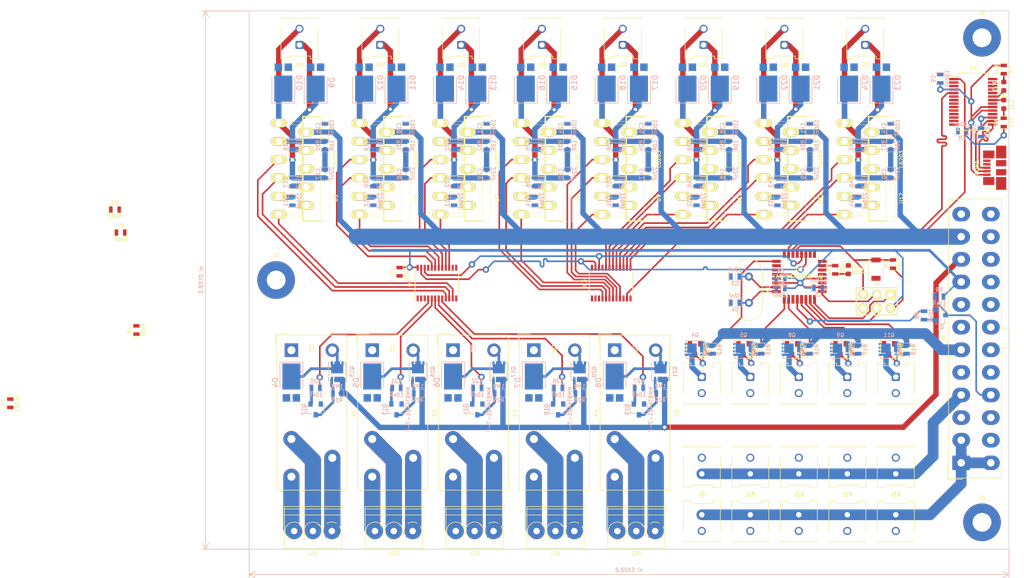
<source format=kicad_pcb>
(kicad_pcb (version 20171130) (host pcbnew 5.1.5-52549c5~84~ubuntu18.04.1)
  (layers (0 F.Cu signal) (31 B.Cu signal) (34 B.Paste user) (35 F.Paste user) (36 B.SilkS user) (37 F.SilkS user) (38 B.Mask user) (39 F.Mask user) (44 Edge.Cuts user))
  (net 0 "")
  (net 1 GND)
  (net 2 /+5V_SB)
  (net 3 "Net-(C3-Pad2)")
  (net 4 /5V_USB)
  (net 5 +12V)
  (net 6 "Net-(C11-Pad1)")
  (net 7 "Net-(C12-Pad1)")
  (net 8 "Net-(C14-Pad1)")
  (net 9 "Net-(C17-Pad2)")
  (net 10 "Net-(C17-Pad1)")
  (net 11 "Net-(C20-Pad2)")
  (net 12 "Net-(C20-Pad1)")
  (net 13 "Net-(C22-Pad1)")
  (net 14 "Net-(C23-Pad1)")
  (net 15 "Net-(C25-Pad1)")
  (net 16 "Net-(C26-Pad1)")
  (net 17 "Net-(C28-Pad1)")
  (net 18 "Net-(C29-Pad1)")
  (net 19 "Net-(CON1-Pad4)")
  (net 20 /D+)
  (net 21 /D-)
  (net 22 "Net-(D6-Pad1)")
  (net 23 "Net-(D7-Pad1)")
  (net 24 /MISO)
  (net 25 /SCK)
  (net 26 /MOSI)
  (net 27 /RESET)
  (net 28 +5V)
  (net 29 /PWR_CTR)
  (net 30 +3V3)
  (net 31 "Net-(Q1-PadB)")
  (net 32 "Net-(Q3-PadC)")
  (net 33 "Net-(Q3-PadB)")
  (net 34 /RLY5_EN)
  (net 35 /RLY1_EN)
  (net 36 /RLY2_EN)
  (net 37 /RLY3_EN)
  (net 38 /RLY4_EN)
  (net 39 /SCL)
  (net 40 /SDA)
  (net 41 /MTR1_EN)
  (net 42 /MTR1_BW)
  (net 43 /MTR1_FW)
  (net 44 /AT_TXD)
  (net 45 "Net-(U2-Pad2)")
  (net 46 /AT_RXD)
  (net 47 /MTR2_EN)
  (net 48 /MTR2_BW)
  (net 49 /MTR2_FW)
  (net 50 "Net-(U4-Pad2)")
  (net 51 /MTR3_EN)
  (net 52 /MTR3_BW)
  (net 53 /MTR3_FW)
  (net 54 /MTR4_EN)
  (net 55 /MTR4_BW)
  (net 56 /MTR4_FW)
  (net 57 /MTR5_EN)
  (net 58 /MTR5_BW)
  (net 59 /MTR5_FW)
  (net 60 "Net-(C31-Pad1)")
  (net 61 "Net-(C32-Pad1)")
  (net 62 "Net-(C42-Pad1)")
  (net 63 "Net-(C43-Pad1)")
  (net 64 "Net-(C45-Pad1)")
  (net 65 "Net-(J22-Pad3)")
  (net 66 "Net-(J22-Pad2)")
  (net 67 "Net-(J22-Pad1)")
  (net 68 "Net-(J24-Pad3)")
  (net 69 "Net-(J24-Pad2)")
  (net 70 "Net-(J24-Pad1)")
  (net 71 "Net-(Q2-PadC)")
  (net 72 "Net-(Q2-PadB)")
  (net 73 "Net-(Q7-PadC)")
  (net 74 "Net-(Q7-PadB)")
  (net 75 /MTR6_EN)
  (net 76 /MTR6_BW)
  (net 77 /MTR6_FW)
  (net 78 /MTR7_EN)
  (net 79 /MTR7_BW)
  (net 80 /MTR7_FW)
  (net 81 /MTR8_EN)
  (net 82 /MTR8_BW)
  (net 83 /MTR8_FW)
  (net 84 "Net-(J25-Pad1)")
  (net 85 "Net-(Q12-PadC)")
  (net 86 "Net-(Q12-PadB)")
  (net 87 "Net-(Q19-PadC)")
  (net 88 "Net-(Q19-PadB)")
  (net 89 /PWM1_5V)
  (net 90 /PWM4_5V)
  (net 91 /PWM2_5V)
  (net 92 /PWM5_5V)
  (net 93 /PWM3_5V)
  (net 94 "Net-(C27-Pad1)")
  (net 95 "Net-(C34-Pad1)")
  (net 96 "Net-(C37-Pad2)")
  (net 97 "Net-(C37-Pad1)")
  (net 98 "Net-(C40-Pad2)")
  (net 99 "Net-(C40-Pad1)")
  (net 100 "Net-(D1-Pad2)")
  (net 101 "Net-(D2-Pad2)")
  (net 102 "Net-(D2-Pad1)")
  (net 103 "Net-(D3-Pad2)")
  (net 104 "Net-(D3-Pad1)")
  (net 105 "Net-(D4-Pad1)")
  (net 106 "Net-(D5-Pad1)")
  (net 107 "Net-(D8-Pad1)")
  (net 108 "Net-(J9-Pad1)")
  (net 109 "Net-(J15-Pad1)")
  (net 110 "Net-(J21-Pad1)")
  (net 111 "Net-(J23-Pad3)")
  (net 112 "Net-(J23-Pad2)")
  (net 113 "Net-(J23-Pad1)")
  (net 114 "Net-(J25-Pad3)")
  (net 115 "Net-(J25-Pad2)")
  (net 116 "Net-(Q6-PadC)")
  (net 117 "Net-(Q6-PadB)")
  (net 118 "Net-(Q10-PadC)")
  (net 119 "Net-(Q10-PadB)")
  (net 120 "Net-(Q13-PadC)")
  (net 121 "Net-(Q13-PadB)")
  (net 122 "Net-(Q14-PadC)")
  (net 123 "Net-(Q14-PadB)")
  (net 124 "Net-(Q18-PadC)")
  (net 125 "Net-(Q18-PadB)")
  (net 126 "Net-(U1-Pad1)")
  (net 127 "Net-(U2-Pad32)")
  (net 128 "Net-(U2-Pad26)")
  (net 129 "Net-(U2-Pad25)")
  (net 130 "Net-(U2-Pad24)")
  (net 131 "Net-(U2-Pad22)")
  (net 132 "Net-(U2-Pad19)")
  (net 133 "Net-(U3-Pad1)")
  (net 134 "Net-(U4-Pad28)")
  (net 135 "Net-(U4-Pad27)")
  (net 136 "Net-(U4-Pad14)")
  (net 137 "Net-(U4-Pad13)")
  (net 138 "Net-(U4-Pad12)")
  (net 139 "Net-(U4-Pad11)")
  (net 140 "Net-(U4-Pad10)")
  (net 141 "Net-(U4-Pad9)")
  (net 142 "Net-(U4-Pad6)")
  (net 143 "Net-(U4-Pad3)")
  (net 144 "Net-(C13-Pad1)")
  (net 145 "Net-(C16-Pad2)")
  (net 146 "Net-(C16-Pad1)")
  (net 147 "Net-(C19-Pad2)")
  (net 148 "Net-(C19-Pad1)")
  (net 149 "Net-(C22-Pad2)")
  (net 150 "Net-(C23-Pad2)")
  (net 151 "Net-(C30-Pad1)")
  (net 152 "Net-(C33-Pad1)")
  (net 153 "Net-(C36-Pad2)")
  (net 154 "Net-(C36-Pad1)")
  (net 155 "Net-(C39-Pad2)")
  (net 156 "Net-(C39-Pad1)")
  (net 157 "Net-(C42-Pad2)")
  (net 158 "Net-(C43-Pad2)")
  (net 159 "Net-(C46-Pad1)")
  (net 160 "Net-(C47-Pad1)")
  (net 161 "Net-(C4-Pad2)")
  (net 162 "Net-(C10-Pad2)")
  (net 163 "Net-(C25-Pad2)")
  (net 164 "Net-(C26-Pad2)")
  (net 165 "Net-(C45-Pad2)")
  (net 166 "Net-(C46-Pad2)")
  (net 167 "Net-(C48-Pad1)")
  (net 168 "Net-(C49-Pad1)")
  (net 169 "Net-(C50-Pad1)")
  (net 170 /LED)
  (net 171 "Net-(U2-Pad11)")
  (net 172 "Net-(J5-Pad20)")
  (net 173 "Net-(J5-Pad16)")
  (net 174 "Net-(J5-Pad14)")
  (net 175 "Net-(J5-Pad8)")
  (net 176 "Net-(J8-Pad1)")
  (net 177 "Net-(J14-Pad1)")
  (net 178 "Net-(J20-Pad1)")
  (net 179 "Net-(J21-Pad3)")
  (net 180 "Net-(J21-Pad2)")
  (net 181 "Net-(R4-Pad1)")
  (net 182 "Net-(U1-Pad14)")
  (net 183 "Net-(U1-Pad13)")
  (net 184 "Net-(U3-Pad10)")
  (module LED_SMD:LED_0603_1608Metric (layer F.Cu) (at 220.0402 64.00292 90)
    (fp_text reference D3 (at 0 -1.43 90) (layer F.SilkS))
    (fp_text value LED)
    (pad 2 smd roundrect (at 0.7875 0 90) (size 0.875 0.95) (layers F.Cu F.Paste F.Mask) (net 103 "Net-(D3-Pad2)"))
    (pad 1 smd roundrect (at -0.7875 0 90) (size 0.875 0.95) (layers F.Cu F.Paste F.Mask) (net 104 "Net-(D3-Pad1)"))
  )
  (module LED_SMD:LED_0603_1608Metric (layer F.Cu) (at 220.03766 67.3608 270)
    (fp_text reference D2 (at 0 -1.43 90) (layer F.SilkS))
    (fp_text value LED)
    (pad 2 smd roundrect (at 0.7875 0 270) (size 0.875 0.95) (layers F.Cu F.Paste F.Mask) (net 101 "Net-(D2-Pad2)"))
    (pad 1 smd roundrect (at -0.7875 0 270) (size 0.875 0.95) (layers F.Cu F.Paste F.Mask) (net 102 "Net-(D2-Pad1)"))
  )
  (module LED_SMD:LED_0603_1608Metric (layer F.Cu) (at 191.1985 98.07702 270)
    (fp_text reference D1 (at 0 -1.43 90) (layer F.SilkS))
    (fp_text value LED)
    (pad 2 smd roundrect (at 0.7875 0 270) (size 0.875 0.95) (layers F.Cu F.Paste F.Mask) (net 100 "Net-(D1-Pad2)"))
    (pad 1 smd roundrect (at -0.7875 0 270) (size 0.875 0.95) (layers F.Cu F.Paste F.Mask) (net 1 GND))
  )
  (module lsts-passives:C_0603 (layer B.Cu) (at 208.25714 62.611 270)
    (fp_text reference C9 (at 0 1.27 270) (layer B.SilkS) (effects (font (size 0.7 0.7) (thickness 0.127)) (justify mirror)))
    (fp_text value 100nF (at 0 -1.3 270) (layer B.SilkS) (effects (font (size 0.7 0.7) (thickness 0.127)) (justify mirror)))
    (pad 2 smd rect (at 0.762 0 270) (size 0.635 1.143) (layers B.Cu B.Paste B.Mask) (net 4 /5V_USB))
    (pad 1 smd rect (at -0.762 0 270) (size 0.635 1.143) (layers B.Cu B.Paste B.Mask) (net 1 GND))
  )
  (module lsts-passives:C_0603 (layer F.Cu) (at 35.65462 122.88774 90)
    (fp_text reference C7 (at 0 -1.27 90) (layer F.SilkS) (effects (font (size 0.7 0.7) (thickness 0.127))))
    (fp_text value 100nF (at 0 1.3 90) (layer F.SilkS) (effects (font (size 0.7 0.7) (thickness 0.127))))
    (pad 2 smd rect (at 0.762 0 90) (size 0.635 1.143) (layers F.Cu F.Paste F.Mask) (net 2 /+5V_SB))
    (pad 1 smd rect (at -0.762 0 90) (size 0.635 1.143) (layers F.Cu F.Paste F.Mask) (net 1 GND))
  )
  (module lsts-passives:C_0603 (layer F.Cu) (at 107.91444 98.45802 90)
    (fp_text reference C1 (at 0 -1.27 90) (layer F.SilkS) (effects (font (size 0.7 0.7) (thickness 0.127))))
    (fp_text value 100nF (at 0 1.3 90) (layer F.SilkS) (effects (font (size 0.7 0.7) (thickness 0.127))))
    (pad 2 smd rect (at 0.762 0 90) (size 0.635 1.143) (layers F.Cu F.Paste F.Mask) (net 2 /+5V_SB))
    (pad 1 smd rect (at -0.762 0 90) (size 0.635 1.143) (layers F.Cu F.Paste F.Mask) (net 1 GND))
  )
  (module lsts-passives:C_0603 (layer B.Cu) (at 178.60772 99.6569 180)
    (fp_text reference C6 (at 0 1.27 180) (layer B.SilkS) (effects (font (size 0.7 0.7) (thickness 0.127)) (justify mirror)))
    (fp_text value 100nF (at 0 -1.3 180) (layer B.SilkS) (effects (font (size 0.7 0.7) (thickness 0.127)) (justify mirror)))
    (pad 2 smd rect (at 0.762 0 180) (size 0.635 1.143) (layers B.Cu B.Paste B.Mask) (net 1 GND))
    (pad 1 smd rect (at -0.762 0 180) (size 0.635 1.143) (layers B.Cu B.Paste B.Mask) (net 2 /+5V_SB))
  )
  (module lsts-passives:C_0603 (layer B.Cu) (at 185.59526 101.45776)
    (fp_text reference C5 (at 0 1.27) (layer B.SilkS) (effects (font (size 0.7 0.7) (thickness 0.127)) (justify mirror)))
    (fp_text value 100nF (at 0 -1.3) (layer B.SilkS) (effects (font (size 0.7 0.7) (thickness 0.127)) (justify mirror)))
    (pad 2 smd rect (at 0.762 0) (size 0.635 1.143) (layers B.Cu B.Paste B.Mask) (net 1 GND))
    (pad 1 smd rect (at -0.762 0) (size 0.635 1.143) (layers B.Cu B.Paste B.Mask) (net 2 /+5V_SB))
  )
  (module Connector_Molex:Molex_Micro-Fit_3.0_43045-0212_2x01_P3.00mm_Vertical (layer F.Cu) (at 182 143.6)
    (fp_text reference J13 (at 0 -3.67) (layer F.SilkS) (effects (font (size 0.7 0.7) (thickness 0.127))))
    (fp_text value Conn_01x02)
    (pad 2 thru_hole circle (at 0 3) (size 1.5 1.5) (drill 1) (layers *.Cu *.Mask) (net 1 GND))
    (pad 1 thru_hole roundrect (at 0 0) (size 1.5 1.5) (drill 1) (layers *.Cu *.Mask) (roundrect_rratio 0.166667) (net 30 +3V3))
    (pad "" np_thru_hole circle (at 3 3.94) (size 1 1) (drill 1) (layers *.Cu *.Mask))
    (pad "" np_thru_hole circle (at -3 3.94) (size 1 1) (drill 1) (layers *.Cu *.Mask))
  )
  (module Diode_SMD:D_PowerDI-5 (layer B.Cu) (at 92.33396 63.33142 90)
    (fp_text reference D9 (at 0 3 90) (layer B.SilkS) (effects (justify mirror)))
    (fp_text value PDS835L-13)
    (pad 2 smd rect (at 2.862 0.92 270) (size 1.4 1.39) (layers B.Cu B.Paste B.Mask) (net 1 GND))
    (pad 2 smd rect (at 2.862 -0.92 270) (size 1.4 1.39) (layers B.Cu B.Paste B.Mask) (net 1 GND))
    (pad 1 smd rect (at -1.12 0 270) (size 4.86 3.36) (layers B.Cu B.Paste B.Mask) (net 146 "Net-(C16-Pad1)"))
  )
  (module lsts-discretes:MULTIWATT-11 (layer F.Cu) (at 91.83396 79.33142 270)
    (fp_text reference U5 (at 5.461 -4.191 270) (layer F.SilkS) (effects (font (size 0.7 0.7) (thickness 0.127))))
    (fp_text value L6203 (at -1.778 -4.191 270) (layer F.SilkS) (effects (font (size 0.7 0.7) (thickness 0.127))))
    (pad 11 thru_hole oval (at 8.49884 6.35 270) (size 1.6002 2.99974) (drill 1.19888) (layers *.Cu *.Mask F.SilkS) (net 41 /MTR1_EN))
    (pad 10 thru_hole oval (at 6.79958 1.27 270) (size 1.6002 2.99974) (drill 1.19888) (layers *.Cu *.Mask F.SilkS) (net 1 GND))
    (pad 9 thru_hole oval (at 5.09778 6.35 270) (size 1.6002 2.99974) (drill 1.19888) (layers *.Cu *.Mask F.SilkS) (net 6 "Net-(C11-Pad1)"))
    (pad 8 thru_hole oval (at 3.39852 1.27 270) (size 1.6002 2.99974) (drill 1.19888) (layers *.Cu *.Mask F.SilkS) (net 9 "Net-(C17-Pad2)"))
    (pad 7 thru_hole oval (at 1.69926 6.35 270) (size 1.6002 2.99974) (drill 1.19888) (layers *.Cu *.Mask F.SilkS) (net 42 /MTR1_BW))
    (pad 6 thru_hole oval (at 0 1.27 270) (size 1.6002 2.99974) (drill 1.19888) (layers *.Cu *.Mask F.SilkS) (net 1 GND))
    (pad 5 thru_hole oval (at -1.69926 6.35 270) (size 1.6002 2.99974) (drill 1.19888) (layers *.Cu *.Mask F.SilkS) (net 43 /MTR1_FW))
    (pad 4 thru_hole oval (at -3.39852 1.27 270) (size 1.6002 2.99974) (drill 1.19888) (layers *.Cu *.Mask F.SilkS) (net 145 "Net-(C16-Pad2)"))
    (pad 3 thru_hole oval (at -5.09778 6.35 270) (size 1.6002 2.99974) (drill 1.19888) (layers *.Cu *.Mask F.SilkS) (net 146 "Net-(C16-Pad1)"))
    (pad 2 thru_hole oval (at -6.79958 1.27 270) (size 1.6002 2.99974) (drill 1.19888) (layers *.Cu *.Mask F.SilkS) (net 5 +12V))
    (pad 1 thru_hole oval (at -8.49884 6.35 270) (size 1.6002 2.99974) (drill 1.19888) (layers *.Cu *.Mask F.SilkS) (net 10 "Net-(C17-Pad1)"))
  )
  (module lsts-passives:C_0603 (layer B.Cu) (at 94.06028 71.76984 270)
    (fp_text reference C15 (at 0 1.27 90) (layer B.SilkS) (effects (font (size 0.7 0.7) (thickness 0.127)) (justify mirror)))
    (fp_text value 100nF (at 0 -1.3 90) (layer B.SilkS) (effects (font (size 0.7 0.7) (thickness 0.127)) (justify mirror)))
    (pad 2 smd rect (at 0.762 0 270) (size 0.635 1.143) (layers B.Cu B.Paste B.Mask) (net 5 +12V))
    (pad 1 smd rect (at -0.762 0 270) (size 0.635 1.143) (layers B.Cu B.Paste B.Mask) (net 1 GND))
  )
  (module Connector_Molex:Molex_Micro-Fit_3.0_43045-0212_2x01_P3.00mm_Vertical (layer F.Cu) (at 164 118)
    (fp_text reference J8 (at 0 -3.67) (layer F.SilkS) (effects (font (size 0.7 0.7) (thickness 0.127))))
    (fp_text value Conn_01x02)
    (pad 2 thru_hole circle (at 0 3) (size 1.5 1.5) (drill 1) (layers *.Cu *.Mask) (net 1 GND))
    (pad 1 thru_hole roundrect (at 0 0) (size 1.5 1.5) (drill 1) (layers *.Cu *.Mask) (roundrect_rratio 0.166667) (net 176 "Net-(J8-Pad1)"))
    (pad "" np_thru_hole circle (at 3 3.94) (size 1 1) (drill 1) (layers *.Cu *.Mask))
    (pad "" np_thru_hole circle (at -3 3.94) (size 1 1) (drill 1) (layers *.Cu *.Mask))
  )
  (module Diode_SMD:D_PowerDI-5 (layer B.Cu) (at 176.33396 63.33142 90)
    (fp_text reference D22 (at 0 3 90) (layer B.SilkS) (effects (justify mirror)))
    (fp_text value PDS835L-13)
    (pad 2 smd rect (at 2.862 0.92 270) (size 1.4 1.39) (layers B.Cu B.Paste B.Mask) (net 1 GND))
    (pad 2 smd rect (at 2.862 -0.92 270) (size 1.4 1.39) (layers B.Cu B.Paste B.Mask) (net 1 GND))
    (pad 1 smd rect (at -1.12 0 270) (size 4.86 3.36) (layers B.Cu B.Paste B.Mask) (net 63 "Net-(C43-Pad1)"))
  )
  (module Diode_SMD:D_PowerDI-5 (layer B.Cu) (at 167.33396 63.33142 90)
    (fp_text reference D19 (at 0 3 90) (layer B.SilkS) (effects (justify mirror)))
    (fp_text value PDS835L-13)
    (pad 2 smd rect (at 2.862 0.92 270) (size 1.4 1.39) (layers B.Cu B.Paste B.Mask) (net 1 GND))
    (pad 2 smd rect (at 2.862 -0.92 270) (size 1.4 1.39) (layers B.Cu B.Paste B.Mask) (net 1 GND))
    (pad 1 smd rect (at -1.12 0 270) (size 4.86 3.36) (layers B.Cu B.Paste B.Mask) (net 156 "Net-(C39-Pad1)"))
  )
  (module Diode_SMD:D_PowerDI-5 (layer B.Cu) (at 182.33396 63.33142 90)
    (fp_text reference D21 (at 0 3 90) (layer B.SilkS) (effects (justify mirror)))
    (fp_text value PDS835L-13)
    (pad 2 smd rect (at 2.862 0.92 270) (size 1.4 1.39) (layers B.Cu B.Paste B.Mask) (net 1 GND))
    (pad 2 smd rect (at 2.862 -0.92 270) (size 1.4 1.39) (layers B.Cu B.Paste B.Mask) (net 1 GND))
    (pad 1 smd rect (at -1.12 0 270) (size 4.86 3.36) (layers B.Cu B.Paste B.Mask) (net 62 "Net-(C42-Pad1)"))
  )
  (module Diode_SMD:D_PowerDI-5 (layer B.Cu) (at 137.33396 63.33142 90)
    (fp_text reference D15 (at 0 3 90) (layer B.SilkS) (effects (justify mirror)))
    (fp_text value PDS835L-13)
    (pad 2 smd rect (at 2.862 0.92 270) (size 1.4 1.39) (layers B.Cu B.Paste B.Mask) (net 1 GND))
    (pad 2 smd rect (at 2.862 -0.92 270) (size 1.4 1.39) (layers B.Cu B.Paste B.Mask) (net 1 GND))
    (pad 1 smd rect (at -1.12 0 270) (size 4.86 3.36) (layers B.Cu B.Paste B.Mask) (net 15 "Net-(C25-Pad1)"))
  )
  (module lsts-discretes:MULTIWATT-11 (layer F.Cu) (at 166.83396 79.33142 270)
    (fp_text reference U10 (at 5.461 -4.191 90) (layer F.SilkS) (effects (font (size 0.7 0.7) (thickness 0.127))))
    (fp_text value L6203 (at -1.778 -4.191 90) (layer F.SilkS) (effects (font (size 0.7 0.7) (thickness 0.127))))
    (pad 11 thru_hole oval (at 8.49884 6.35 270) (size 1.6002 2.99974) (drill 1.19888) (layers *.Cu *.Mask F.SilkS) (net 75 /MTR6_EN))
    (pad 10 thru_hole oval (at 6.79958 1.27 270) (size 1.6002 2.99974) (drill 1.19888) (layers *.Cu *.Mask F.SilkS) (net 1 GND))
    (pad 9 thru_hole oval (at 5.09778 6.35 270) (size 1.6002 2.99974) (drill 1.19888) (layers *.Cu *.Mask F.SilkS) (net 61 "Net-(C32-Pad1)"))
    (pad 8 thru_hole oval (at 3.39852 1.27 270) (size 1.6002 2.99974) (drill 1.19888) (layers *.Cu *.Mask F.SilkS) (net 98 "Net-(C40-Pad2)"))
    (pad 7 thru_hole oval (at 1.69926 6.35 270) (size 1.6002 2.99974) (drill 1.19888) (layers *.Cu *.Mask F.SilkS) (net 76 /MTR6_BW))
    (pad 6 thru_hole oval (at 0 1.27 270) (size 1.6002 2.99974) (drill 1.19888) (layers *.Cu *.Mask F.SilkS) (net 1 GND))
    (pad 5 thru_hole oval (at -1.69926 6.35 270) (size 1.6002 2.99974) (drill 1.19888) (layers *.Cu *.Mask F.SilkS) (net 77 /MTR6_FW))
    (pad 4 thru_hole oval (at -3.39852 1.27 270) (size 1.6002 2.99974) (drill 1.19888) (layers *.Cu *.Mask F.SilkS) (net 155 "Net-(C39-Pad2)"))
    (pad 3 thru_hole oval (at -5.09778 6.35 270) (size 1.6002 2.99974) (drill 1.19888) (layers *.Cu *.Mask F.SilkS) (net 156 "Net-(C39-Pad1)"))
    (pad 2 thru_hole oval (at -6.79958 1.27 270) (size 1.6002 2.99974) (drill 1.19888) (layers *.Cu *.Mask F.SilkS) (net 5 +12V))
    (pad 1 thru_hole oval (at -8.49884 6.35 270) (size 1.6002 2.99974) (drill 1.19888) (layers *.Cu *.Mask F.SilkS) (net 99 "Net-(C40-Pad1)"))
  )
  (module Diode_SMD:D_PowerDI-5 (layer B.Cu) (at 152.33396 63.33142 90)
    (fp_text reference D17 (at 0 3 90) (layer B.SilkS) (effects (justify mirror)))
    (fp_text value PDS835L-13)
    (pad 2 smd rect (at 2.862 0.92 270) (size 1.4 1.39) (layers B.Cu B.Paste B.Mask) (net 1 GND))
    (pad 2 smd rect (at 2.862 -0.92 270) (size 1.4 1.39) (layers B.Cu B.Paste B.Mask) (net 1 GND))
    (pad 1 smd rect (at -1.12 0 270) (size 4.86 3.36) (layers B.Cu B.Paste B.Mask) (net 154 "Net-(C36-Pad1)"))
  )
  (module Diode_SMD:D_PowerDI-5 (layer B.Cu) (at 161.33396 63.33142 90)
    (fp_text reference D20 (at 0 3 90) (layer B.SilkS) (effects (justify mirror)))
    (fp_text value PDS835L-13)
    (pad 2 smd rect (at 2.862 0.92 270) (size 1.4 1.39) (layers B.Cu B.Paste B.Mask) (net 1 GND))
    (pad 2 smd rect (at 2.862 -0.92 270) (size 1.4 1.39) (layers B.Cu B.Paste B.Mask) (net 1 GND))
    (pad 1 smd rect (at -1.12 0 270) (size 4.86 3.36) (layers B.Cu B.Paste B.Mask) (net 99 "Net-(C40-Pad1)"))
  )
  (module Diode_SMD:D_PowerDI-5 (layer B.Cu) (at 146.33396 63.33142 90)
    (fp_text reference D18 (at 0 3 90) (layer B.SilkS) (effects (justify mirror)))
    (fp_text value PDS835L-13)
    (pad 2 smd rect (at 2.862 0.92 270) (size 1.4 1.39) (layers B.Cu B.Paste B.Mask) (net 1 GND))
    (pad 2 smd rect (at 2.862 -0.92 270) (size 1.4 1.39) (layers B.Cu B.Paste B.Mask) (net 1 GND))
    (pad 1 smd rect (at -1.12 0 270) (size 4.86 3.36) (layers B.Cu B.Paste B.Mask) (net 97 "Net-(C37-Pad1)"))
  )
  (module lsts-passives:R_0603 (layer B.Cu) (at 124.06028 74.98918 270)
    (fp_text reference R32 (at 0 1.3 270) (layer B.SilkS) (effects (font (size 0.7 0.7) (thickness 0.127)) (justify mirror)))
    (fp_text value 10R (at 0 -1.3 270) (layer B.SilkS) (effects (font (size 0.7 0.7) (thickness 0.127)) (justify mirror)))
    (pad 1 smd rect (at -0.762 0 270) (size 0.635 1.143) (layers B.Cu B.Paste B.Mask) (net 13 "Net-(C22-Pad1)"))
    (pad 2 smd rect (at 0.762 0 270) (size 0.635 1.143) (layers B.Cu B.Paste B.Mask) (net 18 "Net-(C29-Pad1)"))
  )
  (module lsts-discretes:MULTIWATT-11 (layer F.Cu) (at 136.83396 79.33142 270)
    (fp_text reference U8 (at 5.461 -4.191 270) (layer F.SilkS) (effects (font (size 0.7 0.7) (thickness 0.127))))
    (fp_text value L6203 (at -1.778 -4.191 270) (layer F.SilkS) (effects (font (size 0.7 0.7) (thickness 0.127))))
    (pad 11 thru_hole oval (at 8.49884 6.35 270) (size 1.6002 2.99974) (drill 1.19888) (layers *.Cu *.Mask F.SilkS) (net 54 /MTR4_EN))
    (pad 10 thru_hole oval (at 6.79958 1.27 270) (size 1.6002 2.99974) (drill 1.19888) (layers *.Cu *.Mask F.SilkS) (net 1 GND))
    (pad 9 thru_hole oval (at 5.09778 6.35 270) (size 1.6002 2.99974) (drill 1.19888) (layers *.Cu *.Mask F.SilkS) (net 8 "Net-(C14-Pad1)"))
    (pad 8 thru_hole oval (at 3.39852 1.27 270) (size 1.6002 2.99974) (drill 1.19888) (layers *.Cu *.Mask F.SilkS) (net 164 "Net-(C26-Pad2)"))
    (pad 7 thru_hole oval (at 1.69926 6.35 270) (size 1.6002 2.99974) (drill 1.19888) (layers *.Cu *.Mask F.SilkS) (net 55 /MTR4_BW))
    (pad 6 thru_hole oval (at 0 1.27 270) (size 1.6002 2.99974) (drill 1.19888) (layers *.Cu *.Mask F.SilkS) (net 1 GND))
    (pad 5 thru_hole oval (at -1.69926 6.35 270) (size 1.6002 2.99974) (drill 1.19888) (layers *.Cu *.Mask F.SilkS) (net 56 /MTR4_FW))
    (pad 4 thru_hole oval (at -3.39852 1.27 270) (size 1.6002 2.99974) (drill 1.19888) (layers *.Cu *.Mask F.SilkS) (net 163 "Net-(C25-Pad2)"))
    (pad 3 thru_hole oval (at -5.09778 6.35 270) (size 1.6002 2.99974) (drill 1.19888) (layers *.Cu *.Mask F.SilkS) (net 15 "Net-(C25-Pad1)"))
    (pad 2 thru_hole oval (at -6.79958 1.27 270) (size 1.6002 2.99974) (drill 1.19888) (layers *.Cu *.Mask F.SilkS) (net 5 +12V))
    (pad 1 thru_hole oval (at -8.49884 6.35 270) (size 1.6002 2.99974) (drill 1.19888) (layers *.Cu *.Mask F.SilkS) (net 16 "Net-(C26-Pad1)"))
  )
  (module lsts-discretes:MULTIWATT-11 (layer F.Cu) (at 121.83396 79.33142 270)
    (fp_text reference U7 (at 5.461 -4.191 270) (layer F.SilkS) (effects (font (size 0.7 0.7) (thickness 0.127))))
    (fp_text value L6203 (at -1.778 -4.191 270) (layer F.SilkS) (effects (font (size 0.7 0.7) (thickness 0.127))))
    (pad 11 thru_hole oval (at 8.49884 6.35 270) (size 1.6002 2.99974) (drill 1.19888) (layers *.Cu *.Mask F.SilkS) (net 51 /MTR3_EN))
    (pad 10 thru_hole oval (at 6.79958 1.27 270) (size 1.6002 2.99974) (drill 1.19888) (layers *.Cu *.Mask F.SilkS) (net 1 GND))
    (pad 9 thru_hole oval (at 5.09778 6.35 270) (size 1.6002 2.99974) (drill 1.19888) (layers *.Cu *.Mask F.SilkS) (net 144 "Net-(C13-Pad1)"))
    (pad 8 thru_hole oval (at 3.39852 1.27 270) (size 1.6002 2.99974) (drill 1.19888) (layers *.Cu *.Mask F.SilkS) (net 150 "Net-(C23-Pad2)"))
    (pad 7 thru_hole oval (at 1.69926 6.35 270) (size 1.6002 2.99974) (drill 1.19888) (layers *.Cu *.Mask F.SilkS) (net 52 /MTR3_BW))
    (pad 6 thru_hole oval (at 0 1.27 270) (size 1.6002 2.99974) (drill 1.19888) (layers *.Cu *.Mask F.SilkS) (net 1 GND))
    (pad 5 thru_hole oval (at -1.69926 6.35 270) (size 1.6002 2.99974) (drill 1.19888) (layers *.Cu *.Mask F.SilkS) (net 53 /MTR3_FW))
    (pad 4 thru_hole oval (at -3.39852 1.27 270) (size 1.6002 2.99974) (drill 1.19888) (layers *.Cu *.Mask F.SilkS) (net 149 "Net-(C22-Pad2)"))
    (pad 3 thru_hole oval (at -5.09778 6.35 270) (size 1.6002 2.99974) (drill 1.19888) (layers *.Cu *.Mask F.SilkS) (net 13 "Net-(C22-Pad1)"))
    (pad 2 thru_hole oval (at -6.79958 1.27 270) (size 1.6002 2.99974) (drill 1.19888) (layers *.Cu *.Mask F.SilkS) (net 5 +12V))
    (pad 1 thru_hole oval (at -8.49884 6.35 270) (size 1.6002 2.99974) (drill 1.19888) (layers *.Cu *.Mask F.SilkS) (net 14 "Net-(C23-Pad1)"))
  )
  (module lsts-discretes:MULTIWATT-11 (layer F.Cu) (at 106.83396 79.33142 270)
    (fp_text reference U6 (at 5.461 -4.191 270) (layer F.SilkS) (effects (font (size 0.7 0.7) (thickness 0.127))))
    (fp_text value L6203 (at -1.778 -4.191 270) (layer F.SilkS) (effects (font (size 0.7 0.7) (thickness 0.127))))
    (pad 11 thru_hole oval (at 8.49884 6.35 270) (size 1.6002 2.99974) (drill 1.19888) (layers *.Cu *.Mask F.SilkS) (net 47 /MTR2_EN))
    (pad 10 thru_hole oval (at 6.79958 1.27 270) (size 1.6002 2.99974) (drill 1.19888) (layers *.Cu *.Mask F.SilkS) (net 1 GND))
    (pad 9 thru_hole oval (at 5.09778 6.35 270) (size 1.6002 2.99974) (drill 1.19888) (layers *.Cu *.Mask F.SilkS) (net 7 "Net-(C12-Pad1)"))
    (pad 8 thru_hole oval (at 3.39852 1.27 270) (size 1.6002 2.99974) (drill 1.19888) (layers *.Cu *.Mask F.SilkS) (net 11 "Net-(C20-Pad2)"))
    (pad 7 thru_hole oval (at 1.69926 6.35 270) (size 1.6002 2.99974) (drill 1.19888) (layers *.Cu *.Mask F.SilkS) (net 48 /MTR2_BW))
    (pad 6 thru_hole oval (at 0 1.27 270) (size 1.6002 2.99974) (drill 1.19888) (layers *.Cu *.Mask F.SilkS) (net 1 GND))
    (pad 5 thru_hole oval (at -1.69926 6.35 270) (size 1.6002 2.99974) (drill 1.19888) (layers *.Cu *.Mask F.SilkS) (net 49 /MTR2_FW))
    (pad 4 thru_hole oval (at -3.39852 1.27 270) (size 1.6002 2.99974) (drill 1.19888) (layers *.Cu *.Mask F.SilkS) (net 147 "Net-(C19-Pad2)"))
    (pad 3 thru_hole oval (at -5.09778 6.35 270) (size 1.6002 2.99974) (drill 1.19888) (layers *.Cu *.Mask F.SilkS) (net 148 "Net-(C19-Pad1)"))
    (pad 2 thru_hole oval (at -6.79958 1.27 270) (size 1.6002 2.99974) (drill 1.19888) (layers *.Cu *.Mask F.SilkS) (net 5 +12V))
    (pad 1 thru_hole oval (at -8.49884 6.35 270) (size 1.6002 2.99974) (drill 1.19888) (layers *.Cu *.Mask F.SilkS) (net 12 "Net-(C20-Pad1)"))
  )
  (module lsts-passives:R_0603 (layer B.Cu) (at 184.06028 74.98918 270)
    (fp_text reference R36 (at 0 1.3 90) (layer B.SilkS) (effects (font (size 0.7 0.7) (thickness 0.127)) (justify mirror)))
    (fp_text value 10R (at 0 -1.3 90) (layer B.SilkS) (effects (font (size 0.7 0.7) (thickness 0.127)) (justify mirror)))
    (pad 1 smd rect (at -0.762 0 270) (size 0.635 1.143) (layers B.Cu B.Paste B.Mask) (net 62 "Net-(C42-Pad1)"))
    (pad 2 smd rect (at 0.762 0 270) (size 0.635 1.143) (layers B.Cu B.Paste B.Mask) (net 168 "Net-(C49-Pad1)"))
  )
  (module lsts-passives:R_0603 (layer B.Cu) (at 169.06028 74.98918 270)
    (fp_text reference R35 (at 0 1.3 90) (layer B.SilkS) (effects (font (size 0.7 0.7) (thickness 0.127)) (justify mirror)))
    (fp_text value 10R (at 0 -1.3 90) (layer B.SilkS) (effects (font (size 0.7 0.7) (thickness 0.127)) (justify mirror)))
    (pad 1 smd rect (at -0.762 0 270) (size 0.635 1.143) (layers B.Cu B.Paste B.Mask) (net 156 "Net-(C39-Pad1)"))
    (pad 2 smd rect (at 0.762 0 270) (size 0.635 1.143) (layers B.Cu B.Paste B.Mask) (net 167 "Net-(C48-Pad1)"))
  )
  (module lsts-passives:R_0603 (layer B.Cu) (at 154.06028 74.98918 270)
    (fp_text reference R34 (at 0 1.3 90) (layer B.SilkS) (effects (font (size 0.7 0.7) (thickness 0.127)) (justify mirror)))
    (fp_text value 10R (at 0 -1.3 90) (layer B.SilkS) (effects (font (size 0.7 0.7) (thickness 0.127)) (justify mirror)))
    (pad 1 smd rect (at -0.762 0 270) (size 0.635 1.143) (layers B.Cu B.Paste B.Mask) (net 154 "Net-(C36-Pad1)"))
    (pad 2 smd rect (at 0.762 0 270) (size 0.635 1.143) (layers B.Cu B.Paste B.Mask) (net 160 "Net-(C47-Pad1)"))
  )
  (module lsts-passives:R_0603 (layer B.Cu) (at 139.06028 74.98918 270)
    (fp_text reference R33 (at 0 1.3 270) (layer B.SilkS) (effects (font (size 0.7 0.7) (thickness 0.127)) (justify mirror)))
    (fp_text value 10R (at 0 -1.3 270) (layer B.SilkS) (effects (font (size 0.7 0.7) (thickness 0.127)) (justify mirror)))
    (pad 1 smd rect (at -0.762 0 270) (size 0.635 1.143) (layers B.Cu B.Paste B.Mask) (net 15 "Net-(C25-Pad1)"))
    (pad 2 smd rect (at 0.762 0 270) (size 0.635 1.143) (layers B.Cu B.Paste B.Mask) (net 151 "Net-(C30-Pad1)"))
  )
  (module lsts-passives:R_0603 (layer B.Cu) (at 109.06028 74.98918 270)
    (fp_text reference R31 (at 0 1.3 90) (layer B.SilkS) (effects (font (size 0.7 0.7) (thickness 0.127)) (justify mirror)))
    (fp_text value 10R (at 0 -1.3 90) (layer B.SilkS) (effects (font (size 0.7 0.7) (thickness 0.127)) (justify mirror)))
    (pad 2 smd rect (at 0.762 0 270) (size 0.635 1.143) (layers B.Cu B.Paste B.Mask) (net 17 "Net-(C28-Pad1)"))
    (pad 1 smd rect (at -0.762 0 270) (size 0.635 1.143) (layers B.Cu B.Paste B.Mask) (net 148 "Net-(C19-Pad1)"))
  )
  (module lsts-passives:R_0603 (layer B.Cu) (at 94.06028 74.98918 270)
    (fp_text reference R30 (at 0 1.3 90) (layer B.SilkS) (effects (font (size 0.7 0.7) (thickness 0.127)) (justify mirror)))
    (fp_text value 10R (at 0 -1.3 90) (layer B.SilkS) (effects (font (size 0.7 0.7) (thickness 0.127)) (justify mirror)))
    (pad 1 smd rect (at -0.762 0 270) (size 0.635 1.143) (layers B.Cu B.Paste B.Mask) (net 146 "Net-(C16-Pad1)"))
    (pad 2 smd rect (at 0.762 0 270) (size 0.635 1.143) (layers B.Cu B.Paste B.Mask) (net 94 "Net-(C27-Pad1)"))
  )
  (module Connector_Molex:Molex_Micro-Fit_3.0_43045-0212_2x01_P3.00mm_Vertical (layer F.Cu) (at 179.33396 56.33142 180)
    (fp_text reference J32 (at 0 -3.67 180) (layer F.SilkS) (effects (font (size 0.7 0.7) (thickness 0.127))))
    (fp_text value Conn_01x02)
    (pad 2 thru_hole circle (at 0 3 180) (size 1.5 1.5) (drill 1) (layers *.Cu *.Mask) (net 63 "Net-(C43-Pad1)"))
    (pad 1 thru_hole roundrect (at 0 0 180) (size 1.5 1.5) (drill 1) (layers *.Cu *.Mask) (roundrect_rratio 0.166667) (net 62 "Net-(C42-Pad1)"))
    (pad "" np_thru_hole circle (at 3 3.94 180) (size 1 1) (drill 1) (layers *.Cu *.Mask))
    (pad "" np_thru_hole circle (at -3 3.94 180) (size 1 1) (drill 1) (layers *.Cu *.Mask))
  )
  (module Connector_Molex:Molex_Micro-Fit_3.0_43045-0212_2x01_P3.00mm_Vertical (layer F.Cu) (at 164.33396 56.33142 180)
    (fp_text reference J31 (at 0 -3.67) (layer F.SilkS) (effects (font (size 0.7 0.7) (thickness 0.127))))
    (fp_text value Conn_01x02)
    (pad 2 thru_hole circle (at 0 3 180) (size 1.5 1.5) (drill 1) (layers *.Cu *.Mask) (net 99 "Net-(C40-Pad1)"))
    (pad 1 thru_hole roundrect (at 0 0 180) (size 1.5 1.5) (drill 1) (layers *.Cu *.Mask) (roundrect_rratio 0.166667) (net 156 "Net-(C39-Pad1)"))
    (pad "" np_thru_hole circle (at 3 3.94 180) (size 1 1) (drill 1) (layers *.Cu *.Mask))
    (pad "" np_thru_hole circle (at -3 3.94 180) (size 1 1) (drill 1) (layers *.Cu *.Mask))
  )
  (module Connector_Molex:Molex_Micro-Fit_3.0_43045-0212_2x01_P3.00mm_Vertical (layer F.Cu) (at 149.33396 56.33142 180)
    (fp_text reference J30 (at 0 -3.67) (layer F.SilkS) (effects (font (size 0.7 0.7) (thickness 0.127))))
    (fp_text value Conn_01x02)
    (pad 2 thru_hole circle (at 0 3 180) (size 1.5 1.5) (drill 1) (layers *.Cu *.Mask) (net 97 "Net-(C37-Pad1)"))
    (pad 1 thru_hole roundrect (at 0 0 180) (size 1.5 1.5) (drill 1) (layers *.Cu *.Mask) (roundrect_rratio 0.166667) (net 154 "Net-(C36-Pad1)"))
    (pad "" np_thru_hole circle (at 3 3.94 180) (size 1 1) (drill 1) (layers *.Cu *.Mask))
    (pad "" np_thru_hole circle (at -3 3.94 180) (size 1 1) (drill 1) (layers *.Cu *.Mask))
  )
  (module Connector_Molex:Molex_Micro-Fit_3.0_43045-0212_2x01_P3.00mm_Vertical (layer F.Cu) (at 134.33396 56.33142 180)
    (fp_text reference J29 (at 0 -3.67) (layer F.SilkS) (effects (font (size 0.7 0.7) (thickness 0.127))))
    (fp_text value Conn_01x02)
    (pad 2 thru_hole circle (at 0 3 180) (size 1.5 1.5) (drill 1) (layers *.Cu *.Mask) (net 16 "Net-(C26-Pad1)"))
    (pad 1 thru_hole roundrect (at 0 0 180) (size 1.5 1.5) (drill 1) (layers *.Cu *.Mask) (roundrect_rratio 0.166667) (net 15 "Net-(C25-Pad1)"))
    (pad "" np_thru_hole circle (at 3 3.94 180) (size 1 1) (drill 1) (layers *.Cu *.Mask))
    (pad "" np_thru_hole circle (at -3 3.94 180) (size 1 1) (drill 1) (layers *.Cu *.Mask))
  )
  (module Connector_Molex:Molex_Micro-Fit_3.0_43045-0212_2x01_P3.00mm_Vertical (layer F.Cu) (at 119.33396 56.33142 180)
    (fp_text reference J28 (at 0 -3.67) (layer F.SilkS) (effects (font (size 0.7 0.7) (thickness 0.127))))
    (fp_text value Conn_01x02)
    (pad 2 thru_hole circle (at 0 3 180) (size 1.5 1.5) (drill 1) (layers *.Cu *.Mask) (net 14 "Net-(C23-Pad1)"))
    (pad 1 thru_hole roundrect (at 0 0 180) (size 1.5 1.5) (drill 1) (layers *.Cu *.Mask) (roundrect_rratio 0.166667) (net 13 "Net-(C22-Pad1)"))
    (pad "" np_thru_hole circle (at 3 3.94 180) (size 1 1) (drill 1) (layers *.Cu *.Mask))
    (pad "" np_thru_hole circle (at -3 3.94 180) (size 1 1) (drill 1) (layers *.Cu *.Mask))
  )
  (module Connector_Molex:Molex_Micro-Fit_3.0_43045-0212_2x01_P3.00mm_Vertical (layer F.Cu) (at 104.33396 56.33142 180)
    (fp_text reference J27 (at 0 -3.67) (layer F.SilkS) (effects (font (size 0.7 0.7) (thickness 0.127))))
    (fp_text value Conn_01x02)
    (pad 2 thru_hole circle (at 0 3 180) (size 1.5 1.5) (drill 1) (layers *.Cu *.Mask) (net 12 "Net-(C20-Pad1)"))
    (pad 1 thru_hole roundrect (at 0 0 180) (size 1.5 1.5) (drill 1) (layers *.Cu *.Mask) (roundrect_rratio 0.166667) (net 148 "Net-(C19-Pad1)"))
    (pad "" np_thru_hole circle (at 3 3.94 180) (size 1 1) (drill 1) (layers *.Cu *.Mask))
    (pad "" np_thru_hole circle (at -3 3.94 180) (size 1 1) (drill 1) (layers *.Cu *.Mask))
  )
  (module Connector_Molex:Molex_Micro-Fit_3.0_43045-0212_2x01_P3.00mm_Vertical (layer F.Cu) (at 89.33396 56.33142 180)
    (fp_text reference J26 (at 0 -3.67) (layer F.SilkS) (effects (font (size 0.7 0.7) (thickness 0.127))))
    (fp_text value Conn_01x02)
    (pad 2 thru_hole circle (at 0 3 180) (size 1.5 1.5) (drill 1) (layers *.Cu *.Mask) (net 10 "Net-(C17-Pad1)"))
    (pad 1 thru_hole roundrect (at 0 0 180) (size 1.5 1.5) (drill 1) (layers *.Cu *.Mask) (roundrect_rratio 0.166667) (net 146 "Net-(C16-Pad1)"))
    (pad "" np_thru_hole circle (at 3 3.94 180) (size 1 1) (drill 1) (layers *.Cu *.Mask))
    (pad "" np_thru_hole circle (at -3 3.94 180) (size 1 1) (drill 1) (layers *.Cu *.Mask))
  )
  (module lsts-passives:C_0603 (layer B.Cu) (at 184.06028 80.27037 270)
    (fp_text reference C49 (at 0 1.27 90) (layer B.SilkS) (effects (font (size 0.7 0.7) (thickness 0.127)) (justify mirror)))
    (fp_text value 22nF (at 0 -1.3 90) (layer B.SilkS) (effects (font (size 0.7 0.7) (thickness 0.127)) (justify mirror)))
    (pad 2 smd rect (at 0.762 0 270) (size 0.635 1.143) (layers B.Cu B.Paste B.Mask) (net 63 "Net-(C43-Pad1)"))
    (pad 1 smd rect (at -0.762 0 270) (size 0.635 1.143) (layers B.Cu B.Paste B.Mask) (net 168 "Net-(C49-Pad1)"))
  )
  (module lsts-passives:C_0603 (layer B.Cu) (at 169.06028 80.27037 270)
    (fp_text reference C48 (at 0 1.27 90) (layer B.SilkS) (effects (font (size 0.7 0.7) (thickness 0.127)) (justify mirror)))
    (fp_text value 22nF (at 0 -1.3 90) (layer B.SilkS) (effects (font (size 0.7 0.7) (thickness 0.127)) (justify mirror)))
    (pad 2 smd rect (at 0.762 0 270) (size 0.635 1.143) (layers B.Cu B.Paste B.Mask) (net 99 "Net-(C40-Pad1)"))
    (pad 1 smd rect (at -0.762 0 270) (size 0.635 1.143) (layers B.Cu B.Paste B.Mask) (net 167 "Net-(C48-Pad1)"))
  )
  (module lsts-passives:C_0603 (layer B.Cu) (at 178.02396 81.79262 270)
    (fp_text reference C43 (at 0 1.27 90) (layer B.SilkS) (effects (font (size 0.7 0.7) (thickness 0.127)) (justify mirror)))
    (fp_text value 15nF (at 0 -1.3 90) (layer B.SilkS) (effects (font (size 0.7 0.7) (thickness 0.127)) (justify mirror)))
    (pad 2 smd rect (at 0.762 0 270) (size 0.635 1.143) (layers B.Cu B.Paste B.Mask) (net 158 "Net-(C43-Pad2)"))
    (pad 1 smd rect (at -0.762 0 270) (size 0.635 1.143) (layers B.Cu B.Paste B.Mask) (net 63 "Net-(C43-Pad1)"))
  )
  (module lsts-passives:C_0603 (layer B.Cu) (at 178.02396 74.9914 270)
    (fp_text reference C42 (at 0 1.27 90) (layer B.SilkS) (effects (font (size 0.7 0.7) (thickness 0.127)) (justify mirror)))
    (fp_text value 15nF (at 0 -1.3 90) (layer B.SilkS) (effects (font (size 0.7 0.7) (thickness 0.127)) (justify mirror)))
    (pad 2 smd rect (at 0.762 0 270) (size 0.635 1.143) (layers B.Cu B.Paste B.Mask) (net 157 "Net-(C42-Pad2)"))
    (pad 1 smd rect (at -0.762 0 270) (size 0.635 1.143) (layers B.Cu B.Paste B.Mask) (net 62 "Net-(C42-Pad1)"))
  )
  (module lsts-passives:C_0603 (layer B.Cu) (at 184.06028 71.76984 270)
    (fp_text reference C41 (at 0 1.27 90) (layer B.SilkS) (effects (font (size 0.7 0.7) (thickness 0.127)) (justify mirror)))
    (fp_text value 100nF (at 0 -1.3 90) (layer B.SilkS) (effects (font (size 0.7 0.7) (thickness 0.127)) (justify mirror)))
    (pad 2 smd rect (at 0.762 0 270) (size 0.635 1.143) (layers B.Cu B.Paste B.Mask) (net 5 +12V))
    (pad 1 smd rect (at -0.762 0 270) (size 0.635 1.143) (layers B.Cu B.Paste B.Mask) (net 1 GND))
  )
  (module lsts-passives:C_0603 (layer B.Cu) (at 163.02396 81.79262 270)
    (fp_text reference C40 (at 0 1.27 90) (layer B.SilkS) (effects (font (size 0.7 0.7) (thickness 0.127)) (justify mirror)))
    (fp_text value 15nF (at 0 -1.3 90) (layer B.SilkS) (effects (font (size 0.7 0.7) (thickness 0.127)) (justify mirror)))
    (pad 2 smd rect (at 0.762 0 270) (size 0.635 1.143) (layers B.Cu B.Paste B.Mask) (net 98 "Net-(C40-Pad2)"))
    (pad 1 smd rect (at -0.762 0 270) (size 0.635 1.143) (layers B.Cu B.Paste B.Mask) (net 99 "Net-(C40-Pad1)"))
  )
  (module lsts-passives:C_0603 (layer B.Cu) (at 163.02396 74.9914 270)
    (fp_text reference C39 (at 0 1.27 90) (layer B.SilkS) (effects (font (size 0.7 0.7) (thickness 0.127)) (justify mirror)))
    (fp_text value 15nF (at 0 -1.3 90) (layer B.SilkS) (effects (font (size 0.7 0.7) (thickness 0.127)) (justify mirror)))
    (pad 2 smd rect (at 0.762 0 270) (size 0.635 1.143) (layers B.Cu B.Paste B.Mask) (net 155 "Net-(C39-Pad2)"))
    (pad 1 smd rect (at -0.762 0 270) (size 0.635 1.143) (layers B.Cu B.Paste B.Mask) (net 156 "Net-(C39-Pad1)"))
  )
  (module lsts-passives:C_0603 (layer B.Cu) (at 169.06028 71.76984 270)
    (fp_text reference C38 (at 0 1.27 90) (layer B.SilkS) (effects (font (size 0.7 0.7) (thickness 0.127)) (justify mirror)))
    (fp_text value 100nF (at 0 -1.3 90) (layer B.SilkS) (effects (font (size 0.7 0.7) (thickness 0.127)) (justify mirror)))
    (pad 2 smd rect (at 0.762 0 270) (size 0.635 1.143) (layers B.Cu B.Paste B.Mask) (net 5 +12V))
    (pad 1 smd rect (at -0.762 0 270) (size 0.635 1.143) (layers B.Cu B.Paste B.Mask) (net 1 GND))
  )
  (module lsts-passives:C_0603 (layer B.Cu) (at 178.02396 85.33142 270)
    (fp_text reference C33 (at 0 1.27 90) (layer B.SilkS) (effects (font (size 0.7 0.7) (thickness 0.127)) (justify mirror)))
    (fp_text value 220nF (at 0 -1.3 90) (layer B.SilkS) (effects (font (size 0.7 0.7) (thickness 0.127)) (justify mirror)))
    (pad 2 smd rect (at 0.762 0 270) (size 0.635 1.143) (layers B.Cu B.Paste B.Mask) (net 1 GND))
    (pad 1 smd rect (at -0.762 0 270) (size 0.635 1.143) (layers B.Cu B.Paste B.Mask) (net 152 "Net-(C33-Pad1)"))
  )
  (module lsts-passives:C_0603 (layer B.Cu) (at 163.02396 85.33142 270)
    (fp_text reference C32 (at 0 1.27 90) (layer B.SilkS) (effects (font (size 0.7 0.7) (thickness 0.127)) (justify mirror)))
    (fp_text value 220nF (at 0 -1.3 90) (layer B.SilkS) (effects (font (size 0.7 0.7) (thickness 0.127)) (justify mirror)))
    (pad 2 smd rect (at 0.762 0 270) (size 0.635 1.143) (layers B.Cu B.Paste B.Mask) (net 1 GND))
    (pad 1 smd rect (at -0.762 0 270) (size 0.635 1.143) (layers B.Cu B.Paste B.Mask) (net 61 "Net-(C32-Pad1)"))
  )
  (module lsts-passives:C_0603 (layer B.Cu) (at 154.06028 80.27037 270)
    (fp_text reference C47 (at 0 1.27 270) (layer B.SilkS) (effects (font (size 0.7 0.7) (thickness 0.127)) (justify mirror)))
    (fp_text value 22nF (at 0 -1.3 270) (layer B.SilkS) (effects (font (size 0.7 0.7) (thickness 0.127)) (justify mirror)))
    (pad 2 smd rect (at 0.762 0 270) (size 0.635 1.143) (layers B.Cu B.Paste B.Mask) (net 97 "Net-(C37-Pad1)"))
    (pad 1 smd rect (at -0.762 0 270) (size 0.635 1.143) (layers B.Cu B.Paste B.Mask) (net 160 "Net-(C47-Pad1)"))
  )
  (module lsts-passives:C_0603 (layer B.Cu) (at 148.02396 81.79262 270)
    (fp_text reference C37 (at 0 1.27 270) (layer B.SilkS) (effects (font (size 0.7 0.7) (thickness 0.127)) (justify mirror)))
    (fp_text value 15nF (at 0 -1.3 270) (layer B.SilkS) (effects (font (size 0.7 0.7) (thickness 0.127)) (justify mirror)))
    (pad 2 smd rect (at 0.762 0 270) (size 0.635 1.143) (layers B.Cu B.Paste B.Mask) (net 96 "Net-(C37-Pad2)"))
    (pad 1 smd rect (at -0.762 0 270) (size 0.635 1.143) (layers B.Cu B.Paste B.Mask) (net 97 "Net-(C37-Pad1)"))
  )
  (module lsts-passives:C_0603 (layer B.Cu) (at 148.02396 74.9914 270)
    (fp_text reference C36 (at 0 1.27 270) (layer B.SilkS) (effects (font (size 0.7 0.7) (thickness 0.127)) (justify mirror)))
    (fp_text value 15nF (at 0 -1.3 270) (layer B.SilkS) (effects (font (size 0.7 0.7) (thickness 0.127)) (justify mirror)))
    (pad 2 smd rect (at 0.762 0 270) (size 0.635 1.143) (layers B.Cu B.Paste B.Mask) (net 153 "Net-(C36-Pad2)"))
    (pad 1 smd rect (at -0.762 0 270) (size 0.635 1.143) (layers B.Cu B.Paste B.Mask) (net 154 "Net-(C36-Pad1)"))
  )
  (module lsts-passives:C_0603 (layer B.Cu) (at 154.06028 71.76984 270)
    (fp_text reference C35 (at 0 1.27 270) (layer B.SilkS) (effects (font (size 0.7 0.7) (thickness 0.127)) (justify mirror)))
    (fp_text value 100nF (at 0 -1.3 270) (layer B.SilkS) (effects (font (size 0.7 0.7) (thickness 0.127)) (justify mirror)))
    (pad 2 smd rect (at 0.762 0 270) (size 0.635 1.143) (layers B.Cu B.Paste B.Mask) (net 5 +12V))
    (pad 1 smd rect (at -0.762 0 270) (size 0.635 1.143) (layers B.Cu B.Paste B.Mask) (net 1 GND))
  )
  (module lsts-passives:C_0603 (layer B.Cu) (at 148.02396 85.33142 270)
    (fp_text reference C31 (at 0 1.27 270) (layer B.SilkS) (effects (font (size 0.7 0.7) (thickness 0.127)) (justify mirror)))
    (fp_text value 220nF (at 0 -1.3 270) (layer B.SilkS) (effects (font (size 0.7 0.7) (thickness 0.127)) (justify mirror)))
    (pad 2 smd rect (at 0.762 0 270) (size 0.635 1.143) (layers B.Cu B.Paste B.Mask) (net 1 GND))
    (pad 1 smd rect (at -0.762 0 270) (size 0.635 1.143) (layers B.Cu B.Paste B.Mask) (net 60 "Net-(C31-Pad1)"))
  )
  (module lsts-passives:C_0603 (layer B.Cu) (at 139.06028 80.27037 270)
    (fp_text reference C30 (at 0 1.27 270) (layer B.SilkS) (effects (font (size 0.7 0.7) (thickness 0.127)) (justify mirror)))
    (fp_text value 22nF (at 0 -1.3 270) (layer B.SilkS) (effects (font (size 0.7 0.7) (thickness 0.127)) (justify mirror)))
    (pad 2 smd rect (at 0.762 0 270) (size 0.635 1.143) (layers B.Cu B.Paste B.Mask) (net 16 "Net-(C26-Pad1)"))
    (pad 1 smd rect (at -0.762 0 270) (size 0.635 1.143) (layers B.Cu B.Paste B.Mask) (net 151 "Net-(C30-Pad1)"))
  )
  (module lsts-passives:C_0603 (layer B.Cu) (at 124.06028 80.27037 270)
    (fp_text reference C29 (at 0 1.27 270) (layer B.SilkS) (effects (font (size 0.7 0.7) (thickness 0.127)) (justify mirror)))
    (fp_text value 22nF (at 0 -1.3 270) (layer B.SilkS) (effects (font (size 0.7 0.7) (thickness 0.127)) (justify mirror)))
    (pad 2 smd rect (at 0.762 0 270) (size 0.635 1.143) (layers B.Cu B.Paste B.Mask) (net 14 "Net-(C23-Pad1)"))
    (pad 1 smd rect (at -0.762 0 270) (size 0.635 1.143) (layers B.Cu B.Paste B.Mask) (net 18 "Net-(C29-Pad1)"))
  )
  (module lsts-passives:C_0603 (layer B.Cu) (at 109.06028 80.27037 270)
    (fp_text reference C28 (at 0 1.27 270) (layer B.SilkS) (effects (font (size 0.7 0.7) (thickness 0.127)) (justify mirror)))
    (fp_text value 22nF (at 0 -1.3 270) (layer B.SilkS) (effects (font (size 0.7 0.7) (thickness 0.127)) (justify mirror)))
    (pad 2 smd rect (at 0.762 0 270) (size 0.635 1.143) (layers B.Cu B.Paste B.Mask) (net 12 "Net-(C20-Pad1)"))
    (pad 1 smd rect (at -0.762 0 270) (size 0.635 1.143) (layers B.Cu B.Paste B.Mask) (net 17 "Net-(C28-Pad1)"))
  )
  (module lsts-passives:C_0603 (layer B.Cu) (at 94.06028 80.27037 270)
    (fp_text reference C27 (at 0 1.27 270) (layer B.SilkS) (effects (font (size 0.7 0.7) (thickness 0.127)) (justify mirror)))
    (fp_text value 22nF (at 0 -1.3 270) (layer B.SilkS) (effects (font (size 0.7 0.7) (thickness 0.127)) (justify mirror)))
    (pad 2 smd rect (at 0.762 0 270) (size 0.635 1.143) (layers B.Cu B.Paste B.Mask) (net 10 "Net-(C17-Pad1)"))
    (pad 1 smd rect (at -0.762 0 270) (size 0.635 1.143) (layers B.Cu B.Paste B.Mask) (net 94 "Net-(C27-Pad1)"))
  )
  (module lsts-passives:C_0603 (layer B.Cu) (at 133.02396 81.79262 270)
    (fp_text reference C26 (at 0 1.27 270) (layer B.SilkS) (effects (font (size 0.7 0.7) (thickness 0.127)) (justify mirror)))
    (fp_text value 15nF (at 0 -1.3 270) (layer B.SilkS) (effects (font (size 0.7 0.7) (thickness 0.127)) (justify mirror)))
    (pad 2 smd rect (at 0.762 0 270) (size 0.635 1.143) (layers B.Cu B.Paste B.Mask) (net 164 "Net-(C26-Pad2)"))
    (pad 1 smd rect (at -0.762 0 270) (size 0.635 1.143) (layers B.Cu B.Paste B.Mask) (net 16 "Net-(C26-Pad1)"))
  )
  (module lsts-passives:C_0603 (layer B.Cu) (at 133.02396 74.9914 270)
    (fp_text reference C25 (at 0 1.27 270) (layer B.SilkS) (effects (font (size 0.7 0.7) (thickness 0.127)) (justify mirror)))
    (fp_text value 15nF (at 0 -1.3 270) (layer B.SilkS) (effects (font (size 0.7 0.7) (thickness 0.127)) (justify mirror)))
    (pad 2 smd rect (at 0.762 0 270) (size 0.635 1.143) (layers B.Cu B.Paste B.Mask) (net 163 "Net-(C25-Pad2)"))
    (pad 1 smd rect (at -0.762 0 270) (size 0.635 1.143) (layers B.Cu B.Paste B.Mask) (net 15 "Net-(C25-Pad1)"))
  )
  (module lsts-passives:C_0603 (layer B.Cu) (at 139.06028 71.76984 270)
    (fp_text reference C24 (at 0 1.27 270) (layer B.SilkS) (effects (font (size 0.7 0.7) (thickness 0.127)) (justify mirror)))
    (fp_text value 100nF (at 0 -1.3 270) (layer B.SilkS) (effects (font (size 0.7 0.7) (thickness 0.127)) (justify mirror)))
    (pad 2 smd rect (at 0.762 0 270) (size 0.635 1.143) (layers B.Cu B.Paste B.Mask) (net 5 +12V))
    (pad 1 smd rect (at -0.762 0 270) (size 0.635 1.143) (layers B.Cu B.Paste B.Mask) (net 1 GND))
  )
  (module lsts-passives:C_0603 (layer B.Cu) (at 118.02396 81.79262 270)
    (fp_text reference C23 (at 0 1.27 270) (layer B.SilkS) (effects (font (size 0.7 0.7) (thickness 0.127)) (justify mirror)))
    (fp_text value 15nF (at 0 -1.3 270) (layer B.SilkS) (effects (font (size 0.7 0.7) (thickness 0.127)) (justify mirror)))
    (pad 2 smd rect (at 0.762 0 270) (size 0.635 1.143) (layers B.Cu B.Paste B.Mask) (net 150 "Net-(C23-Pad2)"))
    (pad 1 smd rect (at -0.762 0 270) (size 0.635 1.143) (layers B.Cu B.Paste B.Mask) (net 14 "Net-(C23-Pad1)"))
  )
  (module lsts-passives:C_0603 (layer B.Cu) (at 118.02396 74.9914 270)
    (fp_text reference C22 (at 0 1.27 270) (layer B.SilkS) (effects (font (size 0.7 0.7) (thickness 0.127)) (justify mirror)))
    (fp_text value 15nF (at 0 -1.3 270) (layer B.SilkS) (effects (font (size 0.7 0.7) (thickness 0.127)) (justify mirror)))
    (pad 2 smd rect (at 0.762 0 270) (size 0.635 1.143) (layers B.Cu B.Paste B.Mask) (net 149 "Net-(C22-Pad2)"))
    (pad 1 smd rect (at -0.762 0 270) (size 0.635 1.143) (layers B.Cu B.Paste B.Mask) (net 13 "Net-(C22-Pad1)"))
  )
  (module lsts-passives:C_0603 (layer B.Cu) (at 124.06028 71.76984 270)
    (fp_text reference C21 (at 0 1.27 270) (layer B.SilkS) (effects (font (size 0.7 0.7) (thickness 0.127)) (justify mirror)))
    (fp_text value 100nF (at 0 -1.3 270) (layer B.SilkS) (effects (font (size 0.7 0.7) (thickness 0.127)) (justify mirror)))
    (pad 2 smd rect (at 0.762 0 270) (size 0.635 1.143) (layers B.Cu B.Paste B.Mask) (net 5 +12V))
    (pad 1 smd rect (at -0.762 0 270) (size 0.635 1.143) (layers B.Cu B.Paste B.Mask) (net 1 GND))
  )
  (module lsts-passives:C_0603 (layer B.Cu) (at 103.02396 81.79262 270)
    (fp_text reference C20 (at 0 1.27 270) (layer B.SilkS) (effects (font (size 0.7 0.7) (thickness 0.127)) (justify mirror)))
    (fp_text value 15nF (at 0 -1.3 270) (layer B.SilkS) (effects (font (size 0.7 0.7) (thickness 0.127)) (justify mirror)))
    (pad 2 smd rect (at 0.762 0 270) (size 0.635 1.143) (layers B.Cu B.Paste B.Mask) (net 11 "Net-(C20-Pad2)"))
    (pad 1 smd rect (at -0.762 0 270) (size 0.635 1.143) (layers B.Cu B.Paste B.Mask) (net 12 "Net-(C20-Pad1)"))
  )
  (module lsts-passives:C_0603 (layer B.Cu) (at 103.02396 74.9914 270)
    (fp_text reference C19 (at 0 1.27 270) (layer B.SilkS) (effects (font (size 0.7 0.7) (thickness 0.127)) (justify mirror)))
    (fp_text value 15nF (at 0 -1.3 270) (layer B.SilkS) (effects (font (size 0.7 0.7) (thickness 0.127)) (justify mirror)))
    (pad 2 smd rect (at 0.762 0 270) (size 0.635 1.143) (layers B.Cu B.Paste B.Mask) (net 147 "Net-(C19-Pad2)"))
    (pad 1 smd rect (at -0.762 0 270) (size 0.635 1.143) (layers B.Cu B.Paste B.Mask) (net 148 "Net-(C19-Pad1)"))
  )
  (module lsts-passives:C_0603 (layer B.Cu) (at 109.06028 71.76984 270)
    (fp_text reference C18 (at 0 1.27 90) (layer B.SilkS) (effects (font (size 0.7 0.7) (thickness 0.127)) (justify mirror)))
    (fp_text value 100nF (at 0 -1.3 90) (layer B.SilkS) (effects (font (size 0.7 0.7) (thickness 0.127)) (justify mirror)))
    (pad 2 smd rect (at 0.762 0 270) (size 0.635 1.143) (layers B.Cu B.Paste B.Mask) (net 5 +12V))
    (pad 1 smd rect (at -0.762 0 270) (size 0.635 1.143) (layers B.Cu B.Paste B.Mask) (net 1 GND))
  )
  (module lsts-passives:C_0603 (layer B.Cu) (at 88.02396 81.79262 270)
    (fp_text reference C17 (at 0 1.27 90) (layer B.SilkS) (effects (font (size 0.7 0.7) (thickness 0.127)) (justify mirror)))
    (fp_text value 15nF (at 0 -1.3 90) (layer B.SilkS) (effects (font (size 0.7 0.7) (thickness 0.127)) (justify mirror)))
    (pad 2 smd rect (at 0.762 0 270) (size 0.635 1.143) (layers B.Cu B.Paste B.Mask) (net 9 "Net-(C17-Pad2)"))
    (pad 1 smd rect (at -0.762 0 270) (size 0.635 1.143) (layers B.Cu B.Paste B.Mask) (net 10 "Net-(C17-Pad1)"))
  )
  (module lsts-passives:C_0603 (layer B.Cu) (at 88.02396 74.9914 270)
    (fp_text reference C16 (at 0 1.27 90) (layer B.SilkS) (effects (font (size 0.7 0.7) (thickness 0.127)) (justify mirror)))
    (fp_text value 15nF (at 0 -1.3 90) (layer B.SilkS) (effects (font (size 0.7 0.7) (thickness 0.127)) (justify mirror)))
    (pad 2 smd rect (at 0.762 0 270) (size 0.635 1.143) (layers B.Cu B.Paste B.Mask) (net 145 "Net-(C16-Pad2)"))
    (pad 1 smd rect (at -0.762 0 270) (size 0.635 1.143) (layers B.Cu B.Paste B.Mask) (net 146 "Net-(C16-Pad1)"))
  )
  (module lsts-passives:C_0603 (layer B.Cu) (at 133.02396 85.33142 270)
    (fp_text reference C14 (at 0 1.27 270) (layer B.SilkS) (effects (font (size 0.7 0.7) (thickness 0.127)) (justify mirror)))
    (fp_text value 220nF (at 0 -1.3 270) (layer B.SilkS) (effects (font (size 0.7 0.7) (thickness 0.127)) (justify mirror)))
    (pad 2 smd rect (at 0.762 0 270) (size 0.635 1.143) (layers B.Cu B.Paste B.Mask) (net 1 GND))
    (pad 1 smd rect (at -0.762 0 270) (size 0.635 1.143) (layers B.Cu B.Paste B.Mask) (net 8 "Net-(C14-Pad1)"))
  )
  (module lsts-passives:C_0603 (layer B.Cu) (at 118.02396 85.33142 270)
    (fp_text reference C13 (at 0 1.27 270) (layer B.SilkS) (effects (font (size 0.7 0.7) (thickness 0.127)) (justify mirror)))
    (fp_text value 220nF (at 0 -1.3 270) (layer B.SilkS) (effects (font (size 0.7 0.7) (thickness 0.127)) (justify mirror)))
    (pad 2 smd rect (at 0.762 0 270) (size 0.635 1.143) (layers B.Cu B.Paste B.Mask) (net 1 GND))
    (pad 1 smd rect (at -0.762 0 270) (size 0.635 1.143) (layers B.Cu B.Paste B.Mask) (net 144 "Net-(C13-Pad1)"))
  )
  (module lsts-passives:C_0603 (layer B.Cu) (at 103.02396 85.33142 270)
    (fp_text reference C12 (at 0 1.27 270) (layer B.SilkS) (effects (font (size 0.7 0.7) (thickness 0.127)) (justify mirror)))
    (fp_text value 220nF (at 0 -1.3 270) (layer B.SilkS) (effects (font (size 0.7 0.7) (thickness 0.127)) (justify mirror)))
    (pad 2 smd rect (at 0.762 0 270) (size 0.635 1.143) (layers B.Cu B.Paste B.Mask) (net 1 GND))
    (pad 1 smd rect (at -0.762 0 270) (size 0.635 1.143) (layers B.Cu B.Paste B.Mask) (net 7 "Net-(C12-Pad1)"))
  )
  (module lsts-passives:C_0603 (layer B.Cu) (at 88.02396 85.33142 270)
    (fp_text reference C11 (at 0 1.27 90) (layer B.SilkS) (effects (font (size 0.7 0.7) (thickness 0.127)) (justify mirror)))
    (fp_text value 220nF (at 0 -1.3 90) (layer B.SilkS) (effects (font (size 0.7 0.7) (thickness 0.127)) (justify mirror)))
    (pad 2 smd rect (at 0.762 0 270) (size 0.635 1.143) (layers B.Cu B.Paste B.Mask) (net 1 GND))
    (pad 1 smd rect (at -0.762 0 270) (size 0.635 1.143) (layers B.Cu B.Paste B.Mask) (net 6 "Net-(C11-Pad1)"))
  )
  (module Diode_SMD:D_PowerDI-5 (layer B.Cu) (at 86.33396 63.33142 90)
    (fp_text reference D10 (at 0 3 90) (layer B.SilkS) (effects (justify mirror)))
    (fp_text value PDS835L-13)
    (pad 2 smd rect (at 2.862 0.92 270) (size 1.4 1.39) (layers B.Cu B.Paste B.Mask) (net 1 GND))
    (pad 2 smd rect (at 2.862 -0.92 270) (size 1.4 1.39) (layers B.Cu B.Paste B.Mask) (net 1 GND))
    (pad 1 smd rect (at -1.12 0 270) (size 4.86 3.36) (layers B.Cu B.Paste B.Mask) (net 10 "Net-(C17-Pad1)"))
  )
  (module lsts-discretes:MULTIWATT-11 (layer F.Cu) (at 181.83396 79.33142 270)
    (fp_text reference U11 (at 5.461 -4.191 90) (layer F.SilkS) (effects (font (size 0.7 0.7) (thickness 0.127))))
    (fp_text value L6203 (at -1.778 -4.191 90) (layer F.SilkS) (effects (font (size 0.7 0.7) (thickness 0.127))))
    (pad 11 thru_hole oval (at 8.49884 6.35 270) (size 1.6002 2.99974) (drill 1.19888) (layers *.Cu *.Mask F.SilkS) (net 78 /MTR7_EN))
    (pad 10 thru_hole oval (at 6.79958 1.27 270) (size 1.6002 2.99974) (drill 1.19888) (layers *.Cu *.Mask F.SilkS) (net 1 GND))
    (pad 9 thru_hole oval (at 5.09778 6.35 270) (size 1.6002 2.99974) (drill 1.19888) (layers *.Cu *.Mask F.SilkS) (net 152 "Net-(C33-Pad1)"))
    (pad 8 thru_hole oval (at 3.39852 1.27 270) (size 1.6002 2.99974) (drill 1.19888) (layers *.Cu *.Mask F.SilkS) (net 158 "Net-(C43-Pad2)"))
    (pad 7 thru_hole oval (at 1.69926 6.35 270) (size 1.6002 2.99974) (drill 1.19888) (layers *.Cu *.Mask F.SilkS) (net 79 /MTR7_BW))
    (pad 6 thru_hole oval (at 0 1.27 270) (size 1.6002 2.99974) (drill 1.19888) (layers *.Cu *.Mask F.SilkS) (net 1 GND))
    (pad 5 thru_hole oval (at -1.69926 6.35 270) (size 1.6002 2.99974) (drill 1.19888) (layers *.Cu *.Mask F.SilkS) (net 80 /MTR7_FW))
    (pad 4 thru_hole oval (at -3.39852 1.27 270) (size 1.6002 2.99974) (drill 1.19888) (layers *.Cu *.Mask F.SilkS) (net 157 "Net-(C42-Pad2)"))
    (pad 3 thru_hole oval (at -5.09778 6.35 270) (size 1.6002 2.99974) (drill 1.19888) (layers *.Cu *.Mask F.SilkS) (net 62 "Net-(C42-Pad1)"))
    (pad 2 thru_hole oval (at -6.79958 1.27 270) (size 1.6002 2.99974) (drill 1.19888) (layers *.Cu *.Mask F.SilkS) (net 5 +12V))
    (pad 1 thru_hole oval (at -8.49884 6.35 270) (size 1.6002 2.99974) (drill 1.19888) (layers *.Cu *.Mask F.SilkS) (net 63 "Net-(C43-Pad1)"))
  )
  (module Diode_SMD:D_PowerDI-5 (layer B.Cu) (at 107.33396 63.33142 90)
    (fp_text reference D11 (at 0 3 90) (layer B.SilkS) (effects (justify mirror)))
    (fp_text value PDS835L-13)
    (pad 2 smd rect (at 2.862 0.92 270) (size 1.4 1.39) (layers B.Cu B.Paste B.Mask) (net 1 GND))
    (pad 2 smd rect (at 2.862 -0.92 270) (size 1.4 1.39) (layers B.Cu B.Paste B.Mask) (net 1 GND))
    (pad 1 smd rect (at -1.12 0 270) (size 4.86 3.36) (layers B.Cu B.Paste B.Mask) (net 148 "Net-(C19-Pad1)"))
  )
  (module lsts-discretes:MULTIWATT-11 (layer F.Cu) (at 151.83396 79.33142 270)
    (fp_text reference U9 (at 5.461 -4.191 270) (layer F.SilkS) (effects (font (size 0.7 0.7) (thickness 0.127))))
    (fp_text value L6203 (at -1.778 -4.191 270) (layer F.SilkS) (effects (font (size 0.7 0.7) (thickness 0.127))))
    (pad 11 thru_hole oval (at 8.49884 6.35 270) (size 1.6002 2.99974) (drill 1.19888) (layers *.Cu *.Mask F.SilkS) (net 57 /MTR5_EN))
    (pad 10 thru_hole oval (at 6.79958 1.27 270) (size 1.6002 2.99974) (drill 1.19888) (layers *.Cu *.Mask F.SilkS) (net 1 GND))
    (pad 9 thru_hole oval (at 5.09778 6.35 270) (size 1.6002 2.99974) (drill 1.19888) (layers *.Cu *.Mask F.SilkS) (net 60 "Net-(C31-Pad1)"))
    (pad 8 thru_hole oval (at 3.39852 1.27 270) (size 1.6002 2.99974) (drill 1.19888) (layers *.Cu *.Mask F.SilkS) (net 96 "Net-(C37-Pad2)"))
    (pad 7 thru_hole oval (at 1.69926 6.35 270) (size 1.6002 2.99974) (drill 1.19888) (layers *.Cu *.Mask F.SilkS) (net 58 /MTR5_BW))
    (pad 6 thru_hole oval (at 0 1.27 270) (size 1.6002 2.99974) (drill 1.19888) (layers *.Cu *.Mask F.SilkS) (net 1 GND))
    (pad 5 thru_hole oval (at -1.69926 6.35 270) (size 1.6002 2.99974) (drill 1.19888) (layers *.Cu *.Mask F.SilkS) (net 59 /MTR5_FW))
    (pad 4 thru_hole oval (at -3.39852 1.27 270) (size 1.6002 2.99974) (drill 1.19888) (layers *.Cu *.Mask F.SilkS) (net 153 "Net-(C36-Pad2)"))
    (pad 3 thru_hole oval (at -5.09778 6.35 270) (size 1.6002 2.99974) (drill 1.19888) (layers *.Cu *.Mask F.SilkS) (net 154 "Net-(C36-Pad1)"))
    (pad 2 thru_hole oval (at -6.79958 1.27 270) (size 1.6002 2.99974) (drill 1.19888) (layers *.Cu *.Mask F.SilkS) (net 5 +12V))
    (pad 1 thru_hole oval (at -8.49884 6.35 270) (size 1.6002 2.99974) (drill 1.19888) (layers *.Cu *.Mask F.SilkS) (net 97 "Net-(C37-Pad1)"))
  )
  (module Diode_SMD:D_PowerDI-5 (layer B.Cu) (at 101.33396 63.33142 90)
    (fp_text reference D12 (at 0 3 270) (layer B.SilkS) (effects (justify mirror)))
    (fp_text value PDS835L-13)
    (pad 2 smd rect (at 2.862 0.92 270) (size 1.4 1.39) (layers B.Cu B.Paste B.Mask) (net 1 GND))
    (pad 2 smd rect (at 2.862 -0.92 270) (size 1.4 1.39) (layers B.Cu B.Paste B.Mask) (net 1 GND))
    (pad 1 smd rect (at -1.12 0 270) (size 4.86 3.36) (layers B.Cu B.Paste B.Mask) (net 12 "Net-(C20-Pad1)"))
  )
  (module Diode_SMD:D_PowerDI-5 (layer B.Cu) (at 122.33396 63.33142 90)
    (fp_text reference D13 (at 0 3 90) (layer B.SilkS) (effects (justify mirror)))
    (fp_text value PDS835L-13)
    (pad 2 smd rect (at 2.862 0.92 270) (size 1.4 1.39) (layers B.Cu B.Paste B.Mask) (net 1 GND))
    (pad 2 smd rect (at 2.862 -0.92 270) (size 1.4 1.39) (layers B.Cu B.Paste B.Mask) (net 1 GND))
    (pad 1 smd rect (at -1.12 0 270) (size 4.86 3.36) (layers B.Cu B.Paste B.Mask) (net 13 "Net-(C22-Pad1)"))
  )
  (module Diode_SMD:D_PowerDI-5 (layer B.Cu) (at 131.33396 63.33142 90)
    (fp_text reference D16 (at 0 3 90) (layer B.SilkS) (effects (justify mirror)))
    (fp_text value PDS835L-13)
    (pad 2 smd rect (at 2.862 0.92 270) (size 1.4 1.39) (layers B.Cu B.Paste B.Mask) (net 1 GND))
    (pad 2 smd rect (at 2.862 -0.92 270) (size 1.4 1.39) (layers B.Cu B.Paste B.Mask) (net 1 GND))
    (pad 1 smd rect (at -1.12 0 270) (size 4.86 3.36) (layers B.Cu B.Paste B.Mask) (net 16 "Net-(C26-Pad1)"))
  )
  (module Diode_SMD:D_PowerDI-5 (layer B.Cu) (at 116.33396 63.33142 90)
    (fp_text reference D14 (at 0 3 90) (layer B.SilkS) (effects (justify mirror)))
    (fp_text value PDS835L-13)
    (pad 2 smd rect (at 2.862 0.92 270) (size 1.4 1.39) (layers B.Cu B.Paste B.Mask) (net 1 GND))
    (pad 2 smd rect (at 2.862 -0.92 270) (size 1.4 1.39) (layers B.Cu B.Paste B.Mask) (net 1 GND))
    (pad 1 smd rect (at -1.12 0 270) (size 4.86 3.36) (layers B.Cu B.Paste B.Mask) (net 14 "Net-(C23-Pad1)"))
  )
  (module lsts-passives:R_0603 (layer F.Cu) (at 188.75756 98.09226 270)
    (fp_text reference R5 (at 0 -1.3 90) (layer F.SilkS) (effects (font (size 0.7 0.7) (thickness 0.127))))
    (fp_text value 1kR (at 0 1.3 90) (layer F.SilkS) (effects (font (size 0.7 0.7) (thickness 0.127))))
    (pad 1 smd rect (at -0.762 0 270) (size 0.635 1.143) (layers F.Cu F.Paste F.Mask) (net 170 /LED))
    (pad 2 smd rect (at 0.762 0 270) (size 0.635 1.143) (layers F.Cu F.Paste F.Mask) (net 100 "Net-(D1-Pad2)"))
  )
  (module lsts-passives:R_0603 (layer B.Cu) (at 208.05166 103.0888 180)
    (fp_text reference R9 (at 0 1.3) (layer B.SilkS) (effects (font (size 0.7 0.7) (thickness 0.127)) (justify mirror)))
    (fp_text value 10kR (at 0 -1.3) (layer B.SilkS) (effects (font (size 0.7 0.7) (thickness 0.127)) (justify mirror)))
    (pad 2 smd rect (at 0.762 0 180) (size 0.635 1.143) (layers B.Cu B.Paste B.Mask) (net 173 "Net-(J5-Pad16)"))
    (pad 1 smd rect (at -0.762 0 180) (size 0.635 1.143) (layers B.Cu B.Paste B.Mask) (net 2 /+5V_SB))
  )
  (module lsts-passives:R_0603 (layer B.Cu) (at 205.2447 106.58094 270)
    (fp_text reference R8 (at 0 1.3 90) (layer B.SilkS) (effects (font (size 0.7 0.7) (thickness 0.127)) (justify mirror)))
    (fp_text value 10kR (at 0 -1.3 90) (layer B.SilkS) (effects (font (size 0.7 0.7) (thickness 0.127)) (justify mirror)))
    (pad 1 smd rect (at -0.762 0 90) (size 0.635 1.143) (layers B.Cu B.Paste B.Mask) (net 29 /PWR_CTR))
    (pad 2 smd rect (at 0.762 0 90) (size 0.635 1.143) (layers B.Cu B.Paste B.Mask) (net 31 "Net-(Q1-PadB)"))
  )
  (module lsts-discretes:SOT23_BC817 (layer B.Cu) (at 208.30032 106.5403)
    (fp_text reference Q1 (at 0 2.2 180) (layer B.SilkS) (effects (font (size 0.762 0.635) (thickness 0.127)) (justify mirror)))
    (fp_text value MMBT4401-7-F hide)
    (pad C smd rect (at 1 0) (size 1 0.8) (layers B.Cu B.Paste B.Mask) (net 173 "Net-(J5-Pad16)"))
    (pad E smd rect (at -1 -0.95) (size 1 0.8) (layers B.Cu B.Paste B.Mask) (net 1 GND))
    (pad B smd rect (at -1 0.95 180) (size 1 0.8) (layers B.Cu B.Paste B.Mask) (net 31 "Net-(Q1-PadB)"))
  )
  (module Diode_SMD:D_PowerDI-5 (layer B.Cu) (at 191.33396 63.33142 90)
    (fp_text reference D24 (at 0 3 90) (layer B.SilkS) (effects (justify mirror)))
    (fp_text value PDS835L-13)
    (pad 2 smd rect (at 2.862 0.92 270) (size 1.4 1.39) (layers B.Cu B.Paste B.Mask) (net 1 GND))
    (pad 2 smd rect (at 2.862 -0.92 270) (size 1.4 1.39) (layers B.Cu B.Paste B.Mask) (net 1 GND))
    (pad 1 smd rect (at -1.12 0 270) (size 4.86 3.36) (layers B.Cu B.Paste B.Mask) (net 159 "Net-(C46-Pad1)"))
  )
  (module Diode_SMD:D_PowerDI-5 (layer B.Cu) (at 197.33396 63.33142 90)
    (fp_text reference D23 (at 0 3 90) (layer B.SilkS) (effects (justify mirror)))
    (fp_text value PDS835L-13)
    (pad 2 smd rect (at 2.862 0.92 270) (size 1.4 1.39) (layers B.Cu B.Paste B.Mask) (net 1 GND))
    (pad 2 smd rect (at 2.862 -0.92 270) (size 1.4 1.39) (layers B.Cu B.Paste B.Mask) (net 1 GND))
    (pad 1 smd rect (at -1.12 0 270) (size 4.86 3.36) (layers B.Cu B.Paste B.Mask) (net 64 "Net-(C45-Pad1)"))
  )
  (module Diode_SMD:D_PowerDI-5 (layer B.Cu) (at 147.83396 119.03142 270)
    (fp_text reference D8 (at 0 3 90) (layer B.SilkS) (effects (justify mirror)))
    (fp_text value PDS835L-13)
    (pad 2 smd rect (at 2.862 0.92 90) (size 1.4 1.39) (layers B.Cu B.Paste B.Mask) (net 1 GND))
    (pad 2 smd rect (at 2.862 -0.92 90) (size 1.4 1.39) (layers B.Cu B.Paste B.Mask) (net 1 GND))
    (pad 1 smd rect (at -1.12 0 90) (size 4.86 3.36) (layers B.Cu B.Paste B.Mask) (net 107 "Net-(D8-Pad1)"))
  )
  (module Diode_SMD:D_PowerDI-5 (layer B.Cu) (at 132.83396 119.03142 270)
    (fp_text reference D7 (at 0 3 90) (layer B.SilkS) (effects (justify mirror)))
    (fp_text value PDS835L-13)
    (pad 2 smd rect (at 2.862 0.92 90) (size 1.4 1.39) (layers B.Cu B.Paste B.Mask) (net 1 GND))
    (pad 2 smd rect (at 2.862 -0.92 90) (size 1.4 1.39) (layers B.Cu B.Paste B.Mask) (net 1 GND))
    (pad 1 smd rect (at -1.12 0 90) (size 4.86 3.36) (layers B.Cu B.Paste B.Mask) (net 23 "Net-(D7-Pad1)"))
  )
  (module Diode_SMD:D_PowerDI-5 (layer B.Cu) (at 117.83396 119.03142 270)
    (fp_text reference D6 (at 0 3 90) (layer B.SilkS) (effects (justify mirror)))
    (fp_text value PDS835L-13)
    (pad 2 smd rect (at 2.862 0.92 90) (size 1.4 1.39) (layers B.Cu B.Paste B.Mask) (net 1 GND))
    (pad 2 smd rect (at 2.862 -0.92 90) (size 1.4 1.39) (layers B.Cu B.Paste B.Mask) (net 1 GND))
    (pad 1 smd rect (at -1.12 0 90) (size 4.86 3.36) (layers B.Cu B.Paste B.Mask) (net 22 "Net-(D6-Pad1)"))
  )
  (module Diode_SMD:D_PowerDI-5 (layer B.Cu) (at 102.83396 119.03142 270)
    (fp_text reference D5 (at 0 3 90) (layer B.SilkS) (effects (justify mirror)))
    (fp_text value PDS835L-13)
    (pad 2 smd rect (at 2.862 0.92 90) (size 1.4 1.39) (layers B.Cu B.Paste B.Mask) (net 1 GND))
    (pad 2 smd rect (at 2.862 -0.92 90) (size 1.4 1.39) (layers B.Cu B.Paste B.Mask) (net 1 GND))
    (pad 1 smd rect (at -1.12 0 90) (size 4.86 3.36) (layers B.Cu B.Paste B.Mask) (net 106 "Net-(D5-Pad1)"))
  )
  (module Diode_SMD:D_PowerDI-5 (layer B.Cu) (at 87.83396 119.03142 270)
    (fp_text reference D4 (at 0 3 90) (layer B.SilkS) (effects (justify mirror)))
    (fp_text value PDS835L-13)
    (pad 2 smd rect (at 2.862 0.92 90) (size 1.4 1.39) (layers B.Cu B.Paste B.Mask) (net 1 GND))
    (pad 2 smd rect (at 2.862 -0.92 90) (size 1.4 1.39) (layers B.Cu B.Paste B.Mask) (net 1 GND))
    (pad 1 smd rect (at -1.12 0 90) (size 4.86 3.36) (layers B.Cu B.Paste B.Mask) (net 105 "Net-(D4-Pad1)"))
  )
  (module lsts-mecanical:MountingHole_3.5mm_Pad (layer F.Cu) (at 216 55)
    (fp_text reference J4 (at 0 -4.5) (layer F.SilkS) (effects (font (size 0.7 0.7) (thickness 0.127))))
    (fp_text value Conn_01x01)
    (pad 1 thru_hole circle (at 0 0) (size 7 7) (drill 3.5) (layers *.Cu *.Mask) (net 1 GND))
  )
  (module lsts-mecanical:MountingHole_3.5mm_Pad (layer F.Cu) (at 216 145)
    (fp_text reference J3 (at 0 -4.5) (layer F.SilkS) (effects (font (size 0.7 0.7) (thickness 0.127))))
    (fp_text value Conn_01x01)
    (pad 1 thru_hole circle (at 0 0) (size 7 7) (drill 3.5) (layers *.Cu *.Mask) (net 1 GND))
  )
  (module lsts-mecanical:MountingHole_3.5mm_Pad (layer F.Cu) (at 85 100)
    (fp_text reference J2 (at 0 -4.5) (layer F.SilkS) (effects (font (size 0.7 0.7) (thickness 0.127))))
    (fp_text value Conn_01x01)
    (pad 1 thru_hole circle (at 0 0) (size 7 7) (drill 3.5) (layers *.Cu *.Mask) (net 1 GND))
  )
  (module Crystal:Crystal_HC49-4H_Vertical (layer F.Cu) (at 172.73522 99.35794 270)
    (fp_text reference Y1 (at 2.44 -3.525 90) (layer F.SilkS) (effects (font (size 0.7 0.7) (thickness 0.127))))
    (fp_text value Crystal)
    (pad 2 thru_hole circle (at 4.88 0 270) (size 1.5 1.5) (drill 0.8) (layers *.Cu *.Mask) (net 161 "Net-(C4-Pad2)"))
    (pad 1 thru_hole circle (at 0 0 270) (size 1.5 1.5) (drill 0.8) (layers *.Cu *.Mask) (net 3 "Net-(C3-Pad2)"))
  )
  (module lsts-discretes:MULTIWATT-11 (layer F.Cu) (at 196.83396 79.33142 270)
    (fp_text reference U12 (at 5.461 -4.191 90) (layer F.SilkS) (effects (font (size 0.7 0.7) (thickness 0.127))))
    (fp_text value L6203 (at -1.778 -4.191 90) (layer F.SilkS) (effects (font (size 0.7 0.7) (thickness 0.127))))
    (pad 11 thru_hole oval (at 8.49884 6.35 270) (size 1.6002 2.99974) (drill 1.19888) (layers *.Cu *.Mask F.SilkS) (net 81 /MTR8_EN))
    (pad 10 thru_hole oval (at 6.79958 1.27 270) (size 1.6002 2.99974) (drill 1.19888) (layers *.Cu *.Mask F.SilkS) (net 1 GND))
    (pad 9 thru_hole oval (at 5.09778 6.35 270) (size 1.6002 2.99974) (drill 1.19888) (layers *.Cu *.Mask F.SilkS) (net 95 "Net-(C34-Pad1)"))
    (pad 8 thru_hole oval (at 3.39852 1.27 270) (size 1.6002 2.99974) (drill 1.19888) (layers *.Cu *.Mask F.SilkS) (net 166 "Net-(C46-Pad2)"))
    (pad 7 thru_hole oval (at 1.69926 6.35 270) (size 1.6002 2.99974) (drill 1.19888) (layers *.Cu *.Mask F.SilkS) (net 82 /MTR8_BW))
    (pad 6 thru_hole oval (at 0 1.27 270) (size 1.6002 2.99974) (drill 1.19888) (layers *.Cu *.Mask F.SilkS) (net 1 GND))
    (pad 5 thru_hole oval (at -1.69926 6.35 270) (size 1.6002 2.99974) (drill 1.19888) (layers *.Cu *.Mask F.SilkS) (net 83 /MTR8_FW))
    (pad 4 thru_hole oval (at -3.39852 1.27 270) (size 1.6002 2.99974) (drill 1.19888) (layers *.Cu *.Mask F.SilkS) (net 165 "Net-(C45-Pad2)"))
    (pad 3 thru_hole oval (at -5.09778 6.35 270) (size 1.6002 2.99974) (drill 1.19888) (layers *.Cu *.Mask F.SilkS) (net 64 "Net-(C45-Pad1)"))
    (pad 2 thru_hole oval (at -6.79958 1.27 270) (size 1.6002 2.99974) (drill 1.19888) (layers *.Cu *.Mask F.SilkS) (net 5 +12V))
    (pad 1 thru_hole oval (at -8.49884 6.35 270) (size 1.6002 2.99974) (drill 1.19888) (layers *.Cu *.Mask F.SilkS) (net 159 "Net-(C46-Pad1)"))
  )
  (module Package_SO:TSSOP-24_4.4x7.8mm_P0.65mm (layer F.Cu) (at 147.18792 100.56876 90)
    (fp_text reference U3 (at 0 -4.95 90) (layer F.SilkS) (effects (font (size 0.7 0.7) (thickness 0.127))))
    (fp_text value PCA9555PW)
    (pad 24 smd rect (at 2.85 -3.575 90) (size 1.1 0.4) (layers F.Cu F.Paste F.Mask) (net 2 /+5V_SB))
    (pad 23 smd rect (at 2.85 -2.925 90) (size 1.1 0.4) (layers F.Cu F.Paste F.Mask) (net 40 /SDA))
    (pad 22 smd rect (at 2.85 -2.275 90) (size 1.1 0.4) (layers F.Cu F.Paste F.Mask) (net 39 /SCL))
    (pad 21 smd rect (at 2.85 -1.625 90) (size 1.1 0.4) (layers F.Cu F.Paste F.Mask) (net 181 "Net-(R4-Pad1)"))
    (pad 20 smd rect (at 2.85 -0.975 90) (size 1.1 0.4) (layers F.Cu F.Paste F.Mask) (net 77 /MTR6_FW))
    (pad 19 smd rect (at 2.85 -0.325 90) (size 1.1 0.4) (layers F.Cu F.Paste F.Mask) (net 76 /MTR6_BW))
    (pad 18 smd rect (at 2.85 0.325 90) (size 1.1 0.4) (layers F.Cu F.Paste F.Mask) (net 75 /MTR6_EN))
    (pad 17 smd rect (at 2.85 0.975 90) (size 1.1 0.4) (layers F.Cu F.Paste F.Mask) (net 80 /MTR7_FW))
    (pad 16 smd rect (at 2.85 1.625 90) (size 1.1 0.4) (layers F.Cu F.Paste F.Mask) (net 79 /MTR7_BW))
    (pad 15 smd rect (at 2.85 2.275 90) (size 1.1 0.4) (layers F.Cu F.Paste F.Mask) (net 78 /MTR7_EN))
    (pad 14 smd rect (at 2.85 2.925 90) (size 1.1 0.4) (layers F.Cu F.Paste F.Mask) (net 83 /MTR8_FW))
    (pad 13 smd rect (at 2.85 3.575 90) (size 1.1 0.4) (layers F.Cu F.Paste F.Mask) (net 82 /MTR8_BW))
    (pad 12 smd rect (at -2.85 3.575 90) (size 1.1 0.4) (layers F.Cu F.Paste F.Mask) (net 1 GND))
    (pad 11 smd rect (at -2.85 2.925 90) (size 1.1 0.4) (layers F.Cu F.Paste F.Mask) (net 81 /MTR8_EN))
    (pad 10 smd rect (at -2.85 2.275 90) (size 1.1 0.4) (layers F.Cu F.Paste F.Mask) (net 184 "Net-(U3-Pad10)"))
    (pad 9 smd rect (at -2.85 1.625 90) (size 1.1 0.4) (layers F.Cu F.Paste F.Mask) (net 57 /MTR5_EN))
    (pad 8 smd rect (at -2.85 0.975 90) (size 1.1 0.4) (layers F.Cu F.Paste F.Mask) (net 58 /MTR5_BW))
    (pad 7 smd rect (at -2.85 0.325 90) (size 1.1 0.4) (layers F.Cu F.Paste F.Mask) (net 59 /MTR5_FW))
    (pad 6 smd rect (at -2.85 -0.325 90) (size 1.1 0.4) (layers F.Cu F.Paste F.Mask) (net 54 /MTR4_EN))
    (pad 5 smd rect (at -2.85 -0.975 90) (size 1.1 0.4) (layers F.Cu F.Paste F.Mask) (net 55 /MTR4_BW))
    (pad 4 smd rect (at -2.85 -1.625 90) (size 1.1 0.4) (layers F.Cu F.Paste F.Mask) (net 56 /MTR4_FW))
    (pad 3 smd rect (at -2.85 -2.275 90) (size 1.1 0.4) (layers F.Cu F.Paste F.Mask) (net 1 GND))
    (pad 2 smd rect (at -2.85 -2.925 90) (size 1.1 0.4) (layers F.Cu F.Paste F.Mask) (net 1 GND))
    (pad 1 smd rect (at -2.85 -3.575 90) (size 1.1 0.4) (layers F.Cu F.Paste F.Mask) (net 133 "Net-(U3-Pad1)"))
  )
  (module Package_SO:TSSOP-24_4.4x7.8mm_P0.65mm (layer F.Cu) (at 114.84864 100.56114 90)
    (fp_text reference U1 (at 0 -4.95 90) (layer F.SilkS) (effects (font (size 0.7 0.7) (thickness 0.127))))
    (fp_text value PCA9555PW)
    (pad 24 smd rect (at 2.85 -3.575 90) (size 1.1 0.4) (layers F.Cu F.Paste F.Mask) (net 2 /+5V_SB))
    (pad 23 smd rect (at 2.85 -2.925 90) (size 1.1 0.4) (layers F.Cu F.Paste F.Mask) (net 40 /SDA))
    (pad 22 smd rect (at 2.85 -2.275 90) (size 1.1 0.4) (layers F.Cu F.Paste F.Mask) (net 39 /SCL))
    (pad 21 smd rect (at 2.85 -1.625 90) (size 1.1 0.4) (layers F.Cu F.Paste F.Mask) (net 1 GND))
    (pad 20 smd rect (at 2.85 -0.975 90) (size 1.1 0.4) (layers F.Cu F.Paste F.Mask) (net 49 /MTR2_FW))
    (pad 19 smd rect (at 2.85 -0.325 90) (size 1.1 0.4) (layers F.Cu F.Paste F.Mask) (net 48 /MTR2_BW))
    (pad 18 smd rect (at 2.85 0.325 90) (size 1.1 0.4) (layers F.Cu F.Paste F.Mask) (net 47 /MTR2_EN))
    (pad 17 smd rect (at 2.85 0.975 90) (size 1.1 0.4) (layers F.Cu F.Paste F.Mask) (net 53 /MTR3_FW))
    (pad 16 smd rect (at 2.85 1.625 90) (size 1.1 0.4) (layers F.Cu F.Paste F.Mask) (net 52 /MTR3_BW))
    (pad 15 smd rect (at 2.85 2.275 90) (size 1.1 0.4) (layers F.Cu F.Paste F.Mask) (net 51 /MTR3_EN))
    (pad 14 smd rect (at 2.85 2.925 90) (size 1.1 0.4) (layers F.Cu F.Paste F.Mask) (net 182 "Net-(U1-Pad14)"))
    (pad 13 smd rect (at 2.85 3.575 90) (size 1.1 0.4) (layers F.Cu F.Paste F.Mask) (net 183 "Net-(U1-Pad13)"))
    (pad 12 smd rect (at -2.85 3.575 90) (size 1.1 0.4) (layers F.Cu F.Paste F.Mask) (net 1 GND))
    (pad 11 smd rect (at -2.85 2.925 90) (size 1.1 0.4) (layers F.Cu F.Paste F.Mask) (net 41 /MTR1_EN))
    (pad 10 smd rect (at -2.85 2.275 90) (size 1.1 0.4) (layers F.Cu F.Paste F.Mask) (net 42 /MTR1_BW))
    (pad 9 smd rect (at -2.85 1.625 90) (size 1.1 0.4) (layers F.Cu F.Paste F.Mask) (net 43 /MTR1_FW))
    (pad 8 smd rect (at -2.85 0.975 90) (size 1.1 0.4) (layers F.Cu F.Paste F.Mask) (net 34 /RLY5_EN))
    (pad 7 smd rect (at -2.85 0.325 90) (size 1.1 0.4) (layers F.Cu F.Paste F.Mask) (net 38 /RLY4_EN))
    (pad 6 smd rect (at -2.85 -0.325 90) (size 1.1 0.4) (layers F.Cu F.Paste F.Mask) (net 37 /RLY3_EN))
    (pad 5 smd rect (at -2.85 -0.975 90) (size 1.1 0.4) (layers F.Cu F.Paste F.Mask) (net 36 /RLY2_EN))
    (pad 4 smd rect (at -2.85 -1.625 90) (size 1.1 0.4) (layers F.Cu F.Paste F.Mask) (net 35 /RLY1_EN))
    (pad 3 smd rect (at -2.85 -2.275 90) (size 1.1 0.4) (layers F.Cu F.Paste F.Mask) (net 1 GND))
    (pad 2 smd rect (at -2.85 -2.925 90) (size 1.1 0.4) (layers F.Cu F.Paste F.Mask) (net 1 GND))
    (pad 1 smd rect (at -2.85 -3.575 90) (size 1.1 0.4) (layers F.Cu F.Paste F.Mask) (net 126 "Net-(U1-Pad1)"))
  )
  (module lsts-ic:TQFP32 (layer F.Cu) (at 182.1129 99.32924)
    (fp_text reference U2 (at 0 -1.3) (layer F.SilkS) (effects (font (size 0.7 0.7) (thickness 0.127))))
    (fp_text value ATMEGA328P-AU (at 0 0) (layer F.SilkS) (effects (font (size 0.7 0.7) (thickness 0.127))))
    (pad 32 smd rect (at -2.8 -4.25 90) (size 1.6 0.55) (layers F.Cu F.Paste F.Mask) (net 127 "Net-(U2-Pad32)"))
    (pad 31 smd rect (at -2 -4.25 90) (size 1.6 0.55) (layers F.Cu F.Paste F.Mask) (net 44 /AT_TXD))
    (pad 30 smd rect (at -1.2 -4.25 90) (size 1.6 0.55) (layers F.Cu F.Paste F.Mask) (net 46 /AT_RXD))
    (pad 29 smd rect (at -0.4 -4.25 90) (size 1.6 0.55) (layers F.Cu F.Paste F.Mask) (net 27 /RESET))
    (pad 28 smd rect (at 0.4 -4.25 90) (size 1.6 0.55) (layers F.Cu F.Paste F.Mask) (net 39 /SCL))
    (pad 27 smd rect (at 1.2 -4.25 90) (size 1.6 0.55) (layers F.Cu F.Paste F.Mask) (net 40 /SDA))
    (pad 26 smd rect (at 2 -4.25 90) (size 1.6 0.55) (layers F.Cu F.Paste F.Mask) (net 128 "Net-(U2-Pad26)"))
    (pad 25 smd rect (at 2.8 -4.25 90) (size 1.6 0.55) (layers F.Cu F.Paste F.Mask) (net 129 "Net-(U2-Pad25)"))
    (pad 24 smd rect (at 4.25 -2.8) (size 1.6 0.55) (layers F.Cu F.Paste F.Mask) (net 130 "Net-(U2-Pad24)"))
    (pad 23 smd rect (at 4.25 -2) (size 1.6 0.55) (layers F.Cu F.Paste F.Mask) (net 170 /LED))
    (pad 22 smd rect (at 4.25 -1.2) (size 1.6 0.55) (layers F.Cu F.Paste F.Mask) (net 131 "Net-(U2-Pad22)"))
    (pad 21 smd rect (at 4.25 -0.4) (size 1.6 0.55) (layers F.Cu F.Paste F.Mask) (net 1 GND))
    (pad 20 smd rect (at 4.25 0.4) (size 1.6 0.55) (layers F.Cu F.Paste F.Mask) (net 2 /+5V_SB))
    (pad 19 smd rect (at 4.25 1.2) (size 1.6 0.55) (layers F.Cu F.Paste F.Mask) (net 132 "Net-(U2-Pad19)"))
    (pad 18 smd rect (at 4.25 2) (size 1.6 0.55) (layers F.Cu F.Paste F.Mask) (net 2 /+5V_SB))
    (pad 17 smd rect (at 4.25 2.8) (size 1.6 0.55) (layers F.Cu F.Paste F.Mask) (net 25 /SCK))
    (pad 16 smd rect (at 2.8 4.25 90) (size 1.6 0.55) (layers F.Cu F.Paste F.Mask) (net 24 /MISO))
    (pad 15 smd rect (at 2 4.25 90) (size 1.6 0.55) (layers F.Cu F.Paste F.Mask) (net 26 /MOSI))
    (pad 14 smd rect (at 1.2 4.25 90) (size 1.6 0.55) (layers F.Cu F.Paste F.Mask) (net 92 /PWM5_5V))
    (pad 13 smd rect (at 0.4 4.25 90) (size 1.6 0.55) (layers F.Cu F.Paste F.Mask) (net 90 /PWM4_5V))
    (pad 12 smd rect (at -0.4 4.25 90) (size 1.6 0.55) (layers F.Cu F.Paste F.Mask) (net 29 /PWR_CTR))
    (pad 11 smd rect (at -1.2 4.25 90) (size 1.6 0.55) (layers F.Cu F.Paste F.Mask) (net 171 "Net-(U2-Pad11)"))
    (pad 10 smd rect (at -2 4.25 90) (size 1.6 0.55) (layers F.Cu F.Paste F.Mask) (net 93 /PWM3_5V))
    (pad 9 smd rect (at -2.8 4.25 90) (size 1.6 0.55) (layers F.Cu F.Paste F.Mask) (net 91 /PWM2_5V))
    (pad 8 smd rect (at -4.25 2.8) (size 1.6 0.55) (layers F.Cu F.Paste F.Mask) (net 161 "Net-(C4-Pad2)"))
    (pad 7 smd rect (at -4.25 2) (size 1.6 0.55) (layers F.Cu F.Paste F.Mask) (net 3 "Net-(C3-Pad2)"))
    (pad 6 smd rect (at -4.25 1.2) (size 1.6 0.55) (layers F.Cu F.Paste F.Mask) (net 2 /+5V_SB))
    (pad 5 smd rect (at -4.25 0.4) (size 1.6 0.55) (layers F.Cu F.Paste F.Mask) (net 1 GND))
    (pad 4 smd rect (at -4.25 -0.4) (size 1.6 0.55) (layers F.Cu F.Paste F.Mask) (net 2 /+5V_SB))
    (pad 3 smd rect (at -4.25 -1.2) (size 1.6 0.55) (layers F.Cu F.Paste F.Mask) (net 1 GND))
    (pad 2 smd rect (at -4.25 -2) (size 1.6 0.55) (layers F.Cu F.Paste F.Mask) (net 45 "Net-(U2-Pad2)"))
    (pad 1 smd rect (at -4.25 -2.8) (size 1.6 0.55) (layers F.Cu F.Paste F.Mask) (net 89 /PWM1_5V))
  )
  (module Package_SO:SSOP-28_5.3x10.2mm_P0.65mm (layer F.Cu) (at 214.376 66.8909)
    (fp_text reference U4 (at 0 -6.25) (layer F.SilkS) (effects (font (size 0.7 0.7) (thickness 0.127))))
    (fp_text value FT232RL)
    (pad 28 smd rect (at 3.6 -4.225) (size 1.75 0.45) (layers F.Cu F.Paste F.Mask) (net 134 "Net-(U4-Pad28)"))
    (pad 27 smd rect (at 3.6 -3.575) (size 1.75 0.45) (layers F.Cu F.Paste F.Mask) (net 135 "Net-(U4-Pad27)"))
    (pad 26 smd rect (at 3.6 -2.925) (size 1.75 0.45) (layers F.Cu F.Paste F.Mask) (net 1 GND))
    (pad 25 smd rect (at 3.6 -2.275) (size 1.75 0.45) (layers F.Cu F.Paste F.Mask) (net 1 GND))
    (pad 24 smd rect (at 3.6 -1.625) (size 1.75 0.45) (layers F.Cu F.Paste F.Mask))
    (pad 23 smd rect (at 3.6 -0.975) (size 1.75 0.45) (layers F.Cu F.Paste F.Mask) (net 104 "Net-(D3-Pad1)"))
    (pad 22 smd rect (at 3.6 -0.325) (size 1.75 0.45) (layers F.Cu F.Paste F.Mask) (net 102 "Net-(D2-Pad1)"))
    (pad 21 smd rect (at 3.6 0.325) (size 1.75 0.45) (layers F.Cu F.Paste F.Mask) (net 1 GND))
    (pad 20 smd rect (at 3.6 0.975) (size 1.75 0.45) (layers F.Cu F.Paste F.Mask) (net 4 /5V_USB))
    (pad 19 smd rect (at 3.6 1.625) (size 1.75 0.45) (layers F.Cu F.Paste F.Mask) (net 4 /5V_USB))
    (pad 18 smd rect (at 3.6 2.275) (size 1.75 0.45) (layers F.Cu F.Paste F.Mask) (net 1 GND))
    (pad 17 smd rect (at 3.6 2.925) (size 1.75 0.45) (layers F.Cu F.Paste F.Mask) (net 162 "Net-(C10-Pad2)"))
    (pad 16 smd rect (at 3.6 3.575) (size 1.75 0.45) (layers F.Cu F.Paste F.Mask) (net 21 /D-))
    (pad 15 smd rect (at 3.6 4.225) (size 1.75 0.45) (layers F.Cu F.Paste F.Mask) (net 20 /D+))
    (pad 14 smd rect (at -3.6 4.225) (size 1.75 0.45) (layers F.Cu F.Paste F.Mask) (net 136 "Net-(U4-Pad14)"))
    (pad 13 smd rect (at -3.6 3.575) (size 1.75 0.45) (layers F.Cu F.Paste F.Mask) (net 137 "Net-(U4-Pad13)"))
    (pad 12 smd rect (at -3.6 2.925) (size 1.75 0.45) (layers F.Cu F.Paste F.Mask) (net 138 "Net-(U4-Pad12)"))
    (pad 11 smd rect (at -3.6 2.275) (size 1.75 0.45) (layers F.Cu F.Paste F.Mask) (net 139 "Net-(U4-Pad11)"))
    (pad 10 smd rect (at -3.6 1.625) (size 1.75 0.45) (layers F.Cu F.Paste F.Mask) (net 140 "Net-(U4-Pad10)"))
    (pad 9 smd rect (at -3.6 0.975) (size 1.75 0.45) (layers F.Cu F.Paste F.Mask) (net 141 "Net-(U4-Pad9)"))
    (pad 8 smd rect (at -3.6 0.325) (size 1.75 0.45) (layers F.Cu F.Paste F.Mask))
    (pad 7 smd rect (at -3.6 -0.325) (size 1.75 0.45) (layers F.Cu F.Paste F.Mask) (net 1 GND))
    (pad 6 smd rect (at -3.6 -0.975) (size 1.75 0.45) (layers F.Cu F.Paste F.Mask) (net 142 "Net-(U4-Pad6)"))
    (pad 5 smd rect (at -3.6 -1.625) (size 1.75 0.45) (layers F.Cu F.Paste F.Mask) (net 44 /AT_TXD))
    (pad 4 smd rect (at -3.6 -2.275) (size 1.75 0.45) (layers F.Cu F.Paste F.Mask) (net 4 /5V_USB))
    (pad 3 smd rect (at -3.6 -2.925) (size 1.75 0.45) (layers F.Cu F.Paste F.Mask) (net 143 "Net-(U4-Pad3)"))
    (pad 2 smd rect (at -3.6 -3.575) (size 1.75 0.45) (layers F.Cu F.Paste F.Mask) (net 50 "Net-(U4-Pad2)"))
    (pad 1 smd rect (at -3.6 -4.225) (size 1.75 0.45) (layers F.Cu F.Paste F.Mask) (net 46 /AT_RXD))
  )
  (module Button_Switch_SMD:SW_SPST_B3U-1000P (layer F.Cu) (at 196.32676 97.97542 90)
    (fp_text reference SW1 (at 0 -2.5 90) (layer F.SilkS) (effects (font (size 0.7 0.7) (thickness 0.127))))
    (fp_text value SW_Push)
    (pad 2 smd rect (at 1.7 0 90) (size 0.9 1.7) (layers F.Cu F.Paste F.Mask) (net 27 /RESET))
    (pad 1 smd rect (at -1.7 0 90) (size 0.9 1.7) (layers F.Cu F.Paste F.Mask) (net 1 GND))
  )
  (module lsts-passives:R_0603 (layer B.Cu) (at 202 112.9 90)
    (fp_text reference R19 (at 0 1.3 -90) (layer B.SilkS) (effects (font (size 0.7 0.7) (thickness 0.127)) (justify mirror)))
    (fp_text value 1MR (at 0 -1.3 -90) (layer B.SilkS) (effects (font (size 0.7 0.7) (thickness 0.127)) (justify mirror)))
    (pad 1 smd rect (at -0.762 0 90) (size 0.635 1.143) (layers B.Cu B.Paste B.Mask) (net 118 "Net-(Q10-PadC)"))
    (pad 2 smd rect (at 0.762 0 90) (size 0.635 1.143) (layers B.Cu B.Paste B.Mask) (net 28 +5V))
  )
  (module lsts-passives:R_0603 (layer F.Cu) (at 202 112.9 270)
    (fp_text reference R18 (at 0 -1.3 90) (layer F.SilkS) (effects (font (size 0.7 0.7) (thickness 0.127))))
    (fp_text value 10kR (at 0 1.3 90) (layer F.SilkS) (effects (font (size 0.7 0.7) (thickness 0.127))))
    (pad 1 smd rect (at -0.762 0 270) (size 0.635 1.143) (layers F.Cu F.Paste F.Mask) (net 92 /PWM5_5V))
    (pad 2 smd rect (at 0.762 0 270) (size 0.635 1.143) (layers F.Cu F.Paste F.Mask) (net 119 "Net-(Q10-PadB)"))
  )
  (module lsts-passives:R_0603 (layer B.Cu) (at 193 112.9 90)
    (fp_text reference R17 (at 0 1.3 -90) (layer B.SilkS) (effects (font (size 0.7 0.7) (thickness 0.127)) (justify mirror)))
    (fp_text value 1MR (at 0 -1.3 -90) (layer B.SilkS) (effects (font (size 0.7 0.7) (thickness 0.127)) (justify mirror)))
    (pad 1 smd rect (at -0.762 0 90) (size 0.635 1.143) (layers B.Cu B.Paste B.Mask) (net 73 "Net-(Q7-PadC)"))
    (pad 2 smd rect (at 0.762 0 90) (size 0.635 1.143) (layers B.Cu B.Paste B.Mask) (net 28 +5V))
  )
  (module lsts-passives:R_0603 (layer B.Cu) (at 184 112.9 90)
    (fp_text reference R16 (at 0 1.3 -90) (layer B.SilkS) (effects (font (size 0.7 0.7) (thickness 0.127)) (justify mirror)))
    (fp_text value 1MR (at 0 -1.3 -90) (layer B.SilkS) (effects (font (size 0.7 0.7) (thickness 0.127)) (justify mirror)))
    (pad 1 smd rect (at -0.762 0 90) (size 0.635 1.143) (layers B.Cu B.Paste B.Mask) (net 116 "Net-(Q6-PadC)"))
    (pad 2 smd rect (at 0.762 0 90) (size 0.635 1.143) (layers B.Cu B.Paste B.Mask) (net 28 +5V))
  )
  (module lsts-passives:R_0603 (layer F.Cu) (at 193 112.9 270)
    (fp_text reference R15 (at 0 -1.3 90) (layer F.SilkS) (effects (font (size 0.7 0.7) (thickness 0.127))))
    (fp_text value 10kR (at 0 1.3 90) (layer F.SilkS) (effects (font (size 0.7 0.7) (thickness 0.127))))
    (pad 1 smd rect (at -0.762 0 270) (size 0.635 1.143) (layers F.Cu F.Paste F.Mask) (net 90 /PWM4_5V))
    (pad 2 smd rect (at 0.762 0 270) (size 0.635 1.143) (layers F.Cu F.Paste F.Mask) (net 74 "Net-(Q7-PadB)"))
  )
  (module lsts-passives:R_0603 (layer F.Cu) (at 184 112.9 270)
    (fp_text reference R14 (at 0 -1.3 90) (layer F.SilkS) (effects (font (size 0.7 0.7) (thickness 0.127))))
    (fp_text value 10kR (at 0 1.3 90) (layer F.SilkS) (effects (font (size 0.7 0.7) (thickness 0.127))))
    (pad 1 smd rect (at -0.762 0 270) (size 0.635 1.143) (layers F.Cu F.Paste F.Mask) (net 93 /PWM3_5V))
    (pad 2 smd rect (at 0.762 0 270) (size 0.635 1.143) (layers F.Cu F.Paste F.Mask) (net 117 "Net-(Q6-PadB)"))
  )
  (module lsts-passives:R_0603 (layer B.Cu) (at 175 112.9 90)
    (fp_text reference R13 (at 0 1.3 -90) (layer B.SilkS) (effects (font (size 0.7 0.7) (thickness 0.127)) (justify mirror)))
    (fp_text value 1MR (at 0 -1.3 -90) (layer B.SilkS) (effects (font (size 0.7 0.7) (thickness 0.127)) (justify mirror)))
    (pad 1 smd rect (at -0.762 0 90) (size 0.635 1.143) (layers B.Cu B.Paste B.Mask) (net 32 "Net-(Q3-PadC)"))
    (pad 2 smd rect (at 0.762 0 90) (size 0.635 1.143) (layers B.Cu B.Paste B.Mask) (net 28 +5V))
  )
  (module lsts-passives:R_0603 (layer B.Cu) (at 166 112.9 90)
    (fp_text reference R12 (at 0 1.3 90) (layer B.SilkS) (effects (font (size 0.7 0.7) (thickness 0.127)) (justify mirror)))
    (fp_text value 1MR (at 0 -1.3 90) (layer B.SilkS) (effects (font (size 0.7 0.7) (thickness 0.127)) (justify mirror)))
    (pad 2 smd rect (at 0.762 0 90) (size 0.635 1.143) (layers B.Cu B.Paste B.Mask) (net 28 +5V))
    (pad 1 smd rect (at -0.762 0 90) (size 0.635 1.143) (layers B.Cu B.Paste B.Mask) (net 71 "Net-(Q2-PadC)"))
  )
  (module lsts-passives:R_0603 (layer F.Cu) (at 175 112.9 270)
    (fp_text reference R11 (at 0 -1.3 90) (layer F.SilkS) (effects (font (size 0.7 0.7) (thickness 0.127))))
    (fp_text value 10kR (at 0 1.3 90) (layer F.SilkS) (effects (font (size 0.7 0.7) (thickness 0.127))))
    (pad 1 smd rect (at -0.762 0 270) (size 0.635 1.143) (layers F.Cu F.Paste F.Mask) (net 91 /PWM2_5V))
    (pad 2 smd rect (at 0.762 0 270) (size 0.635 1.143) (layers F.Cu F.Paste F.Mask) (net 33 "Net-(Q3-PadB)"))
  )
  (module lsts-passives:R_0603 (layer F.Cu) (at 166 112.9 270)
    (fp_text reference R10 (at 0 -1.3 270) (layer F.SilkS) (effects (font (size 0.7 0.7) (thickness 0.127))))
    (fp_text value 10kR (at 0 1.3 270) (layer F.SilkS) (effects (font (size 0.7 0.7) (thickness 0.127))))
    (pad 1 smd rect (at -0.762 0 270) (size 0.635 1.143) (layers F.Cu F.Paste F.Mask) (net 89 /PWM1_5V))
    (pad 2 smd rect (at 0.762 0 270) (size 0.635 1.143) (layers F.Cu F.Paste F.Mask) (net 72 "Net-(Q2-PadB)"))
  )
  (module lsts-passives:R_0603 (layer B.Cu) (at 199.06028 74.98918 270)
    (fp_text reference R37 (at 0 1.3 270) (layer B.SilkS) (effects (font (size 0.7 0.7) (thickness 0.127)) (justify mirror)))
    (fp_text value 10R (at 0 -1.3 270) (layer B.SilkS) (effects (font (size 0.7 0.7) (thickness 0.127)) (justify mirror)))
    (pad 1 smd rect (at -0.762 0 270) (size 0.635 1.143) (layers B.Cu B.Paste B.Mask) (net 64 "Net-(C45-Pad1)"))
    (pad 2 smd rect (at 0.762 0 270) (size 0.635 1.143) (layers B.Cu B.Paste B.Mask) (net 169 "Net-(C50-Pad1)"))
  )
  (module lsts-passives:R_0603 (layer F.Cu) (at 59.06516 109.27588 90)
    (fp_text reference R4 (at 0 -1.3 90) (layer F.SilkS) (effects (font (size 0.7 0.7) (thickness 0.127))))
    (fp_text value 10kR (at 0 1.3 90) (layer F.SilkS) (effects (font (size 0.7 0.7) (thickness 0.127))))
    (pad 1 smd rect (at -0.762 0 90) (size 0.635 1.143) (layers F.Cu F.Paste F.Mask) (net 181 "Net-(R4-Pad1)"))
    (pad 2 smd rect (at 0.762 0 90) (size 0.635 1.143) (layers F.Cu F.Paste F.Mask) (net 2 /+5V_SB))
  )
  (module lsts-passives:R_0603 (layer F.Cu) (at 55.09514 86.91372)
    (fp_text reference R2 (at 0 -1.3) (layer F.SilkS) (effects (font (size 0.7 0.7) (thickness 0.127))))
    (fp_text value 10kR (at 0 1.3) (layer F.SilkS) (effects (font (size 0.7 0.7) (thickness 0.127))))
    (pad 1 smd rect (at -0.762 0) (size 0.635 1.143) (layers F.Cu F.Paste F.Mask) (net 40 /SDA))
    (pad 2 smd rect (at 0.762 0) (size 0.635 1.143) (layers F.Cu F.Paste F.Mask) (net 2 /+5V_SB))
  )
  (module lsts-passives:R_0603 (layer F.Cu) (at 56.134 91.18346)
    (fp_text reference R1 (at 0 -1.3) (layer F.SilkS) (effects (font (size 0.7 0.7) (thickness 0.127))))
    (fp_text value 10kR (at 0 1.3) (layer F.SilkS) (effects (font (size 0.7 0.7) (thickness 0.127))))
    (pad 1 smd rect (at -0.762 0) (size 0.635 1.143) (layers F.Cu F.Paste F.Mask) (net 39 /SCL))
    (pad 2 smd rect (at 0.762 0) (size 0.635 1.143) (layers F.Cu F.Paste F.Mask) (net 2 /+5V_SB))
  )
  (module lsts-passives:R_0603 (layer B.Cu) (at 156.33396 121.03142)
    (fp_text reference R29 (at 0 1.3) (layer B.SilkS) (effects (font (size 0.7 0.7) (thickness 0.127)) (justify mirror)))
    (fp_text value 1MR (at 0 -1.3) (layer B.SilkS) (effects (font (size 0.7 0.7) (thickness 0.127)) (justify mirror)))
    (pad 1 smd rect (at -0.762 0) (size 0.635 1.143) (layers B.Cu B.Paste B.Mask) (net 87 "Net-(Q19-PadC)"))
    (pad 2 smd rect (at 0.762 0) (size 0.635 1.143) (layers B.Cu B.Paste B.Mask) (net 5 +12V))
  )
  (module lsts-passives:R_0603 (layer B.Cu) (at 141.33396 121.03142)
    (fp_text reference R28 (at 0 1.3) (layer B.SilkS) (effects (font (size 0.7 0.7) (thickness 0.127)) (justify mirror)))
    (fp_text value 1MR (at 0 -1.3) (layer B.SilkS) (effects (font (size 0.7 0.7) (thickness 0.127)) (justify mirror)))
    (pad 1 smd rect (at -0.762 0) (size 0.635 1.143) (layers B.Cu B.Paste B.Mask) (net 124 "Net-(Q18-PadC)"))
    (pad 2 smd rect (at 0.762 0) (size 0.635 1.143) (layers B.Cu B.Paste B.Mask) (net 5 +12V))
  )
  (module lsts-passives:R_0603 (layer B.Cu) (at 152.33396 120.03142 180)
    (fp_text reference R27 (at 0 1.3) (layer B.SilkS) (effects (font (size 0.7 0.7) (thickness 0.127)) (justify mirror)))
    (fp_text value 10kR (at 0 -1.3) (layer B.SilkS) (effects (font (size 0.7 0.7) (thickness 0.127)) (justify mirror)))
    (pad 1 smd rect (at -0.762 0 180) (size 0.635 1.143) (layers B.Cu B.Paste B.Mask) (net 34 /RLY5_EN))
    (pad 2 smd rect (at 0.762 0 180) (size 0.635 1.143) (layers B.Cu B.Paste B.Mask) (net 88 "Net-(Q19-PadB)"))
  )
  (module lsts-passives:R_0603 (layer B.Cu) (at 137.33396 120.03142 180)
    (fp_text reference R26 (at 0 1.3) (layer B.SilkS) (effects (font (size 0.7 0.7) (thickness 0.127)) (justify mirror)))
    (fp_text value 10kR (at 0 -1.3) (layer B.SilkS) (effects (font (size 0.7 0.7) (thickness 0.127)) (justify mirror)))
    (pad 1 smd rect (at -0.762 0 180) (size 0.635 1.143) (layers B.Cu B.Paste B.Mask) (net 38 /RLY4_EN))
    (pad 2 smd rect (at 0.762 0 180) (size 0.635 1.143) (layers B.Cu B.Paste B.Mask) (net 125 "Net-(Q18-PadB)"))
  )
  (module lsts-passives:R_0603 (layer B.Cu) (at 126.33396 121.03142)
    (fp_text reference R25 (at 0 1.3) (layer B.SilkS) (effects (font (size 0.7 0.7) (thickness 0.127)) (justify mirror)))
    (fp_text value 1MR (at 0 -1.3) (layer B.SilkS) (effects (font (size 0.7 0.7) (thickness 0.127)) (justify mirror)))
    (pad 1 smd rect (at -0.762 0) (size 0.635 1.143) (layers B.Cu B.Paste B.Mask) (net 122 "Net-(Q14-PadC)"))
    (pad 2 smd rect (at 0.762 0) (size 0.635 1.143) (layers B.Cu B.Paste B.Mask) (net 5 +12V))
  )
  (module lsts-passives:R_0603 (layer F.Cu) (at 220.04528 60.90666 270)
    (fp_text reference R7 (at 0 -1.3 90) (layer F.SilkS) (effects (font (size 0.7 0.7) (thickness 0.127))))
    (fp_text value 1kR (at 0 1.3 90) (layer F.SilkS) (effects (font (size 0.7 0.7) (thickness 0.127))))
    (pad 1 smd rect (at -0.762 0 270) (size 0.635 1.143) (layers F.Cu F.Paste F.Mask) (net 4 /5V_USB))
    (pad 2 smd rect (at 0.762 0 270) (size 0.635 1.143) (layers F.Cu F.Paste F.Mask) (net 103 "Net-(D3-Pad2)"))
  )
  (module lsts-passives:R_0603 (layer F.Cu) (at 220.03766 70.72376 90)
    (fp_text reference R6 (at 0 -1.3 90) (layer F.SilkS) (effects (font (size 0.7 0.7) (thickness 0.127))))
    (fp_text value 1kR (at 0 1.3 90) (layer F.SilkS) (effects (font (size 0.7 0.7) (thickness 0.127))))
    (pad 1 smd rect (at -0.762 0 90) (size 0.635 1.143) (layers F.Cu F.Paste F.Mask) (net 4 /5V_USB))
    (pad 2 smd rect (at 0.762 0 90) (size 0.635 1.143) (layers F.Cu F.Paste F.Mask) (net 101 "Net-(D2-Pad2)"))
  )
  (module lsts-passives:R_0603 (layer B.Cu) (at 111.33396 121.03142)
    (fp_text reference R24 (at 0 1.3) (layer B.SilkS) (effects (font (size 0.7 0.7) (thickness 0.127)) (justify mirror)))
    (fp_text value 1MR (at 0 -1.3) (layer B.SilkS) (effects (font (size 0.7 0.7) (thickness 0.127)) (justify mirror)))
    (pad 1 smd rect (at -0.762 0) (size 0.635 1.143) (layers B.Cu B.Paste B.Mask) (net 120 "Net-(Q13-PadC)"))
    (pad 2 smd rect (at 0.762 0) (size 0.635 1.143) (layers B.Cu B.Paste B.Mask) (net 5 +12V))
  )
  (module lsts-passives:R_0603 (layer B.Cu) (at 96.33396 121.03142)
    (fp_text reference R23 (at 0 1.3 180) (layer B.SilkS) (effects (font (size 0.7 0.7) (thickness 0.127)) (justify mirror)))
    (fp_text value 1MR (at 0 -1.3 180) (layer B.SilkS) (effects (font (size 0.7 0.7) (thickness 0.127)) (justify mirror)))
    (pad 1 smd rect (at -0.762 0) (size 0.635 1.143) (layers B.Cu B.Paste B.Mask) (net 85 "Net-(Q12-PadC)"))
    (pad 2 smd rect (at 0.762 0) (size 0.635 1.143) (layers B.Cu B.Paste B.Mask) (net 5 +12V))
  )
  (module lsts-passives:R_0603 (layer B.Cu) (at 122.33396 120.03142 180)
    (fp_text reference R22 (at 0 1.3) (layer B.SilkS) (effects (font (size 0.7 0.7) (thickness 0.127)) (justify mirror)))
    (fp_text value 10kR (at 0 -1.3) (layer B.SilkS) (effects (font (size 0.7 0.7) (thickness 0.127)) (justify mirror)))
    (pad 1 smd rect (at -0.762 0 180) (size 0.635 1.143) (layers B.Cu B.Paste B.Mask) (net 37 /RLY3_EN))
    (pad 2 smd rect (at 0.762 0 180) (size 0.635 1.143) (layers B.Cu B.Paste B.Mask) (net 123 "Net-(Q14-PadB)"))
  )
  (module lsts-passives:R_0603 (layer B.Cu) (at 107.33396 120.03142 180)
    (fp_text reference R21 (at 0 1.3) (layer B.SilkS) (effects (font (size 0.7 0.7) (thickness 0.127)) (justify mirror)))
    (fp_text value 10kR (at 0 -1.3) (layer B.SilkS) (effects (font (size 0.7 0.7) (thickness 0.127)) (justify mirror)))
    (pad 1 smd rect (at -0.762 0 180) (size 0.635 1.143) (layers B.Cu B.Paste B.Mask) (net 36 /RLY2_EN))
    (pad 2 smd rect (at 0.762 0 180) (size 0.635 1.143) (layers B.Cu B.Paste B.Mask) (net 121 "Net-(Q13-PadB)"))
  )
  (module lsts-passives:R_0603 (layer B.Cu) (at 92.33396 120.03142 180)
    (fp_text reference R20 (at 0 1.3 180) (layer B.SilkS) (effects (font (size 0.7 0.7) (thickness 0.127)) (justify mirror)))
    (fp_text value 10kR (at 0 -1.3 180) (layer B.SilkS) (effects (font (size 0.7 0.7) (thickness 0.127)) (justify mirror)))
    (pad 1 smd rect (at -0.762 0 180) (size 0.635 1.143) (layers B.Cu B.Paste B.Mask) (net 35 /RLY1_EN))
    (pad 2 smd rect (at 0.762 0 180) (size 0.635 1.143) (layers B.Cu B.Paste B.Mask) (net 86 "Net-(Q12-PadB)"))
  )
  (module lsts-passives:R_0603 (layer F.Cu) (at 199.48144 97.03816 90)
    (fp_text reference R3 (at 0 -1.3 90) (layer F.SilkS) (effects (font (size 0.7 0.7) (thickness 0.127))))
    (fp_text value 10kR (at 0 1.3 90) (layer F.SilkS) (effects (font (size 0.7 0.7) (thickness 0.127))))
    (pad 1 smd rect (at -0.762 0 90) (size 0.635 1.143) (layers F.Cu F.Paste F.Mask) (net 2 /+5V_SB))
    (pad 2 smd rect (at 0.762 0 90) (size 0.635 1.143) (layers F.Cu F.Paste F.Mask) (net 27 /RESET))
  )
  (module lsts-discretes:PowerPAK_1212-8 (layer B.Cu) (at 198.75 112.9 180)
    (fp_text reference Q11 (at 0 2.7 180) (layer B.SilkS) (effects (font (size 0.7 0.7) (thickness 0.127)) (justify mirror)))
    (fp_text value SI7113ADN-T1-GE3)
    (pad D smd custom (at 0.5575 0 180) (size 1.725 2.235) (layers B.Cu B.Paste B.Mask) (net 178 "Net-(J20-Pad1)") (options (clearance outline) (anchor rect)) (primitives (gr_poly (pts (xy 0.8625 -0.1275) (xy 0.8625 0.1275) (xy 1.3725 0.1275) (xy 1.3725 0.5325) (xy 0.8625 0.5325) (xy 0.8625 0.7875) (xy 1.3725 0.7875) (xy 1.3725 1.195) (xy 0.6125 1.195) (xy 0.6125 -1.195) (xy 1.3725 -1.195) (xy 1.3725 -0.7875) (xy 0.8625 -0.7875) (xy 0.8625 -0.5325) (xy 1.3725 -0.5325) (xy 1.3725 -0.1275)) (width 0))))
    (pad G smd rect (at -1.435 -0.99 180) (size 0.99 0.405) (layers B.Cu B.Paste B.Mask) (net 118 "Net-(Q10-PadC)"))
    (pad S smd rect (at -1.435 -0.33 180) (size 0.99 0.405) (layers B.Cu B.Paste B.Mask) (net 28 +5V))
    (pad S smd rect (at -1.435 0.33 180) (size 0.99 0.405) (layers B.Cu B.Paste B.Mask) (net 28 +5V))
    (pad S smd rect (at -1.435 0.99 180) (size 0.99 0.405) (layers B.Cu B.Paste B.Mask) (net 28 +5V))
  )
  (module lsts-discretes:SOT23_BC817 (layer F.Cu) (at 198.76 112.86 270)
    (fp_text reference Q10 (at 0 -2.2 270) (layer F.SilkS) (effects (font (size 0.7 0.7) (thickness 0.127))))
    (fp_text value MMBT4401-7-F hide)
    (pad C smd rect (at 1 0 270) (size 1 0.8) (layers F.Cu F.Paste F.Mask) (net 118 "Net-(Q10-PadC)"))
    (pad E smd rect (at -1 0.95 270) (size 1 0.8) (layers F.Cu F.Paste F.Mask) (net 1 GND))
    (pad B smd rect (at -1 -0.95 270) (size 1 0.8) (layers F.Cu F.Paste F.Mask) (net 119 "Net-(Q10-PadB)"))
  )
  (module lsts-discretes:PowerPAK_1212-8 (layer B.Cu) (at 189.75 112.9 180)
    (fp_text reference Q9 (at 0 2.7 180) (layer B.SilkS) (effects (font (size 0.7 0.7) (thickness 0.127)) (justify mirror)))
    (fp_text value SI7113ADN-T1-GE3)
    (pad D smd custom (at 0.5575 0 180) (size 1.725 2.235) (layers B.Cu B.Paste B.Mask) (net 109 "Net-(J15-Pad1)") (options (clearance outline) (anchor rect)) (primitives (gr_poly (pts (xy 0.8625 -0.1275) (xy 0.8625 0.1275) (xy 1.3725 0.1275) (xy 1.3725 0.5325) (xy 0.8625 0.5325) (xy 0.8625 0.7875) (xy 1.3725 0.7875) (xy 1.3725 1.195) (xy 0.6125 1.195) (xy 0.6125 -1.195) (xy 1.3725 -1.195) (xy 1.3725 -0.7875) (xy 0.8625 -0.7875) (xy 0.8625 -0.5325) (xy 1.3725 -0.5325) (xy 1.3725 -0.1275)) (width 0))))
    (pad G smd rect (at -1.435 -0.99 180) (size 0.99 0.405) (layers B.Cu B.Paste B.Mask) (net 73 "Net-(Q7-PadC)"))
    (pad S smd rect (at -1.435 -0.33 180) (size 0.99 0.405) (layers B.Cu B.Paste B.Mask) (net 28 +5V))
    (pad S smd rect (at -1.435 0.33 180) (size 0.99 0.405) (layers B.Cu B.Paste B.Mask) (net 28 +5V))
    (pad S smd rect (at -1.435 0.99 180) (size 0.99 0.405) (layers B.Cu B.Paste B.Mask) (net 28 +5V))
  )
  (module lsts-discretes:PowerPAK_1212-8 (layer B.Cu) (at 180.75 112.9 180)
    (fp_text reference Q8 (at 0 2.7 180) (layer B.SilkS) (effects (font (size 0.7 0.7) (thickness 0.127)) (justify mirror)))
    (fp_text value SI7113ADN-T1-GE3)
    (pad D smd custom (at 0.5575 0 180) (size 1.725 2.235) (layers B.Cu B.Paste B.Mask) (net 177 "Net-(J14-Pad1)") (options (clearance outline) (anchor rect)) (primitives (gr_poly (pts (xy 0.8625 -0.1275) (xy 0.8625 0.1275) (xy 1.3725 0.1275) (xy 1.3725 0.5325) (xy 0.8625 0.5325) (xy 0.8625 0.7875) (xy 1.3725 0.7875) (xy 1.3725 1.195) (xy 0.6125 1.195) (xy 0.6125 -1.195) (xy 1.3725 -1.195) (xy 1.3725 -0.7875) (xy 0.8625 -0.7875) (xy 0.8625 -0.5325) (xy 1.3725 -0.5325) (xy 1.3725 -0.1275)) (width 0))))
    (pad G smd rect (at -1.435 -0.99 180) (size 0.99 0.405) (layers B.Cu B.Paste B.Mask) (net 116 "Net-(Q6-PadC)"))
    (pad S smd rect (at -1.435 -0.33 180) (size 0.99 0.405) (layers B.Cu B.Paste B.Mask) (net 28 +5V))
    (pad S smd rect (at -1.435 0.33 180) (size 0.99 0.405) (layers B.Cu B.Paste B.Mask) (net 28 +5V))
    (pad S smd rect (at -1.435 0.99 180) (size 0.99 0.405) (layers B.Cu B.Paste B.Mask) (net 28 +5V))
  )
  (module lsts-discretes:SOT23_BC817 (layer F.Cu) (at 189.76 112.86 270)
    (fp_text reference Q7 (at 0 -2.2 270) (layer F.SilkS) (effects (font (size 0.7 0.7) (thickness 0.127))))
    (fp_text value MMBT4401-7-F hide)
    (pad C smd rect (at 1 0 270) (size 1 0.8) (layers F.Cu F.Paste F.Mask) (net 73 "Net-(Q7-PadC)"))
    (pad E smd rect (at -1 0.95 270) (size 1 0.8) (layers F.Cu F.Paste F.Mask) (net 1 GND))
    (pad B smd rect (at -1 -0.95 270) (size 1 0.8) (layers F.Cu F.Paste F.Mask) (net 74 "Net-(Q7-PadB)"))
  )
  (module lsts-discretes:SOT23_BC817 (layer F.Cu) (at 180.76 112.86 270)
    (fp_text reference Q6 (at 0 -2.2 270) (layer F.SilkS) (effects (font (size 0.7 0.7) (thickness 0.127))))
    (fp_text value MMBT4401-7-F hide)
    (pad C smd rect (at 1 0 270) (size 1 0.8) (layers F.Cu F.Paste F.Mask) (net 116 "Net-(Q6-PadC)"))
    (pad E smd rect (at -1 0.95 270) (size 1 0.8) (layers F.Cu F.Paste F.Mask) (net 1 GND))
    (pad B smd rect (at -1 -0.95 270) (size 1 0.8) (layers F.Cu F.Paste F.Mask) (net 117 "Net-(Q6-PadB)"))
  )
  (module lsts-discretes:PowerPAK_1212-8 (layer B.Cu) (at 171.75 112.9 180)
    (fp_text reference Q5 (at 0 2.7 180) (layer B.SilkS) (effects (font (size 0.7 0.7) (thickness 0.127)) (justify mirror)))
    (fp_text value SI7113ADN-T1-GE3)
    (pad D smd custom (at 0.5575 0 180) (size 1.725 2.235) (layers B.Cu B.Paste B.Mask) (net 108 "Net-(J9-Pad1)") (options (clearance outline) (anchor rect)) (primitives (gr_poly (pts (xy 0.8625 -0.1275) (xy 0.8625 0.1275) (xy 1.3725 0.1275) (xy 1.3725 0.5325) (xy 0.8625 0.5325) (xy 0.8625 0.7875) (xy 1.3725 0.7875) (xy 1.3725 1.195) (xy 0.6125 1.195) (xy 0.6125 -1.195) (xy 1.3725 -1.195) (xy 1.3725 -0.7875) (xy 0.8625 -0.7875) (xy 0.8625 -0.5325) (xy 1.3725 -0.5325) (xy 1.3725 -0.1275)) (width 0))))
    (pad G smd rect (at -1.435 -0.99 180) (size 0.99 0.405) (layers B.Cu B.Paste B.Mask) (net 32 "Net-(Q3-PadC)"))
    (pad S smd rect (at -1.435 -0.33 180) (size 0.99 0.405) (layers B.Cu B.Paste B.Mask) (net 28 +5V))
    (pad S smd rect (at -1.435 0.33 180) (size 0.99 0.405) (layers B.Cu B.Paste B.Mask) (net 28 +5V))
    (pad S smd rect (at -1.435 0.99 180) (size 0.99 0.405) (layers B.Cu B.Paste B.Mask) (net 28 +5V))
  )
  (module lsts-discretes:PowerPAK_1212-8 (layer B.Cu) (at 162.75 112.9 180)
    (fp_text reference Q4 (at 0 2.7) (layer B.SilkS) (effects (font (size 0.7 0.7) (thickness 0.127)) (justify mirror)))
    (fp_text value SI7113ADN-T1-GE3 hide)
    (pad D smd custom (at 0.5575 0 180) (size 1.725 2.235) (layers B.Cu B.Paste B.Mask) (net 176 "Net-(J8-Pad1)") (options (clearance outline) (anchor rect)) (primitives (gr_poly (pts (xy 0.8625 -0.1275) (xy 0.8625 0.1275) (xy 1.3725 0.1275) (xy 1.3725 0.5325) (xy 0.8625 0.5325) (xy 0.8625 0.7875) (xy 1.3725 0.7875) (xy 1.3725 1.195) (xy 0.6125 1.195) (xy 0.6125 -1.195) (xy 1.3725 -1.195) (xy 1.3725 -0.7875) (xy 0.8625 -0.7875) (xy 0.8625 -0.5325) (xy 1.3725 -0.5325) (xy 1.3725 -0.1275)) (width 0))))
    (pad G smd rect (at -1.435 -0.99 180) (size 0.99 0.405) (layers B.Cu B.Paste B.Mask) (net 71 "Net-(Q2-PadC)"))
    (pad S smd rect (at -1.435 -0.33 180) (size 0.99 0.405) (layers B.Cu B.Paste B.Mask) (net 28 +5V))
    (pad S smd rect (at -1.435 0.33 180) (size 0.99 0.405) (layers B.Cu B.Paste B.Mask) (net 28 +5V))
    (pad S smd rect (at -1.435 0.99 180) (size 0.99 0.405) (layers B.Cu B.Paste B.Mask) (net 28 +5V))
  )
  (module lsts-discretes:SOT23_BC817 (layer F.Cu) (at 171.76 112.86 270)
    (fp_text reference Q3 (at 0 -2.2 270) (layer F.SilkS) (effects (font (size 0.7 0.7) (thickness 0.127))))
    (fp_text value MMBT4401-7-F hide)
    (pad C smd rect (at 1 0 270) (size 1 0.8) (layers F.Cu F.Paste F.Mask) (net 32 "Net-(Q3-PadC)"))
    (pad E smd rect (at -1 0.95 270) (size 1 0.8) (layers F.Cu F.Paste F.Mask) (net 1 GND))
    (pad B smd rect (at -1 -0.95 270) (size 1 0.8) (layers F.Cu F.Paste F.Mask) (net 33 "Net-(Q3-PadB)"))
  )
  (module lsts-discretes:SOT23_BC817 (layer F.Cu) (at 162.76 112.86 270)
    (fp_text reference Q2 (at 0 -2.2 270) (layer F.SilkS) (effects (font (size 0.7 0.7) (thickness 0.127))))
    (fp_text value MMBT4401-7-F hide)
    (pad C smd rect (at 1 0 270) (size 1 0.8) (layers F.Cu F.Paste F.Mask) (net 71 "Net-(Q2-PadC)"))
    (pad E smd rect (at -1 0.95 270) (size 1 0.8) (layers F.Cu F.Paste F.Mask) (net 1 GND))
    (pad B smd rect (at -1 -0.95 270) (size 1 0.8) (layers F.Cu F.Paste F.Mask) (net 72 "Net-(Q2-PadB)"))
  )
  (module lsts-discretes:PowerPAK_1212-8 (layer B.Cu) (at 156.33396 117.03142 90)
    (fp_text reference Q21 (at 0 2.7 270) (layer B.SilkS) (effects (font (size 0.7 0.7) (thickness 0.127)) (justify mirror)))
    (fp_text value SI7113ADN-T1-GE3)
    (pad D smd custom (at 0.5575 0 90) (size 1.725 2.235) (layers B.Cu B.Paste B.Mask) (net 107 "Net-(D8-Pad1)") (options (clearance outline) (anchor rect)) (primitives (gr_poly (pts (xy 0.8625 -0.1275) (xy 0.8625 0.1275) (xy 1.3725 0.1275) (xy 1.3725 0.5325) (xy 0.8625 0.5325) (xy 0.8625 0.7875) (xy 1.3725 0.7875) (xy 1.3725 1.195) (xy 0.6125 1.195) (xy 0.6125 -1.195) (xy 1.3725 -1.195) (xy 1.3725 -0.7875) (xy 0.8625 -0.7875) (xy 0.8625 -0.5325) (xy 1.3725 -0.5325) (xy 1.3725 -0.1275)) (width 0))))
    (pad G smd rect (at -1.435 -0.99 90) (size 0.99 0.405) (layers B.Cu B.Paste B.Mask) (net 87 "Net-(Q19-PadC)"))
    (pad S smd rect (at -1.435 -0.33 90) (size 0.99 0.405) (layers B.Cu B.Paste B.Mask) (net 5 +12V))
    (pad S smd rect (at -1.435 0.33 90) (size 0.99 0.405) (layers B.Cu B.Paste B.Mask) (net 5 +12V))
    (pad S smd rect (at -1.435 0.99 90) (size 0.99 0.405) (layers B.Cu B.Paste B.Mask) (net 5 +12V))
  )
  (module lsts-discretes:PowerPAK_1212-8 (layer B.Cu) (at 141.33396 117.03142 90)
    (fp_text reference Q20 (at 0 2.7 90) (layer B.SilkS) (effects (font (size 0.7 0.7) (thickness 0.127)) (justify mirror)))
    (fp_text value SI7113ADN-T1-GE3)
    (pad D smd custom (at 0.5575 0 90) (size 1.725 2.235) (layers B.Cu B.Paste B.Mask) (net 23 "Net-(D7-Pad1)") (options (clearance outline) (anchor rect)) (primitives (gr_poly (pts (xy 0.8625 -0.1275) (xy 0.8625 0.1275) (xy 1.3725 0.1275) (xy 1.3725 0.5325) (xy 0.8625 0.5325) (xy 0.8625 0.7875) (xy 1.3725 0.7875) (xy 1.3725 1.195) (xy 0.6125 1.195) (xy 0.6125 -1.195) (xy 1.3725 -1.195) (xy 1.3725 -0.7875) (xy 0.8625 -0.7875) (xy 0.8625 -0.5325) (xy 1.3725 -0.5325) (xy 1.3725 -0.1275)) (width 0))))
    (pad G smd rect (at -1.435 -0.99 90) (size 0.99 0.405) (layers B.Cu B.Paste B.Mask) (net 124 "Net-(Q18-PadC)"))
    (pad S smd rect (at -1.435 -0.33 90) (size 0.99 0.405) (layers B.Cu B.Paste B.Mask) (net 5 +12V))
    (pad S smd rect (at -1.435 0.33 90) (size 0.99 0.405) (layers B.Cu B.Paste B.Mask) (net 5 +12V))
    (pad S smd rect (at -1.435 0.99 90) (size 0.99 0.405) (layers B.Cu B.Paste B.Mask) (net 5 +12V))
  )
  (module lsts-discretes:SOT23_BC817 (layer B.Cu) (at 152.33396 124.03142 270)
    (fp_text reference Q19 (at 0 2.2 90) (layer B.SilkS) (effects (font (size 0.7 0.7) (thickness 0.127)) (justify mirror)))
    (fp_text value MMBT4401-7-F (at 0 -2.2 90) (layer B.SilkS) (effects (font (size 0.7 0.7) (thickness 0.127)) (justify mirror)))
    (pad C smd rect (at 1 0 270) (size 1 0.8) (layers B.Cu B.Paste B.Mask) (net 87 "Net-(Q19-PadC)"))
    (pad E smd rect (at -1 -0.95 270) (size 1 0.8) (layers B.Cu B.Paste B.Mask) (net 1 GND))
    (pad B smd rect (at -1 0.95 270) (size 1 0.8) (layers B.Cu B.Paste B.Mask) (net 88 "Net-(Q19-PadB)"))
  )
  (module lsts-discretes:SOT23_BC817 (layer B.Cu) (at 137.33396 124.03142 270)
    (fp_text reference Q18 (at 0 2.2 90) (layer B.SilkS) (effects (font (size 0.7 0.7) (thickness 0.127)) (justify mirror)))
    (fp_text value MMBT4401-7-F (at 0 -2.2 90) (layer B.SilkS) (effects (font (size 0.7 0.7) (thickness 0.127)) (justify mirror)))
    (pad C smd rect (at 1 0 270) (size 1 0.8) (layers B.Cu B.Paste B.Mask) (net 124 "Net-(Q18-PadC)"))
    (pad E smd rect (at -1 -0.95 270) (size 1 0.8) (layers B.Cu B.Paste B.Mask) (net 1 GND))
    (pad B smd rect (at -1 0.95 270) (size 1 0.8) (layers B.Cu B.Paste B.Mask) (net 125 "Net-(Q18-PadB)"))
  )
  (module lsts-discretes:PowerPAK_1212-8 (layer B.Cu) (at 126.33396 117.03142 90)
    (fp_text reference Q17 (at 0 2.7 90) (layer B.SilkS) (effects (font (size 0.7 0.7) (thickness 0.127)) (justify mirror)))
    (fp_text value SI7113ADN-T1-GE3)
    (pad D smd custom (at 0.5575 0 90) (size 1.725 2.235) (layers B.Cu B.Paste B.Mask) (net 22 "Net-(D6-Pad1)") (options (clearance outline) (anchor rect)) (primitives (gr_poly (pts (xy 0.8625 -0.1275) (xy 0.8625 0.1275) (xy 1.3725 0.1275) (xy 1.3725 0.5325) (xy 0.8625 0.5325) (xy 0.8625 0.7875) (xy 1.3725 0.7875) (xy 1.3725 1.195) (xy 0.6125 1.195) (xy 0.6125 -1.195) (xy 1.3725 -1.195) (xy 1.3725 -0.7875) (xy 0.8625 -0.7875) (xy 0.8625 -0.5325) (xy 1.3725 -0.5325) (xy 1.3725 -0.1275)) (width 0))))
    (pad G smd rect (at -1.435 -0.99 90) (size 0.99 0.405) (layers B.Cu B.Paste B.Mask) (net 122 "Net-(Q14-PadC)"))
    (pad S smd rect (at -1.435 -0.33 90) (size 0.99 0.405) (layers B.Cu B.Paste B.Mask) (net 5 +12V))
    (pad S smd rect (at -1.435 0.33 90) (size 0.99 0.405) (layers B.Cu B.Paste B.Mask) (net 5 +12V))
    (pad S smd rect (at -1.435 0.99 90) (size 0.99 0.405) (layers B.Cu B.Paste B.Mask) (net 5 +12V))
  )
  (module lsts-discretes:PowerPAK_1212-8 (layer B.Cu) (at 111.33396 117.03142 90)
    (fp_text reference Q16 (at 0 2.7 90) (layer B.SilkS) (effects (font (size 0.7 0.7) (thickness 0.127)) (justify mirror)))
    (fp_text value SI7113ADN-T1-GE3)
    (pad D smd custom (at 0.5575 0 90) (size 1.725 2.235) (layers B.Cu B.Paste B.Mask) (net 106 "Net-(D5-Pad1)") (options (clearance outline) (anchor rect)) (primitives (gr_poly (pts (xy 0.8625 -0.1275) (xy 0.8625 0.1275) (xy 1.3725 0.1275) (xy 1.3725 0.5325) (xy 0.8625 0.5325) (xy 0.8625 0.7875) (xy 1.3725 0.7875) (xy 1.3725 1.195) (xy 0.6125 1.195) (xy 0.6125 -1.195) (xy 1.3725 -1.195) (xy 1.3725 -0.7875) (xy 0.8625 -0.7875) (xy 0.8625 -0.5325) (xy 1.3725 -0.5325) (xy 1.3725 -0.1275)) (width 0))))
    (pad G smd rect (at -1.435 -0.99 90) (size 0.99 0.405) (layers B.Cu B.Paste B.Mask) (net 120 "Net-(Q13-PadC)"))
    (pad S smd rect (at -1.435 -0.33 90) (size 0.99 0.405) (layers B.Cu B.Paste B.Mask) (net 5 +12V))
    (pad S smd rect (at -1.435 0.33 90) (size 0.99 0.405) (layers B.Cu B.Paste B.Mask) (net 5 +12V))
    (pad S smd rect (at -1.435 0.99 90) (size 0.99 0.405) (layers B.Cu B.Paste B.Mask) (net 5 +12V))
  )
  (module lsts-discretes:PowerPAK_1212-8 (layer B.Cu) (at 96.33396 117.03142 90)
    (fp_text reference Q15 (at 0 2.7 90) (layer B.SilkS) (effects (font (size 0.7 0.7) (thickness 0.127)) (justify mirror)))
    (fp_text value SI7113ADN-T1-GE3)
    (pad D smd custom (at 0.5575 0 90) (size 1.725 2.235) (layers B.Cu B.Paste B.Mask) (net 105 "Net-(D4-Pad1)") (options (clearance outline) (anchor rect)) (primitives (gr_poly (pts (xy 0.8625 -0.1275) (xy 0.8625 0.1275) (xy 1.3725 0.1275) (xy 1.3725 0.5325) (xy 0.8625 0.5325) (xy 0.8625 0.7875) (xy 1.3725 0.7875) (xy 1.3725 1.195) (xy 0.6125 1.195) (xy 0.6125 -1.195) (xy 1.3725 -1.195) (xy 1.3725 -0.7875) (xy 0.8625 -0.7875) (xy 0.8625 -0.5325) (xy 1.3725 -0.5325) (xy 1.3725 -0.1275)) (width 0))))
    (pad G smd rect (at -1.435 -0.99 90) (size 0.99 0.405) (layers B.Cu B.Paste B.Mask) (net 85 "Net-(Q12-PadC)"))
    (pad S smd rect (at -1.435 -0.33 90) (size 0.99 0.405) (layers B.Cu B.Paste B.Mask) (net 5 +12V))
    (pad S smd rect (at -1.435 0.33 90) (size 0.99 0.405) (layers B.Cu B.Paste B.Mask) (net 5 +12V))
    (pad S smd rect (at -1.435 0.99 90) (size 0.99 0.405) (layers B.Cu B.Paste B.Mask) (net 5 +12V))
  )
  (module lsts-discretes:SOT23_BC817 (layer B.Cu) (at 122.33396 124.03142 270)
    (fp_text reference Q14 (at 0 2.2 90) (layer B.SilkS) (effects (font (size 0.7 0.7) (thickness 0.127)) (justify mirror)))
    (fp_text value MMBT4401-7-F (at 0 -2.2 90) (layer B.SilkS) (effects (font (size 0.7 0.7) (thickness 0.127)) (justify mirror)))
    (pad C smd rect (at 1 0 270) (size 1 0.8) (layers B.Cu B.Paste B.Mask) (net 122 "Net-(Q14-PadC)"))
    (pad E smd rect (at -1 -0.95 270) (size 1 0.8) (layers B.Cu B.Paste B.Mask) (net 1 GND))
    (pad B smd rect (at -1 0.95 270) (size 1 0.8) (layers B.Cu B.Paste B.Mask) (net 123 "Net-(Q14-PadB)"))
  )
  (module lsts-discretes:SOT23_BC817 (layer B.Cu) (at 107.33396 124.03142 270)
    (fp_text reference Q13 (at 0 2.2 270) (layer B.SilkS) (effects (font (size 0.7 0.7) (thickness 0.127)) (justify mirror)))
    (fp_text value MMBT4401-7-F (at 0 -2.2 270) (layer B.SilkS) (effects (font (size 0.7 0.7) (thickness 0.127)) (justify mirror)))
    (pad C smd rect (at 1 0 270) (size 1 0.8) (layers B.Cu B.Paste B.Mask) (net 120 "Net-(Q13-PadC)"))
    (pad E smd rect (at -1 -0.95 270) (size 1 0.8) (layers B.Cu B.Paste B.Mask) (net 1 GND))
    (pad B smd rect (at -1 0.95 270) (size 1 0.8) (layers B.Cu B.Paste B.Mask) (net 121 "Net-(Q13-PadB)"))
  )
  (module lsts-discretes:SOT23_BC817 (layer B.Cu) (at 92.33396 124.03142 270)
    (fp_text reference Q12 (at 0 2.2 270) (layer B.SilkS) (effects (font (size 0.7 0.7) (thickness 0.127)) (justify mirror)))
    (fp_text value MMBT4401-7-F hide)
    (pad C smd rect (at 1 0 270) (size 1 0.8) (layers B.Cu B.Paste B.Mask) (net 85 "Net-(Q12-PadC)"))
    (pad E smd rect (at -1 -0.95 270) (size 1 0.8) (layers B.Cu B.Paste B.Mask) (net 1 GND))
    (pad B smd rect (at -1 0.95 270) (size 1 0.8) (layers B.Cu B.Paste B.Mask) (net 86 "Net-(Q12-PadB)"))
  )
  (module Relay_THT:Relay_SPDT_Panasonic_JW1_FormC_lsts (layer F.Cu) (at 147.83396 113.03142 270)
    (fp_text reference K5 (at 11.7 -11.55 270) (layer F.SilkS) (effects (font (size 0.7 0.7) (thickness 0.127))))
    (fp_text value RELAY_1RT)
    (pad 5 thru_hole oval (at 0 -7.6) (size 2.5 2.5) (drill 1.5) (layers *.Cu *.Mask) (net 107 "Net-(D8-Pad1)"))
    (pad 4 thru_hole oval (at 20 -7.6) (size 2.5 2.5) (drill 1.5) (layers *.Cu *.Mask) (net 84 "Net-(J25-Pad1)"))
    (pad 3 thru_hole oval (at 23.5 0) (size 2.5 2.5) (drill 1.5) (layers *.Cu *.Mask) (net 114 "Net-(J25-Pad3)"))
    (pad 1 thru_hole rect (at 0 0) (size 2.5 2.5) (drill 1.5) (layers *.Cu *.Mask) (net 1 GND))
    (pad 2 thru_hole oval (at 16.5 0) (size 2.5 2.5) (drill 1.5) (layers *.Cu *.Mask) (net 115 "Net-(J25-Pad2)"))
  )
  (module Relay_THT:Relay_SPDT_Panasonic_JW1_FormC_lsts (layer F.Cu) (at 132.83396 113.03142 270)
    (fp_text reference K4 (at 11.7 -11.55 270) (layer F.SilkS) (effects (font (size 0.7 0.7) (thickness 0.127))))
    (fp_text value RELAY_1RT)
    (pad 5 thru_hole oval (at 0 -7.6) (size 2.5 2.5) (drill 1.5) (layers *.Cu *.Mask) (net 23 "Net-(D7-Pad1)"))
    (pad 4 thru_hole oval (at 20 -7.6) (size 2.5 2.5) (drill 1.5) (layers *.Cu *.Mask) (net 70 "Net-(J24-Pad1)"))
    (pad 3 thru_hole oval (at 23.5 0) (size 2.5 2.5) (drill 1.5) (layers *.Cu *.Mask) (net 68 "Net-(J24-Pad3)"))
    (pad 1 thru_hole rect (at 0 0) (size 2.5 2.5) (drill 1.5) (layers *.Cu *.Mask) (net 1 GND))
    (pad 2 thru_hole oval (at 16.5 0) (size 2.5 2.5) (drill 1.5) (layers *.Cu *.Mask) (net 69 "Net-(J24-Pad2)"))
  )
  (module Relay_THT:Relay_SPDT_Panasonic_JW1_FormC_lsts (layer F.Cu) (at 117.83396 113.03142 270)
    (fp_text reference K3 (at 11.7 -11.55 270) (layer F.SilkS) (effects (font (size 0.7 0.7) (thickness 0.127))))
    (fp_text value RELAY_1RT)
    (pad 5 thru_hole oval (at 0 -7.6) (size 2.5 2.5) (drill 1.5) (layers *.Cu *.Mask) (net 22 "Net-(D6-Pad1)"))
    (pad 4 thru_hole oval (at 20 -7.6) (size 2.5 2.5) (drill 1.5) (layers *.Cu *.Mask) (net 113 "Net-(J23-Pad1)"))
    (pad 3 thru_hole oval (at 23.5 0) (size 2.5 2.5) (drill 1.5) (layers *.Cu *.Mask) (net 111 "Net-(J23-Pad3)"))
    (pad 1 thru_hole rect (at 0 0) (size 2.5 2.5) (drill 1.5) (layers *.Cu *.Mask) (net 1 GND))
    (pad 2 thru_hole oval (at 16.5 0) (size 2.5 2.5) (drill 1.5) (layers *.Cu *.Mask) (net 112 "Net-(J23-Pad2)"))
  )
  (module Relay_THT:Relay_SPDT_Panasonic_JW1_FormC_lsts (layer F.Cu) (at 102.83396 113.03142 270)
    (fp_text reference K2 (at 11.7 -11.55 270) (layer F.SilkS) (effects (font (size 0.7 0.7) (thickness 0.127))))
    (fp_text value RELAY_1RT)
    (pad 5 thru_hole oval (at 0 -7.6) (size 2.5 2.5) (drill 1.5) (layers *.Cu *.Mask) (net 106 "Net-(D5-Pad1)"))
    (pad 4 thru_hole oval (at 20 -7.6) (size 2.5 2.5) (drill 1.5) (layers *.Cu *.Mask) (net 67 "Net-(J22-Pad1)"))
    (pad 3 thru_hole oval (at 23.5 0) (size 2.5 2.5) (drill 1.5) (layers *.Cu *.Mask) (net 65 "Net-(J22-Pad3)"))
    (pad 1 thru_hole rect (at 0 0) (size 2.5 2.5) (drill 1.5) (layers *.Cu *.Mask) (net 1 GND))
    (pad 2 thru_hole oval (at 16.5 0) (size 2.5 2.5) (drill 1.5) (layers *.Cu *.Mask) (net 66 "Net-(J22-Pad2)"))
  )
  (module Relay_THT:Relay_SPDT_Panasonic_JW1_FormC_lsts (layer F.Cu) (at 87.83396 113.03142 270)
    (fp_text reference K1 (at 11.7 -11.55 270) (layer F.SilkS) (effects (font (size 0.7 0.7) (thickness 0.127))))
    (fp_text value RELAY_1RT)
    (pad 5 thru_hole oval (at 0 -7.6) (size 2.5 2.5) (drill 1.5) (layers *.Cu *.Mask) (net 105 "Net-(D4-Pad1)"))
    (pad 4 thru_hole oval (at 20 -7.6) (size 2.5 2.5) (drill 1.5) (layers *.Cu *.Mask) (net 110 "Net-(J21-Pad1)"))
    (pad 3 thru_hole oval (at 23.5 0) (size 2.5 2.5) (drill 1.5) (layers *.Cu *.Mask) (net 179 "Net-(J21-Pad3)"))
    (pad 1 thru_hole rect (at 0 0) (size 2.5 2.5) (drill 1.5) (layers *.Cu *.Mask) (net 1 GND))
    (pad 2 thru_hole oval (at 16.5 0) (size 2.5 2.5) (drill 1.5) (layers *.Cu *.Mask) (net 180 "Net-(J21-Pad2)"))
  )
  (module Connector_Molex:Molex_Micro-Fit_3.0_43045-0212_2x01_P3.00mm_Vertical (layer F.Cu) (at 194.33396 56.33142 180)
    (fp_text reference J33 (at 0 -3.67) (layer F.SilkS) (effects (font (size 0.7 0.7) (thickness 0.127))))
    (fp_text value Conn_01x02)
    (pad 2 thru_hole circle (at 0 3 180) (size 1.5 1.5) (drill 1) (layers *.Cu *.Mask) (net 159 "Net-(C46-Pad1)"))
    (pad 1 thru_hole roundrect (at 0 0 180) (size 1.5 1.5) (drill 1) (layers *.Cu *.Mask) (roundrect_rratio 0.166667) (net 64 "Net-(C45-Pad1)"))
    (pad "" np_thru_hole circle (at 3 3.94 180) (size 1 1) (drill 1) (layers *.Cu *.Mask))
    (pad "" np_thru_hole circle (at -3 3.94 180) (size 1 1) (drill 1) (layers *.Cu *.Mask))
  )
  (module Connector_Molex:Molex_Micro-Fit_3.0_43045-0212_2x01_P3.00mm_Vertical (layer F.Cu) (at 200 143.6)
    (fp_text reference J19 (at 0 -3.67) (layer F.SilkS) (effects (font (size 0.7 0.7) (thickness 0.127))))
    (fp_text value Conn_01x02)
    (pad 2 thru_hole circle (at 0 3) (size 1.5 1.5) (drill 1) (layers *.Cu *.Mask) (net 1 GND))
    (pad 1 thru_hole roundrect (at 0 0) (size 1.5 1.5) (drill 1) (layers *.Cu *.Mask) (roundrect_rratio 0.166667) (net 30 +3V3))
    (pad "" np_thru_hole circle (at 3 3.94) (size 1 1) (drill 1) (layers *.Cu *.Mask))
    (pad "" np_thru_hole circle (at -3 3.94) (size 1 1) (drill 1) (layers *.Cu *.Mask))
  )
  (module TerminalBlock_Phoenix:TerminalBlock_Phoenix_PT-1,5-3-3.5-H_1x03_P3.50mm_Horizontal (layer F.Cu) (at 155.33396 146.63142 180)
    (fp_text reference J25 (at 3.5 -4.16) (layer F.SilkS) (effects (font (size 0.7 0.7) (thickness 0.127))))
    (fp_text value Conn_01x03)
    (pad 3 thru_hole circle (at 7 0 180) (size 2.4 2.4) (drill 1.2) (layers *.Cu *.Mask) (net 114 "Net-(J25-Pad3)"))
    (pad 2 thru_hole circle (at 3.5 0 180) (size 2.4 2.4) (drill 1.2) (layers *.Cu *.Mask) (net 115 "Net-(J25-Pad2)"))
    (pad 1 thru_hole rect (at 0 0 180) (size 2.4 2.4) (drill 1.2) (layers *.Cu *.Mask) (net 84 "Net-(J25-Pad1)"))
  )
  (module Connector_Molex:Molex_Micro-Fit_3.0_43045-0212_2x01_P3.00mm_Vertical (layer F.Cu) (at 200 118)
    (fp_text reference J20 (at 0 -3.67) (layer F.SilkS) (effects (font (size 0.7 0.7) (thickness 0.127))))
    (fp_text value Conn_01x02)
    (pad 2 thru_hole circle (at 0 3) (size 1.5 1.5) (drill 1) (layers *.Cu *.Mask) (net 1 GND))
    (pad 1 thru_hole roundrect (at 0 0) (size 1.5 1.5) (drill 1) (layers *.Cu *.Mask) (roundrect_rratio 0.166667) (net 178 "Net-(J20-Pad1)"))
    (pad "" np_thru_hole circle (at 3 3.94) (size 1 1) (drill 1) (layers *.Cu *.Mask))
    (pad "" np_thru_hole circle (at -3 3.94) (size 1 1) (drill 1) (layers *.Cu *.Mask))
  )
  (module TerminalBlock_Phoenix:TerminalBlock_Phoenix_PT-1,5-3-3.5-H_1x03_P3.50mm_Horizontal (layer F.Cu) (at 140.33396 146.63142 180)
    (fp_text reference J24 (at 3.5 -4.16) (layer F.SilkS) (effects (font (size 0.7 0.7) (thickness 0.127))))
    (fp_text value Conn_01x03)
    (pad 3 thru_hole circle (at 7 0 180) (size 2.4 2.4) (drill 1.2) (layers *.Cu *.Mask) (net 68 "Net-(J24-Pad3)"))
    (pad 2 thru_hole circle (at 3.5 0 180) (size 2.4 2.4) (drill 1.2) (layers *.Cu *.Mask) (net 69 "Net-(J24-Pad2)"))
    (pad 1 thru_hole rect (at 0 0 180) (size 2.4 2.4) (drill 1.2) (layers *.Cu *.Mask) (net 70 "Net-(J24-Pad1)"))
  )
  (module Connector_Molex:Molex_Micro-Fit_3.0_43045-0212_2x01_P3.00mm_Vertical (layer F.Cu) (at 191 143.6)
    (fp_text reference J17 (at 0 -3.67) (layer F.SilkS) (effects (font (size 0.7 0.7) (thickness 0.127))))
    (fp_text value Conn_01x02)
    (pad 2 thru_hole circle (at 0 3) (size 1.5 1.5) (drill 1) (layers *.Cu *.Mask) (net 1 GND))
    (pad 1 thru_hole roundrect (at 0 0) (size 1.5 1.5) (drill 1) (layers *.Cu *.Mask) (roundrect_rratio 0.166667) (net 30 +3V3))
    (pad "" np_thru_hole circle (at 3 3.94) (size 1 1) (drill 1) (layers *.Cu *.Mask))
    (pad "" np_thru_hole circle (at -3 3.94) (size 1 1) (drill 1) (layers *.Cu *.Mask))
  )
  (module TerminalBlock_Phoenix:TerminalBlock_Phoenix_PT-1,5-3-3.5-H_1x03_P3.50mm_Horizontal (layer F.Cu) (at 125.33396 146.63142 180)
    (fp_text reference J23 (at 3.5 -4.16) (layer F.SilkS) (effects (font (size 0.7 0.7) (thickness 0.127))))
    (fp_text value Conn_01x03)
    (pad 3 thru_hole circle (at 7 0 180) (size 2.4 2.4) (drill 1.2) (layers *.Cu *.Mask) (net 111 "Net-(J23-Pad3)"))
    (pad 2 thru_hole circle (at 3.5 0 180) (size 2.4 2.4) (drill 1.2) (layers *.Cu *.Mask) (net 112 "Net-(J23-Pad2)"))
    (pad 1 thru_hole rect (at 0 0 180) (size 2.4 2.4) (drill 1.2) (layers *.Cu *.Mask) (net 113 "Net-(J23-Pad1)"))
  )
  (module Connector_Molex:Molex_Micro-Fit_3.0_43045-0212_2x01_P3.00mm_Vertical (layer F.Cu) (at 191 136 180)
    (fp_text reference J16 (at 0 -3.67) (layer F.SilkS) (effects (font (size 0.7 0.7) (thickness 0.127))))
    (fp_text value Conn_01x02)
    (pad 2 thru_hole circle (at 0 3 180) (size 1.5 1.5) (drill 1) (layers *.Cu *.Mask) (net 1 GND))
    (pad 1 thru_hole roundrect (at 0 0 180) (size 1.5 1.5) (drill 1) (layers *.Cu *.Mask) (roundrect_rratio 0.166667) (net 28 +5V))
    (pad "" np_thru_hole circle (at 3 3.94 180) (size 1 1) (drill 1) (layers *.Cu *.Mask))
    (pad "" np_thru_hole circle (at -3 3.94 180) (size 1 1) (drill 1) (layers *.Cu *.Mask))
  )
  (module TerminalBlock_Phoenix:TerminalBlock_Phoenix_PT-1,5-3-3.5-H_1x03_P3.50mm_Horizontal (layer F.Cu) (at 110.33396 146.63142 180)
    (fp_text reference J22 (at 3.5 -4.16) (layer F.SilkS) (effects (font (size 0.7 0.7) (thickness 0.127))))
    (fp_text value Conn_01x03)
    (pad 3 thru_hole circle (at 7 0 180) (size 2.4 2.4) (drill 1.2) (layers *.Cu *.Mask) (net 65 "Net-(J22-Pad3)"))
    (pad 2 thru_hole circle (at 3.5 0 180) (size 2.4 2.4) (drill 1.2) (layers *.Cu *.Mask) (net 66 "Net-(J22-Pad2)"))
    (pad 1 thru_hole rect (at 0 0 180) (size 2.4 2.4) (drill 1.2) (layers *.Cu *.Mask) (net 67 "Net-(J22-Pad1)"))
  )
  (module TerminalBlock_Phoenix:TerminalBlock_Phoenix_PT-1,5-3-3.5-H_1x03_P3.50mm_Horizontal (layer F.Cu) (at 95.33396 146.63142 180)
    (fp_text reference J21 (at 3.5 -4.16) (layer F.SilkS) (effects (font (size 0.7 0.7) (thickness 0.127))))
    (fp_text value Conn_01x03)
    (pad 3 thru_hole circle (at 7 0 180) (size 2.4 2.4) (drill 1.2) (layers *.Cu *.Mask) (net 179 "Net-(J21-Pad3)"))
    (pad 2 thru_hole circle (at 3.5 0 180) (size 2.4 2.4) (drill 1.2) (layers *.Cu *.Mask) (net 180 "Net-(J21-Pad2)"))
    (pad 1 thru_hole rect (at 0 0 180) (size 2.4 2.4) (drill 1.2) (layers *.Cu *.Mask) (net 110 "Net-(J21-Pad1)"))
  )
  (module Connector_Molex:Molex_Micro-Fit_3.0_43045-0212_2x01_P3.00mm_Vertical (layer F.Cu) (at 182 136 180)
    (fp_text reference J12 (at 0 -3.67) (layer F.SilkS) (effects (font (size 0.7 0.7) (thickness 0.127))))
    (fp_text value Conn_01x02)
    (pad 2 thru_hole circle (at 0 3 180) (size 1.5 1.5) (drill 1) (layers *.Cu *.Mask) (net 1 GND))
    (pad 1 thru_hole roundrect (at 0 0 180) (size 1.5 1.5) (drill 1) (layers *.Cu *.Mask) (roundrect_rratio 0.166667) (net 28 +5V))
    (pad "" np_thru_hole circle (at 3 3.94 180) (size 1 1) (drill 1) (layers *.Cu *.Mask))
    (pad "" np_thru_hole circle (at -3 3.94 180) (size 1 1) (drill 1) (layers *.Cu *.Mask))
  )
  (module Connector_Molex:Molex_Micro-Fit_3.0_43045-0212_2x01_P3.00mm_Vertical (layer F.Cu) (at 191 118)
    (fp_text reference J15 (at 0 -3.67) (layer F.SilkS) (effects (font (size 0.7 0.7) (thickness 0.127))))
    (fp_text value Conn_01x02)
    (pad 2 thru_hole circle (at 0 3) (size 1.5 1.5) (drill 1) (layers *.Cu *.Mask) (net 1 GND))
    (pad 1 thru_hole roundrect (at 0 0) (size 1.5 1.5) (drill 1) (layers *.Cu *.Mask) (roundrect_rratio 0.166667) (net 109 "Net-(J15-Pad1)"))
    (pad "" np_thru_hole circle (at 3 3.94) (size 1 1) (drill 1) (layers *.Cu *.Mask))
    (pad "" np_thru_hole circle (at -3 3.94) (size 1 1) (drill 1) (layers *.Cu *.Mask))
  )
  (module Connector_Molex:Molex_Micro-Fit_3.0_43045-0212_2x01_P3.00mm_Vertical (layer F.Cu) (at 173 143.6)
    (fp_text reference J11 (at 0 -3.67) (layer F.SilkS) (effects (font (size 0.7 0.7) (thickness 0.127))))
    (fp_text value Conn_01x02)
    (pad 2 thru_hole circle (at 0 3) (size 1.5 1.5) (drill 1) (layers *.Cu *.Mask) (net 1 GND))
    (pad 1 thru_hole roundrect (at 0 0) (size 1.5 1.5) (drill 1) (layers *.Cu *.Mask) (roundrect_rratio 0.166667) (net 30 +3V3))
    (pad "" np_thru_hole circle (at 3 3.94) (size 1 1) (drill 1) (layers *.Cu *.Mask))
    (pad "" np_thru_hole circle (at -3 3.94) (size 1 1) (drill 1) (layers *.Cu *.Mask))
  )
  (module Connector_Molex:Molex_Micro-Fit_3.0_43045-0212_2x01_P3.00mm_Vertical (layer F.Cu) (at 182 118)
    (fp_text reference J14 (at 0 -3.67) (layer F.SilkS) (effects (font (size 0.7 0.7) (thickness 0.127))))
    (fp_text value Conn_01x02)
    (pad 2 thru_hole circle (at 0 3) (size 1.5 1.5) (drill 1) (layers *.Cu *.Mask) (net 1 GND))
    (pad 1 thru_hole roundrect (at 0 0) (size 1.5 1.5) (drill 1) (layers *.Cu *.Mask) (roundrect_rratio 0.166667) (net 177 "Net-(J14-Pad1)"))
    (pad "" np_thru_hole circle (at 3 3.94) (size 1 1) (drill 1) (layers *.Cu *.Mask))
    (pad "" np_thru_hole circle (at -3 3.94) (size 1 1) (drill 1) (layers *.Cu *.Mask))
  )
  (module Connector_Molex:Molex_Micro-Fit_3.0_43045-0212_2x01_P3.00mm_Vertical (layer F.Cu) (at 173 136 180)
    (fp_text reference J10 (at 0 -3.67) (layer F.SilkS) (effects (font (size 0.7 0.7) (thickness 0.127))))
    (fp_text value Conn_01x02)
    (pad 2 thru_hole circle (at 0 3 180) (size 1.5 1.5) (drill 1) (layers *.Cu *.Mask) (net 1 GND))
    (pad 1 thru_hole roundrect (at 0 0 180) (size 1.5 1.5) (drill 1) (layers *.Cu *.Mask) (roundrect_rratio 0.166667) (net 28 +5V))
    (pad "" np_thru_hole circle (at 3 3.94 180) (size 1 1) (drill 1) (layers *.Cu *.Mask))
    (pad "" np_thru_hole circle (at -3 3.94 180) (size 1 1) (drill 1) (layers *.Cu *.Mask))
  )
  (module Connector_Molex:Molex_Micro-Fit_3.0_43045-0212_2x01_P3.00mm_Vertical (layer F.Cu) (at 200 136 180)
    (fp_text reference J18 (at 0 -3.67) (layer F.SilkS) (effects (font (size 0.7 0.7) (thickness 0.127))))
    (fp_text value Conn_01x02)
    (pad 2 thru_hole circle (at 0 3 180) (size 1.5 1.5) (drill 1) (layers *.Cu *.Mask) (net 1 GND))
    (pad 1 thru_hole roundrect (at 0 0 180) (size 1.5 1.5) (drill 1) (layers *.Cu *.Mask) (roundrect_rratio 0.166667) (net 28 +5V))
    (pad "" np_thru_hole circle (at 3 3.94 180) (size 1 1) (drill 1) (layers *.Cu *.Mask))
    (pad "" np_thru_hole circle (at -3 3.94 180) (size 1 1) (drill 1) (layers *.Cu *.Mask))
  )
  (module Connector_Molex:Molex_Micro-Fit_3.0_43045-0212_2x01_P3.00mm_Vertical (layer F.Cu) (at 164 143.6)
    (fp_text reference J7 (at 0 -3.67) (layer F.SilkS) (effects (font (size 0.7 0.7) (thickness 0.127))))
    (fp_text value Conn_01x02)
    (pad 2 thru_hole circle (at 0 3) (size 1.5 1.5) (drill 1) (layers *.Cu *.Mask) (net 1 GND))
    (pad 1 thru_hole roundrect (at 0 0) (size 1.5 1.5) (drill 1) (layers *.Cu *.Mask) (roundrect_rratio 0.166667) (net 30 +3V3))
    (pad "" np_thru_hole circle (at 3 3.94) (size 1 1) (drill 1) (layers *.Cu *.Mask))
    (pad "" np_thru_hole circle (at -3 3.94) (size 1 1) (drill 1) (layers *.Cu *.Mask))
  )
  (module Connector_Molex:Molex_Micro-Fit_3.0_43045-0212_2x01_P3.00mm_Vertical (layer F.Cu) (at 164 136 180)
    (fp_text reference J6 (at 0 -3.67) (layer F.SilkS) (effects (font (size 0.7 0.7) (thickness 0.127))))
    (fp_text value Conn_01x02)
    (pad 2 thru_hole circle (at 0 3 180) (size 1.5 1.5) (drill 1) (layers *.Cu *.Mask) (net 1 GND))
    (pad 1 thru_hole roundrect (at 0 0 180) (size 1.5 1.5) (drill 1) (layers *.Cu *.Mask) (roundrect_rratio 0.166667) (net 28 +5V))
    (pad "" np_thru_hole circle (at 3 3.94 180) (size 1 1) (drill 1) (layers *.Cu *.Mask))
    (pad "" np_thru_hole circle (at -3 3.94 180) (size 1 1) (drill 1) (layers *.Cu *.Mask))
  )
  (module Connector_Molex:Molex_Mini-Fit_Jr_5566-24A_2x12_P4.20mm_Vertical (layer F.Cu) (at 212.143 133.95336 90)
    (fp_text reference J5 (at 23.1 -3.45 90) (layer F.SilkS) (effects (font (size 0.7 0.7) (thickness 0.127))))
    (fp_text value ATX-24)
    (pad 24 thru_hole oval (at 46.2 5.5 90) (size 2.7 3.3) (drill 1.4) (layers *.Cu *.Mask) (net 1 GND))
    (pad 23 thru_hole oval (at 42 5.5 90) (size 2.7 3.3) (drill 1.4) (layers *.Cu *.Mask) (net 28 +5V))
    (pad 22 thru_hole oval (at 37.8 5.5 90) (size 2.7 3.3) (drill 1.4) (layers *.Cu *.Mask) (net 28 +5V))
    (pad 21 thru_hole oval (at 33.6 5.5 90) (size 2.7 3.3) (drill 1.4) (layers *.Cu *.Mask) (net 28 +5V))
    (pad 20 thru_hole oval (at 29.4 5.5 90) (size 2.7 3.3) (drill 1.4) (layers *.Cu *.Mask) (net 172 "Net-(J5-Pad20)"))
    (pad 19 thru_hole oval (at 25.2 5.5 90) (size 2.7 3.3) (drill 1.4) (layers *.Cu *.Mask) (net 1 GND))
    (pad 18 thru_hole oval (at 21 5.5 90) (size 2.7 3.3) (drill 1.4) (layers *.Cu *.Mask) (net 1 GND))
    (pad 17 thru_hole oval (at 16.8 5.5 90) (size 2.7 3.3) (drill 1.4) (layers *.Cu *.Mask) (net 1 GND))
    (pad 16 thru_hole oval (at 12.6 5.5 90) (size 2.7 3.3) (drill 1.4) (layers *.Cu *.Mask) (net 173 "Net-(J5-Pad16)"))
    (pad 15 thru_hole oval (at 8.4 5.5 90) (size 2.7 3.3) (drill 1.4) (layers *.Cu *.Mask) (net 1 GND))
    (pad 14 thru_hole oval (at 4.2 5.5 90) (size 2.7 3.3) (drill 1.4) (layers *.Cu *.Mask) (net 174 "Net-(J5-Pad14)"))
    (pad 13 thru_hole oval (at 0 5.5 90) (size 2.7 3.3) (drill 1.4) (layers *.Cu *.Mask) (net 30 +3V3))
    (pad 12 thru_hole oval (at 46.2 0 90) (size 2.7 3.3) (drill 1.4) (layers *.Cu *.Mask) (net 30 +3V3))
    (pad 11 thru_hole oval (at 42 0 90) (size 2.7 3.3) (drill 1.4) (layers *.Cu *.Mask) (net 5 +12V))
    (pad 10 thru_hole oval (at 37.8 0 90) (size 2.7 3.3) (drill 1.4) (layers *.Cu *.Mask) (net 5 +12V))
    (pad 9 thru_hole oval (at 33.6 0 90) (size 2.7 3.3) (drill 1.4) (layers *.Cu *.Mask) (net 2 /+5V_SB))
    (pad 8 thru_hole oval (at 29.4 0 90) (size 2.7 3.3) (drill 1.4) (layers *.Cu *.Mask) (net 175 "Net-(J5-Pad8)"))
    (pad 7 thru_hole oval (at 25.2 0 90) (size 2.7 3.3) (drill 1.4) (layers *.Cu *.Mask) (net 1 GND))
    (pad 6 thru_hole oval (at 21 0 90) (size 2.7 3.3) (drill 1.4) (layers *.Cu *.Mask) (net 28 +5V))
    (pad 5 thru_hole oval (at 16.8 0 90) (size 2.7 3.3) (drill 1.4) (layers *.Cu *.Mask) (net 1 GND))
    (pad 4 thru_hole oval (at 12.6 0 90) (size 2.7 3.3) (drill 1.4) (layers *.Cu *.Mask) (net 28 +5V))
    (pad 3 thru_hole oval (at 8.4 0 90) (size 2.7 3.3) (drill 1.4) (layers *.Cu *.Mask) (net 1 GND))
    (pad 2 thru_hole oval (at 4.2 0 90) (size 2.7 3.3) (drill 1.4) (layers *.Cu *.Mask) (net 30 +3V3))
    (pad 1 thru_hole roundrect (at 0 0 90) (size 2.7 3.3) (drill 1.4) (layers *.Cu *.Mask) (roundrect_rratio 0.09259299999999999) (net 30 +3V3))
  )
  (module Connector_Molex:Molex_Micro-Fit_3.0_43045-0212_2x01_P3.00mm_Vertical (layer F.Cu) (at 173 118)
    (fp_text reference J9 (at 0 -3.67) (layer F.SilkS) (effects (font (size 0.7 0.7) (thickness 0.127))))
    (fp_text value Conn_01x02)
    (pad 2 thru_hole circle (at 0 3) (size 1.5 1.5) (drill 1) (layers *.Cu *.Mask) (net 1 GND))
    (pad 1 thru_hole roundrect (at 0 0) (size 1.5 1.5) (drill 1) (layers *.Cu *.Mask) (roundrect_rratio 0.166667) (net 108 "Net-(J9-Pad1)"))
    (pad "" np_thru_hole circle (at 3 3.94) (size 1 1) (drill 1) (layers *.Cu *.Mask))
    (pad "" np_thru_hole circle (at -3 3.94) (size 1 1) (drill 1) (layers *.Cu *.Mask))
  )
  (module lsts-conn:CONN_ISP (layer F.Cu) (at 196.469 103.95712)
    (fp_text reference J1 (at 0 -3.302) (layer F.SilkS) (effects (font (size 0.7 0.7) (thickness 0.127))))
    (fp_text value Conn_02x03_Odd_Even hide)
    (pad 1 thru_hole rect (at 2.54 -1.27) (size 1.778 1.778) (drill 1.00076) (layers *.Cu *.Mask F.SilkS) (net 24 /MISO))
    (pad 2 thru_hole circle (at 2.54 1.27) (size 1.778 1.778) (drill 1.00076) (layers *.Cu *.Mask F.SilkS) (net 2 /+5V_SB))
    (pad 3 thru_hole circle (at 0 -1.27) (size 1.778 1.778) (drill 1.00076) (layers *.Cu *.Mask F.SilkS) (net 25 /SCK))
    (pad 4 thru_hole circle (at 0 1.27) (size 1.778 1.778) (drill 1.00076) (layers *.Cu *.Mask F.SilkS) (net 26 /MOSI))
    (pad 5 thru_hole circle (at -2.54 -1.27) (size 1.778 1.778) (drill 1.00076) (layers *.Cu *.Mask F.SilkS) (net 27 /RESET))
    (pad 6 thru_hole circle (at -2.54 1.27) (size 1.778 1.778) (drill 1.00076) (layers *.Cu *.Mask F.SilkS) (net 1 GND))
  )
  (module lsts-conn:USB_Micro-B_Molex_47346-0001 (layer F.Cu) (at 218.36126 79.14132 90)
    (fp_text reference CON1 (at 0 -3.3 270) (layer F.SilkS) (effects (font (size 0.7 0.7) (thickness 0.127))))
    (fp_text value MICROUSB)
    (pad 6 smd rect (at 0.84 1.2 90) (size 1.175 1.9) (layers F.Cu F.Paste F.Mask))
    (pad 6 smd rect (at -0.84 1.2 90) (size 1.175 1.9) (layers F.Cu F.Paste F.Mask))
    (pad 6 smd rect (at 2.91 1.2 90) (size 2.375 1.9) (layers F.Cu F.Paste F.Mask))
    (pad 6 smd rect (at -2.91 1.2 90) (size 2.375 1.9) (layers F.Cu F.Paste F.Mask))
    (pad 6 smd rect (at 2.4625 -1.1 90) (size 1.475 2.1) (layers F.Cu F.Paste F.Mask))
    (pad 6 smd rect (at -2.4625 -1.1 90) (size 1.475 2.1) (layers F.Cu F.Paste F.Mask))
    (pad 5 smd rect (at 1.3 -1.46 90) (size 0.45 1.38) (layers F.Cu F.Paste F.Mask) (net 1 GND))
    (pad 4 smd rect (at 0.65 -1.46 90) (size 0.45 1.38) (layers F.Cu F.Paste F.Mask) (net 19 "Net-(CON1-Pad4)"))
    (pad 3 smd rect (at 0 -1.46 90) (size 0.45 1.38) (layers F.Cu F.Paste F.Mask) (net 20 /D+))
    (pad 2 smd rect (at -0.65 -1.46 90) (size 0.45 1.38) (layers F.Cu F.Paste F.Mask) (net 21 /D-))
    (pad 1 smd rect (at -1.3 -1.46 90) (size 0.45 1.38) (layers F.Cu F.Paste F.Mask) (net 4 /5V_USB))
  )
  (module lsts-passives:C_0603 (layer B.Cu) (at 199.06028 80.27037 270)
    (fp_text reference C50 (at 0 1.27 270) (layer B.SilkS) (effects (font (size 0.7 0.7) (thickness 0.127)) (justify mirror)))
    (fp_text value 22nF (at 0 -1.3 270) (layer B.SilkS) (effects (font (size 0.7 0.7) (thickness 0.127)) (justify mirror)))
    (pad 2 smd rect (at 0.762 0 270) (size 0.635 1.143) (layers B.Cu B.Paste B.Mask) (net 159 "Net-(C46-Pad1)"))
    (pad 1 smd rect (at -0.762 0 270) (size 0.635 1.143) (layers B.Cu B.Paste B.Mask) (net 169 "Net-(C50-Pad1)"))
  )
  (module lsts-passives:C_0603 (layer B.Cu) (at 193.02396 81.79262 270)
    (fp_text reference C46 (at 0 1.27 90) (layer B.SilkS) (effects (font (size 0.7 0.7) (thickness 0.127)) (justify mirror)))
    (fp_text value 15nF (at 0 -1.3 90) (layer B.SilkS) (effects (font (size 0.7 0.7) (thickness 0.127)) (justify mirror)))
    (pad 2 smd rect (at 0.762 0 270) (size 0.635 1.143) (layers B.Cu B.Paste B.Mask) (net 166 "Net-(C46-Pad2)"))
    (pad 1 smd rect (at -0.762 0 270) (size 0.635 1.143) (layers B.Cu B.Paste B.Mask) (net 159 "Net-(C46-Pad1)"))
  )
  (module lsts-passives:C_0603 (layer B.Cu) (at 193.02396 74.9914 270)
    (fp_text reference C45 (at 0 1.27 90) (layer B.SilkS) (effects (font (size 0.7 0.7) (thickness 0.127)) (justify mirror)))
    (fp_text value 15nF (at 0 -1.3 90) (layer B.SilkS) (effects (font (size 0.7 0.7) (thickness 0.127)) (justify mirror)))
    (pad 2 smd rect (at 0.762 0 270) (size 0.635 1.143) (layers B.Cu B.Paste B.Mask) (net 165 "Net-(C45-Pad2)"))
    (pad 1 smd rect (at -0.762 0 270) (size 0.635 1.143) (layers B.Cu B.Paste B.Mask) (net 64 "Net-(C45-Pad1)"))
  )
  (module lsts-passives:C_0603 (layer B.Cu) (at 199.06028 71.76984 270)
    (fp_text reference C44 (at 0 1.27 270) (layer B.SilkS) (effects (font (size 0.7 0.7) (thickness 0.127)) (justify mirror)))
    (fp_text value 100nF (at 0 -1.3 270) (layer B.SilkS) (effects (font (size 0.7 0.7) (thickness 0.127)) (justify mirror)))
    (pad 2 smd rect (at 0.762 0 270) (size 0.635 1.143) (layers B.Cu B.Paste B.Mask) (net 5 +12V))
    (pad 1 smd rect (at -0.762 0 270) (size 0.635 1.143) (layers B.Cu B.Paste B.Mask) (net 1 GND))
  )
  (module lsts-passives:C_0603 (layer B.Cu) (at 193.02396 85.33142 270)
    (fp_text reference C34 (at 0 1.27 270) (layer B.SilkS) (effects (font (size 0.7 0.7) (thickness 0.127)) (justify mirror)))
    (fp_text value 220nF (at 0 -1.3 270) (layer B.SilkS) (effects (font (size 0.7 0.7) (thickness 0.127)) (justify mirror)))
    (pad 2 smd rect (at 0.762 0 270) (size 0.635 1.143) (layers B.Cu B.Paste B.Mask) (net 1 GND))
    (pad 1 smd rect (at -0.762 0 270) (size 0.635 1.143) (layers B.Cu B.Paste B.Mask) (net 95 "Net-(C34-Pad1)"))
  )
  (module lsts-passives:C_0603 (layer B.Cu) (at 215.83904 72.57034 90)
    (fp_text reference C10 (at 0 1.27 270) (layer B.SilkS) (effects (font (size 0.7 0.7) (thickness 0.127)) (justify mirror)))
    (fp_text value 100nF (at 0 -1.3 270) (layer B.SilkS) (effects (font (size 0.7 0.7) (thickness 0.127)) (justify mirror)))
    (pad 2 smd rect (at 0.762 0 90) (size 0.635 1.143) (layers B.Cu B.Paste B.Mask) (net 162 "Net-(C10-Pad2)"))
    (pad 1 smd rect (at -0.762 0 90) (size 0.635 1.143) (layers B.Cu B.Paste B.Mask) (net 1 GND))
  )
  (module lsts-passives:C_0603 (layer B.Cu) (at 212.32368 72.3519)
    (fp_text reference C8 (at 0 1.27) (layer B.SilkS) (effects (font (size 0.7 0.7) (thickness 0.127)) (justify mirror)))
    (fp_text value 100nF (at 0 -1.3) (layer B.SilkS) (effects (font (size 0.7 0.7) (thickness 0.127)) (justify mirror)))
    (pad 2 smd rect (at 0.762 0) (size 0.635 1.143) (layers B.Cu B.Paste B.Mask) (net 4 /5V_USB))
    (pad 1 smd rect (at -0.762 0) (size 0.635 1.143) (layers B.Cu B.Paste B.Mask) (net 1 GND))
  )
  (module lsts-passives:C_0603 (layer B.Cu) (at 170.16984 104.23398)
    (fp_text reference C4 (at 0 1.27 180) (layer B.SilkS) (effects (font (size 0.7 0.7) (thickness 0.127)) (justify mirror)))
    (fp_text value 22nF (at 0 -1.3 180) (layer B.SilkS) (effects (font (size 0.7 0.7) (thickness 0.127)) (justify mirror)))
    (pad 2 smd rect (at 0.762 0) (size 0.635 1.143) (layers B.Cu B.Paste B.Mask) (net 161 "Net-(C4-Pad2)"))
    (pad 1 smd rect (at -0.762 0) (size 0.635 1.143) (layers B.Cu B.Paste B.Mask) (net 1 GND))
  )
  (module lsts-passives:C_0603 (layer B.Cu) (at 170.17238 99.35972)
    (fp_text reference C3 (at 0 1.27 180) (layer B.SilkS) (effects (font (size 0.7 0.7) (thickness 0.127)) (justify mirror)))
    (fp_text value 22nF (at 0 -1.3 180) (layer B.SilkS) (effects (font (size 0.7 0.7) (thickness 0.127)) (justify mirror)))
    (pad 2 smd rect (at 0.762 0) (size 0.635 1.143) (layers B.Cu B.Paste B.Mask) (net 3 "Net-(C3-Pad2)"))
    (pad 1 smd rect (at -0.762 0) (size 0.635 1.143) (layers B.Cu B.Paste B.Mask) (net 1 GND))
  )
  (module lsts-passives:C_0603 (layer B.Cu) (at 178.6128 101.51872 180)
    (fp_text reference C2 (at 0 1.27) (layer B.SilkS) (effects (font (size 0.7 0.7) (thickness 0.127)) (justify mirror)))
    (fp_text value 100nF (at 0 -1.3) (layer B.SilkS) (effects (font (size 0.7 0.7) (thickness 0.127)) (justify mirror)))
    (pad 2 smd rect (at 0.762 0 180) (size 0.635 1.143) (layers B.Cu B.Paste B.Mask) (net 1 GND))
    (pad 1 smd rect (at -0.762 0 180) (size 0.635 1.143) (layers B.Cu B.Paste B.Mask) (net 2 /+5V_SB))
  )
  (dimension 100 (width 0.12) (layer B.SilkS) (gr_text "100,000 mm" (at 70.935 100 90) (layer B.SilkS) (effects (font (size 0.7 0.7) (thickness 0.127)))) (feature1 (pts (xy 80 50) (xy 71.295579 50))) (feature2 (pts (xy 80 150) (xy 71.295579 150))) (crossbar (pts (xy 71.882 150) (xy 71.882 50))) (arrow1a (pts (xy 71.882 50) (xy 72.468421 51.126504))) (arrow1b (pts (xy 71.882 50) (xy 71.295579 51.126504))) (arrow2a (pts (xy 71.882 150) (xy 72.468421 148.873496))) (arrow2b (pts (xy 71.882 150) (xy 71.295579 148.873496))))
  (dimension 141 (width 0.12) (layer B.SilkS) (gr_text "141,000 mm" (at 150.5 155.633) (layer B.SilkS) (effects (font (size 0.7 0.7) (thickness 0.127)))) (feature1 (pts (xy 221 150) (xy 221 155.272421))) (feature2 (pts (xy 80 150) (xy 80 155.272421))) (crossbar (pts (xy 80 154.686) (xy 221 154.686))) (arrow1a (pts (xy 221 154.686) (xy 219.873496 155.272421))) (arrow1b (pts (xy 221 154.686) (xy 219.873496 154.099579))) (arrow2a (pts (xy 80 154.686) (xy 81.126504 155.272421))) (arrow2b (pts (xy 80 154.686) (xy 81.126504 154.099579))))
  (gr_line (start 80 150) (end 80 50) (layer Edge.Cuts) (width 0.15))
  (gr_line (start 80 50) (end 221 50) (layer Edge.Cuts) (width 0.12))
  (gr_line (start 221 150) (end 221 50) (layer Edge.Cuts) (width 0.12))
  (gr_line (start 80 150) (end 221 150) (layer Edge.Cuts) (width 0.15))
  (segment (start 165.52638 86.09342) (end 165.56396 86.131) (width 1) (layer B.Cu) (net 1))
  (segment (start 211.54594 100.35336) (end 212.143 100.35336) (width 0.3) (layer B.Cu) (net 2))
  (segment (start 208.81366 103.0888) (end 208.81366 103.08564) (width 0.3) (layer B.Cu) (net 2))
  (segment (start 208.81366 103.08564) (end 211.54594 100.35336) (width 0.3) (layer B.Cu) (net 2))
  (segment (start 212.143 100.35336) (end 206.27256 94.48292) (width 0.5) (layer B.Cu) (net 2))
  (segment (start 206.27256 94.48292) (end 199.84974 94.48292) (width 0.5) (layer B.Cu) (net 2))
  (segment (start 199.897999 104.338121) (end 199.009 105.22712) (width 0.3) (layer B.Cu) (net 2))
  (segment (start 201.30262 102.9335) (end 199.897999 104.338121) (width 0.3) (layer B.Cu) (net 2))
  (segment (start 199.84974 94.48292) (end 201.30262 95.9358) (width 0.3) (layer B.Cu) (net 2))
  (segment (start 201.30262 95.9358) (end 201.30262 102.9335) (width 0.3) (layer B.Cu) (net 2))
  (segment (start 199.48144 97.81286) (end 199.48144 97.80016) (width 0.3) (layer F.Cu) (net 2))
  (segment (start 201.28992 99.62134) (end 199.48144 97.81286) (width 0.3) (layer F.Cu) (net 2))
  (segment (start 199.009 105.22712) (end 199.6948 105.22712) (width 0.3) (layer F.Cu) (net 2))
  (segment (start 201.28992 103.632) (end 201.28992 99.62134) (width 0.3) (layer F.Cu) (net 2))
  (segment (start 199.6948 105.22712) (end 201.28992 103.632) (width 0.3) (layer F.Cu) (net 2))
  (via (at 182.25516 100.54082) (size 1.2) (drill 0.6) (layers F.Cu B.Cu) (net 2))
  (segment (start 181.27726 101.51872) (end 182.25516 100.54082) (width 0.3) (layer B.Cu) (net 2))
  (segment (start 179.3748 101.51872) (end 181.27726 101.51872) (width 0.3) (layer B.Cu) (net 2))
  (segment (start 183.1721 101.45776) (end 182.25516 100.54082) (width 0.3) (layer B.Cu) (net 2))
  (segment (start 184.83326 101.45776) (end 183.1721 101.45776) (width 0.3) (layer B.Cu) (net 2))
  (segment (start 177.87448 100.54082) (end 177.8629 100.52924) (width 0.3) (layer F.Cu) (net 2))
  (segment (start 182.25516 100.54082) (end 177.87448 100.54082) (width 0.3) (layer F.Cu) (net 2))
  (segment (start 183.06674 99.72924) (end 186.3629 99.72924) (width 0.3) (layer F.Cu) (net 2))
  (segment (start 182.25516 100.54082) (end 183.06674 99.72924) (width 0.3) (layer F.Cu) (net 2))
  (segment (start 183.04358 101.32924) (end 186.3629 101.32924) (width 0.3) (layer F.Cu) (net 2))
  (segment (start 182.25516 100.54082) (end 183.04358 101.32924) (width 0.3) (layer F.Cu) (net 2))
  (segment (start 180.64358 98.92924) (end 177.8629 98.92924) (width 0.3) (layer F.Cu) (net 2))
  (segment (start 182.25516 100.54082) (end 180.64358 98.92924) (width 0.3) (layer F.Cu) (net 2))
  (via (at 109.78388 97.64268) (size 1.2) (drill 0.6) (layers F.Cu B.Cu) (net 2))
  (segment (start 109.8169 94.48292) (end 109.8169 97.60966) (width 0.3) (layer B.Cu) (net 2))
  (segment (start 109.8169 94.48292) (end 102.72876 94.48292) (width 0.5) (layer B.Cu) (net 2))
  (segment (start 109.8169 97.60966) (end 109.78388 97.64268) (width 0.3) (layer B.Cu) (net 2))
  (segment (start 111.20518 97.64268) (end 111.27364 97.71114) (width 0.3) (layer F.Cu) (net 2))
  (segment (start 109.78388 97.64268) (end 111.20518 97.64268) (width 0.3) (layer F.Cu) (net 2))
  (segment (start 107.96778 97.64268) (end 107.91444 97.69602) (width 0.3) (layer F.Cu) (net 2))
  (segment (start 109.78388 97.64268) (end 107.96778 97.64268) (width 0.3) (layer F.Cu) (net 2))
  (segment (start 182.25516 100.54082) (end 187.44438 95.3516) (width 0.3) (layer B.Cu) (net 2))
  (segment (start 188.19876 94.59722) (end 187.44438 95.3516) (width 0.3) (layer B.Cu) (net 2))
  (segment (start 188.19876 94.48292) (end 188.19876 94.59722) (width 0.3) (layer B.Cu) (net 2))
  (segment (start 199.84974 94.48292) (end 188.19876 94.48292) (width 0.5) (layer B.Cu) (net 2))
  (segment (start 181.37124 99.6569) (end 182.25516 100.54082) (width 0.3) (layer B.Cu) (net 2))
  (segment (start 179.36972 99.6569) (end 181.37124 99.6569) (width 0.3) (layer B.Cu) (net 2))
  (segment (start 124.983716 94.48292) (end 109.8169 94.48292) (width 0.5) (layer B.Cu) (net 2))
  (segment (start 188.19876 94.48292) (end 124.983716 94.48292) (width 0.5) (layer B.Cu) (net 2))
  (segment (start 172.73524 99.35792) (end 172.73522 99.35794) (width 0.3) (layer B.Cu) (net 3))
  (segment (start 176.7629 101.32924) (end 177.8629 101.32924) (width 0.3) (layer F.Cu) (net 3))
  (segment (start 174.86478 101.32924) (end 176.7629 101.32924) (width 0.3) (layer F.Cu) (net 3))
  (segment (start 172.73522 99.35794) (end 172.89348 99.35794) (width 0.3) (layer F.Cu) (net 3))
  (segment (start 172.89348 99.35794) (end 174.86478 101.32924) (width 0.3) (layer F.Cu) (net 3))
  (segment (start 172.73344 99.35972) (end 172.73522 99.35794) (width 0.3) (layer B.Cu) (net 3))
  (segment (start 170.93438 99.35972) (end 172.73344 99.35972) (width 0.3) (layer B.Cu) (net 3))
  (segment (start 214.94856 80.44132) (end 214.02077 79.51353) (width 0.3) (layer F.Cu) (net 4))
  (segment (start 214.02077 79.51353) (end 214.02077 71.29613) (width 0.3) (layer F.Cu) (net 4))
  (segment (start 216.90126 80.44132) (end 214.94856 80.44132) (width 0.3) (layer F.Cu) (net 4))
  (segment (start 215.85464 67.8659) (end 217.976 67.8659) (width 0.3) (layer F.Cu) (net 4))
  (segment (start 214.02077 71.29613) (end 214.02077 70.76403) (width 0.3) (layer F.Cu) (net 4))
  (segment (start 214.02077 69.69977) (end 215.75395 67.96659) (width 0.3) (layer F.Cu) (net 4))
  (via (at 214.00516 66.8147) (size 1.2) (drill 0.6) (layers F.Cu B.Cu) (net 4))
  (segment (start 214.02077 69.69977) (end 214.02077 66.83031) (width 0.3) (layer F.Cu) (net 4))
  (segment (start 214.02077 66.83031) (end 214.00516 66.8147) (width 0.3) (layer F.Cu) (net 4))
  (via (at 208.25714 64.61506) (size 1.2) (drill 0.6) (layers F.Cu B.Cu) (net 4))
  (segment (start 214.00516 66.8147) (end 211.80552 64.61506) (width 0.3) (layer B.Cu) (net 4))
  (segment (start 211.80552 64.61506) (end 208.25714 64.61506) (width 0.3) (layer B.Cu) (net 4))
  (segment (start 210.77516 64.61506) (end 210.776 64.6159) (width 0.3) (layer F.Cu) (net 4))
  (segment (start 208.25714 64.61506) (end 210.77516 64.61506) (width 0.3) (layer F.Cu) (net 4))
  (segment (start 215.75395 67.96659) (end 215.85464 67.8659) (width 0.3) (layer F.Cu) (net 4))
  (segment (start 208.25714 63.373) (end 208.25714 64.61506) (width 0.3) (layer B.Cu) (net 4))
  (segment (start 214.02077 70.76403) (end 214.02077 69.69977) (width 0.3) (layer F.Cu) (net 4))
  (via (at 214.02077 70.76403) (size 1.2) (drill 0.6) (layers F.Cu B.Cu) (net 4))
  (segment (start 214.02077 71.41681) (end 213.08568 72.3519) (width 0.3) (layer B.Cu) (net 4))
  (segment (start 214.02077 70.76403) (end 214.02077 71.41681) (width 0.3) (layer B.Cu) (net 4))
  (segment (start 215.94124 68.5159) (end 217.976 68.5159) (width 0.3) (layer F.Cu) (net 4))
  (segment (start 214.02077 71.29613) (end 214.02077 70.43637) (width 0.3) (layer F.Cu) (net 4))
  (segment (start 214.02077 70.43637) (end 215.94124 68.5159) (width 0.3) (layer F.Cu) (net 4))
  (via (at 220.04528 73.12152) (size 1.2) (drill 0.6) (layers F.Cu B.Cu) (net 4))
  (segment (start 220.04528 71.49338) (end 220.03766 71.48576) (width 0.3) (layer F.Cu) (net 4))
  (segment (start 220.04528 73.12152) (end 220.04528 71.49338) (width 0.3) (layer F.Cu) (net 4))
  (segment (start 219.17378 60.14466) (end 220.04528 60.14466) (width 0.3) (layer F.Cu) (net 4))
  (segment (start 218.01328 60.14466) (end 219.17378 60.14466) (width 0.3) (layer F.Cu) (net 4))
  (segment (start 214.00516 66.8147) (end 214.00516 64.15278) (width 0.3) (layer F.Cu) (net 4))
  (segment (start 214.00516 64.15278) (end 218.01328 60.14466) (width 0.3) (layer F.Cu) (net 4))
  (segment (start 219.9386 73.12152) (end 220.04528 73.12152) (width 0.3) (layer B.Cu) (net 4))
  (segment (start 218.32316 74.73696) (end 219.9386 73.12152) (width 0.3) (layer B.Cu) (net 4))
  (segment (start 213.08568 72.3519) (end 213.08568 73.2234) (width 0.3) (layer B.Cu) (net 4))
  (segment (start 214.59924 74.73696) (end 218.32316 74.73696) (width 0.3) (layer B.Cu) (net 4))
  (segment (start 213.08568 73.2234) (end 214.59924 74.73696) (width 0.3) (layer B.Cu) (net 4))
  (segment (start 97.32396 120.80342) (end 97.09596 121.03142) (width 1) (layer B.Cu) (net 5))
  (segment (start 97.32396 118.46642) (end 97.32396 120.80342) (width 1) (layer B.Cu) (net 5))
  (segment (start 97.91346 121.03142) (end 104.25388 127.37184) (width 1) (layer B.Cu) (net 5))
  (segment (start 97.09596 121.03142) (end 97.91346 121.03142) (width 1) (layer B.Cu) (net 5))
  (segment (start 112.09596 118.69442) (end 112.32396 118.46642) (width 1) (layer B.Cu) (net 5))
  (segment (start 112.09596 121.03142) (end 112.09596 118.69442) (width 1) (layer B.Cu) (net 5))
  (segment (start 112.09596 122.10292) (end 112.09332 122.10556) (width 1) (layer B.Cu) (net 5))
  (segment (start 112.09332 122.10556) (end 112.09332 127.37946) (width 1) (layer B.Cu) (net 5))
  (segment (start 104.25388 127.37184) (end 112.09332 127.37946) (width 1) (layer B.Cu) (net 5))
  (segment (start 112.09596 121.03142) (end 112.09596 122.10292) (width 1) (layer B.Cu) (net 5))
  (segment (start 127.09596 121.03142) (end 127.09596 118.69442) (width 1) (layer B.Cu) (net 5))
  (segment (start 127.32396 118.46642) (end 127.09596 118.69442) (width 1) (layer B.Cu) (net 5))
  (segment (start 127.09596 121.03142) (end 127.09596 127.3171) (width 1) (layer B.Cu) (net 5))
  (segment (start 142.09596 118.69442) (end 142.32396 118.46642) (width 1) (layer B.Cu) (net 5))
  (segment (start 142.09596 121.03142) (end 142.09596 118.69442) (width 1) (layer B.Cu) (net 5))
  (segment (start 142.09596 121.03142) (end 142.09596 127.29834) (width 1) (layer B.Cu) (net 5))
  (segment (start 157.09596 118.69442) (end 157.32396 118.46642) (width 1) (layer B.Cu) (net 5))
  (segment (start 157.09596 121.03142) (end 157.09596 118.69442) (width 1) (layer B.Cu) (net 5))
  (segment (start 157.09596 121.03142) (end 157.09596 127.33774) (width 1) (layer B.Cu) (net 5))
  (segment (start 90.56396 72.53184) (end 94.06028 72.53184) (width 1) (layer B.Cu) (net 5))
  (segment (start 105.56396 72.53184) (end 109.06028 72.53184) (width 1) (layer B.Cu) (net 5))
  (segment (start 120.56396 72.53184) (end 124.06028 72.53184) (width 1) (layer B.Cu) (net 5))
  (segment (start 135.56396 72.53184) (end 139.06028 72.53184) (width 1) (layer B.Cu) (net 5))
  (segment (start 150.56396 72.53184) (end 154.06028 72.53184) (width 1) (layer B.Cu) (net 5))
  (segment (start 165.56396 72.53184) (end 169.06028 72.53184) (width 1) (layer B.Cu) (net 5))
  (segment (start 180.56396 72.53184) (end 184.06028 72.53184) (width 1) (layer B.Cu) (net 5))
  (segment (start 195.56396 72.53184) (end 199.06028 72.53184) (width 1) (layer B.Cu) (net 5))
  (segment (start 111.29854 118.46642) (end 111.25396 118.46642) (width 1) (layer B.Cu) (net 5))
  (segment (start 112.32396 118.46642) (end 111.29854 118.46642) (width 1) (layer B.Cu) (net 5))
  (segment (start 127.32396 118.46642) (end 126.29397 118.46642) (width 1) (layer B.Cu) (net 5))
  (segment (start 142.32396 118.46642) (end 141.29397 118.46642) (width 1) (layer B.Cu) (net 5))
  (segment (start 156.30988 118.46642) (end 156.29397 118.46642) (width 1) (layer B.Cu) (net 5))
  (segment (start 157.32396 118.46642) (end 156.30988 118.46642) (width 1) (layer B.Cu) (net 5))
  (segment (start 96.26264 118.46642) (end 96.25396 118.46642) (width 1) (layer B.Cu) (net 5))
  (segment (start 97.32396 118.46642) (end 96.26264 118.46642) (width 1) (layer B.Cu) (net 5))
  (segment (start 199.37184 72.53184) (end 199.06028 72.53184) (width 1) (layer B.Cu) (net 5))
  (segment (start 200.82 87.95364) (end 200.82 73.98) (width 1) (layer B.Cu) (net 5))
  (segment (start 200.82 73.98) (end 199.37184 72.53184) (width 1) (layer B.Cu) (net 5))
  (segment (start 142.172 127.37438) (end 157.1326 127.37438) (width 1) (layer B.Cu) (net 5))
  (segment (start 127.03614 127.37692) (end 142.172 127.37438) (width 1) (layer B.Cu) (net 5))
  (segment (start 157.1326 127.37438) (end 157.09596 127.33774) (width 1) (layer B.Cu) (net 5))
  (via (at 157.09596 127.33774) (size 1.2) (drill 0.6) (layers F.Cu B.Cu) (net 5))
  (segment (start 112.09332 127.37946) (end 127.03614 127.37692) (width 1) (layer B.Cu) (net 5))
  (segment (start 211.843 96.15336) (end 212.143 96.15336) (width 1) (layer F.Cu) (net 5))
  (segment (start 207.4672 100.52916) (end 211.843 96.15336) (width 1) (layer F.Cu) (net 5))
  (segment (start 207.4672 121.2723) (end 207.4672 100.52916) (width 1) (layer F.Cu) (net 5))
  (segment (start 157.09596 127.33774) (end 201.40176 127.33774) (width 1) (layer F.Cu) (net 5))
  (segment (start 201.40176 127.33774) (end 207.4672 121.2723) (width 1) (layer F.Cu) (net 5))
  (segment (start 196.82028 91.95336) (end 212.143 91.95336) (width 3) (layer B.Cu) (net 5))
  (segment (start 196.82028 91.95336) (end 99.9538 91.95336) (width 3) (layer B.Cu) (net 5))
  (segment (start 99.9538 91.94518) (end 99.9538 91.95336) (width 1) (layer B.Cu) (net 5))
  (segment (start 96.8329 88.82428) (end 99.9538 91.94518) (width 1) (layer B.Cu) (net 5))
  (segment (start 96.8329 73.73296) (end 96.8329 88.82428) (width 1) (layer B.Cu) (net 5))
  (segment (start 94.06028 72.53184) (end 95.63178 72.53184) (width 1) (layer B.Cu) (net 5))
  (segment (start 95.63178 72.53184) (end 96.8329 73.73296) (width 1) (layer B.Cu) (net 5))
  (segment (start 110.63178 72.53184) (end 109.06028 72.53184) (width 1) (layer B.Cu) (net 5))
  (segment (start 111.8616 87.67064) (end 111.8616 73.76166) (width 1) (layer B.Cu) (net 5))
  (segment (start 115.67922 91.48826) (end 111.8616 87.67064) (width 1) (layer B.Cu) (net 5))
  (segment (start 111.8616 73.76166) (end 110.63178 72.53184) (width 1) (layer B.Cu) (net 5))
  (segment (start 125.63178 72.53184) (end 124.06028 72.53184) (width 1) (layer B.Cu) (net 5))
  (segment (start 127.0081 87.65334) (end 127.0081 73.90816) (width 1) (layer B.Cu) (net 5))
  (segment (start 131.50342 92.14866) (end 127.0081 87.65334) (width 1) (layer B.Cu) (net 5))
  (segment (start 127.0081 73.90816) (end 125.63178 72.53184) (width 1) (layer B.Cu) (net 5))
  (segment (start 140.63178 72.53184) (end 139.06028 72.53184) (width 1) (layer B.Cu) (net 5))
  (segment (start 141.956 73.85606) (end 140.63178 72.53184) (width 1) (layer B.Cu) (net 5))
  (segment (start 146.2278 91.9099) (end 141.956 87.6381) (width 1) (layer B.Cu) (net 5))
  (segment (start 141.956 87.6381) (end 141.956 73.85606) (width 1) (layer B.Cu) (net 5))
  (segment (start 155.63178 72.53184) (end 154.06028 72.53184) (width 1) (layer B.Cu) (net 5))
  (segment (start 156.44162 73.34168) (end 155.63178 72.53184) (width 1) (layer B.Cu) (net 5))
  (segment (start 161.33318 92.16898) (end 156.44162 87.27742) (width 1) (layer B.Cu) (net 5))
  (segment (start 156.44162 87.27742) (end 156.44162 73.34168) (width 1) (layer B.Cu) (net 5))
  (segment (start 170.63178 72.53184) (end 169.06028 72.53184) (width 1) (layer B.Cu) (net 5))
  (segment (start 171.84418 73.74424) (end 170.63178 72.53184) (width 1) (layer B.Cu) (net 5))
  (segment (start 176.45888 92.12834) (end 171.84418 87.51364) (width 1) (layer B.Cu) (net 5))
  (segment (start 171.84418 87.51364) (end 171.84418 73.74424) (width 1) (layer B.Cu) (net 5))
  (segment (start 185.63178 72.53184) (end 184.06028 72.53184) (width 1) (layer B.Cu) (net 5))
  (segment (start 187.041 73.94106) (end 185.63178 72.53184) (width 1) (layer B.Cu) (net 5))
  (segment (start 192.0621 92.54744) (end 187.041 87.52634) (width 1) (layer B.Cu) (net 5))
  (segment (start 187.041 87.52634) (end 187.041 73.94106) (width 1) (layer B.Cu) (net 5))
  (segment (start 200.82 87.95364) (end 204.81972 91.95336) (width 1) (layer B.Cu) (net 5))
  (segment (start 85.62418 84.56942) (end 85.48396 84.4292) (width 1) (layer B.Cu) (net 6))
  (segment (start 88.02396 84.56942) (end 85.62418 84.56942) (width 1) (layer B.Cu) (net 6))
  (segment (start 100.62418 84.56942) (end 100.48396 84.4292) (width 1) (layer B.Cu) (net 7))
  (segment (start 103.02396 84.56942) (end 100.62418 84.56942) (width 1) (layer B.Cu) (net 7))
  (segment (start 130.62418 84.56942) (end 130.48396 84.4292) (width 1) (layer B.Cu) (net 8))
  (segment (start 133.02396 84.56942) (end 130.62418 84.56942) (width 1) (layer B.Cu) (net 8))
  (segment (start 90.38864 82.55462) (end 90.56396 82.72994) (width 1) (layer B.Cu) (net 9))
  (segment (start 88.02396 82.55462) (end 90.38864 82.55462) (width 1) (layer B.Cu) (net 9))
  (segment (start 85.48396 65.30142) (end 86.33396 64.45142) (width 1) (layer B.Cu) (net 10))
  (segment (start 85.48396 70.83258) (end 85.48396 65.30142) (width 1) (layer B.Cu) (net 10))
  (segment (start 94.05853 81.03062) (end 94.06028 81.03237) (width 1) (layer B.Cu) (net 10))
  (segment (start 88.02396 81.03062) (end 94.05853 81.03062) (width 1) (layer B.Cu) (net 10))
  (segment (start 88.02396 81.03062) (end 88.02396 77.692675) (width 1) (layer B.Cu) (net 10))
  (via (at 88.02396 77.692675) (size 1.2) (drill 0.6) (layers F.Cu B.Cu) (net 10))
  (segment (start 88.02396 73.37258) (end 85.48396 70.83258) (width 1) (layer F.Cu) (net 10))
  (segment (start 88.02396 77.692675) (end 88.02396 73.37258) (width 1) (layer F.Cu) (net 10))
  (segment (start 85.48396 57.18142) (end 89.33396 53.33142) (width 1) (layer F.Cu) (net 10))
  (segment (start 85.48396 70.83258) (end 85.48396 57.18142) (width 1) (layer F.Cu) (net 10))
  (segment (start 105.38864 82.55462) (end 105.56396 82.72994) (width 1) (layer B.Cu) (net 11))
  (segment (start 103.02396 82.55462) (end 105.38864 82.55462) (width 1) (layer B.Cu) (net 11))
  (segment (start 100.48396 65.30142) (end 101.33396 64.45142) (width 1) (layer B.Cu) (net 12))
  (segment (start 100.48396 70.83258) (end 100.48396 65.30142) (width 1) (layer B.Cu) (net 12))
  (segment (start 109.05853 81.03062) (end 109.06028 81.03237) (width 1) (layer B.Cu) (net 12))
  (segment (start 103.02396 81.03062) (end 109.05853 81.03062) (width 1) (layer B.Cu) (net 12))
  (segment (start 103.02396 81.03062) (end 103.02396 77.692675) (width 1) (layer B.Cu) (net 12))
  (via (at 103.02396 77.692675) (size 1.2) (drill 0.6) (layers F.Cu B.Cu) (net 12))
  (segment (start 103.02396 73.37258) (end 100.48396 70.83258) (width 1) (layer F.Cu) (net 12))
  (segment (start 103.02396 77.692675) (end 103.02396 73.37258) (width 1) (layer F.Cu) (net 12))
  (segment (start 100.48396 57.18142) (end 104.33396 53.33142) (width 1) (layer F.Cu) (net 12))
  (segment (start 100.48396 70.83258) (end 100.48396 57.18142) (width 1) (layer F.Cu) (net 12))
  (segment (start 124.05382 74.23364) (end 124.06028 74.22718) (width 1) (layer B.Cu) (net 13))
  (segment (start 115.48396 74.23364) (end 124.05382 74.23364) (width 1) (layer B.Cu) (net 13))
  (segment (start 118.02396 74.2294) (end 118.02396 71.55258) (width 1) (layer B.Cu) (net 13))
  (segment (start 118.02396 71.55258) (end 121.24268 68.33386) (width 1) (layer B.Cu) (net 13))
  (segment (start 122.33396 67.20518) (end 122.33396 64.45142) (width 1) (layer B.Cu) (net 13))
  (segment (start 122.35266 67.22388) (end 122.33396 67.20518) (width 1) (layer B.Cu) (net 13))
  (segment (start 121.24268 68.33386) (end 122.35266 67.22388) (width 1) (layer B.Cu) (net 13))
  (via (at 121.24268 68.33386) (size 1.2) (drill 0.6) (layers F.Cu B.Cu) (net 13))
  (segment (start 121.24268 57.49014) (end 120.08396 56.33142) (width 1) (layer F.Cu) (net 13))
  (segment (start 120.08396 56.33142) (end 119.33396 56.33142) (width 1) (layer F.Cu) (net 13))
  (segment (start 121.24268 68.33386) (end 121.24268 57.49014) (width 1) (layer F.Cu) (net 13))
  (segment (start 115.48396 65.30142) (end 116.33396 64.45142) (width 1) (layer B.Cu) (net 14))
  (segment (start 115.48396 70.83258) (end 115.48396 65.30142) (width 1) (layer B.Cu) (net 14))
  (segment (start 124.05853 81.03062) (end 124.06028 81.03237) (width 1) (layer B.Cu) (net 14))
  (segment (start 118.02396 81.03062) (end 124.05853 81.03062) (width 1) (layer B.Cu) (net 14))
  (segment (start 118.02396 81.03062) (end 118.02396 77.692675) (width 1) (layer B.Cu) (net 14))
  (via (at 118.02396 77.692675) (size 1.2) (drill 0.6) (layers F.Cu B.Cu) (net 14))
  (segment (start 118.02396 73.37258) (end 115.48396 70.83258) (width 1) (layer F.Cu) (net 14))
  (segment (start 118.02396 77.692675) (end 118.02396 73.37258) (width 1) (layer F.Cu) (net 14))
  (segment (start 115.48396 57.18142) (end 119.33396 53.33142) (width 1) (layer F.Cu) (net 14))
  (segment (start 115.48396 70.83258) (end 115.48396 57.18142) (width 1) (layer F.Cu) (net 14))
  (segment (start 139.05382 74.23364) (end 139.06028 74.22718) (width 1) (layer B.Cu) (net 15))
  (segment (start 130.48396 74.23364) (end 139.05382 74.23364) (width 1) (layer B.Cu) (net 15))
  (segment (start 133.02396 74.2294) (end 133.02396 71.9399) (width 1) (layer B.Cu) (net 15))
  (segment (start 133.02396 71.9399) (end 136.60206 68.3618) (width 1) (layer B.Cu) (net 15))
  (segment (start 137.33396 67.6205) (end 137.33396 64.45142) (width 1) (layer B.Cu) (net 15))
  (segment (start 137.33866 67.6252) (end 137.33396 67.6205) (width 1) (layer B.Cu) (net 15))
  (segment (start 136.60206 68.3618) (end 137.33866 67.6252) (width 1) (layer B.Cu) (net 15))
  (via (at 136.60206 68.3618) (size 1.2) (drill 0.6) (layers F.Cu B.Cu) (net 15))
  (segment (start 135.08396 56.33142) (end 134.33396 56.33142) (width 1) (layer F.Cu) (net 15))
  (segment (start 136.60206 57.84952) (end 135.08396 56.33142) (width 1) (layer F.Cu) (net 15))
  (segment (start 136.60206 68.3618) (end 136.60206 57.84952) (width 1) (layer F.Cu) (net 15))
  (segment (start 139.05853 81.03062) (end 139.06028 81.03237) (width 1) (layer B.Cu) (net 16))
  (segment (start 133.02396 81.03062) (end 139.05853 81.03062) (width 1) (layer B.Cu) (net 16))
  (segment (start 130.48396 65.30142) (end 131.33396 64.45142) (width 1) (layer B.Cu) (net 16))
  (segment (start 130.48396 70.83258) (end 130.48396 65.30142) (width 1) (layer B.Cu) (net 16))
  (segment (start 133.02396 81.03062) (end 133.02396 77.692675) (width 1) (layer B.Cu) (net 16))
  (via (at 133.02396 77.692675) (size 1.2) (drill 0.6) (layers F.Cu B.Cu) (net 16))
  (segment (start 133.02396 73.37258) (end 130.48396 70.83258) (width 1) (layer F.Cu) (net 16))
  (segment (start 133.02396 77.692675) (end 133.02396 73.37258) (width 1) (layer F.Cu) (net 16))
  (segment (start 130.48396 57.18142) (end 134.33396 53.33142) (width 1) (layer F.Cu) (net 16))
  (segment (start 130.48396 70.83258) (end 130.48396 57.18142) (width 1) (layer F.Cu) (net 16))
  (segment (start 109.06028 75.75118) (end 109.06028 79.50837) (width 1) (layer B.Cu) (net 17))
  (segment (start 124.06028 75.75118) (end 124.06028 79.50837) (width 1) (layer B.Cu) (net 18))
  (segment (start 215.66886 79.14132) (end 216.90126 79.14132) (width 0.3) (layer F.Cu) (net 20))
  (segment (start 215.51138 78.98384) (end 215.66886 79.14132) (width 0.3) (layer F.Cu) (net 20))
  (segment (start 215.51138 74.34326) (end 215.51138 78.98384) (width 0.3) (layer F.Cu) (net 20))
  (segment (start 216.072488 73.82417) (end 216.011962 73.853318) (width 0.3) (layer F.Cu) (net 20))
  (segment (start 216.205162 73.809221) (end 216.137982 73.809222) (width 0.3) (layer F.Cu) (net 20))
  (segment (start 216.270656 73.824169) (end 216.205162 73.809221) (width 0.3) (layer F.Cu) (net 20))
  (segment (start 216.331182 73.853317) (end 216.270656 73.824169) (width 0.3) (layer F.Cu) (net 20))
  (segment (start 215.959439 73.895203) (end 215.51138 74.34326) (width 0.3) (layer F.Cu) (net 20))
  (segment (start 216.557048 74.068548) (end 216.383703 73.895203) (width 0.3) (layer F.Cu) (net 20))
  (segment (start 216.609572 74.110433) (end 216.557048 74.068548) (width 0.3) (layer F.Cu) (net 20))
  (segment (start 216.011962 73.853318) (end 215.959439 73.895203) (width 0.3) (layer F.Cu) (net 20))
  (segment (start 216.735592 74.154529) (end 216.670097 74.139581) (width 0.3) (layer F.Cu) (net 20))
  (segment (start 216.388898 72.363083) (end 216.323404 72.378031) (width 0.3) (layer F.Cu) (net 20))
  (segment (start 216.807965 72.62241) (end 216.634619 72.449064) (width 0.3) (layer F.Cu) (net 20))
  (segment (start 216.456077 72.363083) (end 216.388898 72.363083) (width 0.3) (layer F.Cu) (net 20))
  (segment (start 217.052345 73.955499) (end 217.023197 74.016025) (width 0.3) (layer F.Cu) (net 20))
  (segment (start 216.137982 73.809222) (end 216.072488 73.82417) (width 0.3) (layer F.Cu) (net 20))
  (segment (start 216.921014 72.693442) (end 216.860488 72.664295) (width 0.3) (layer F.Cu) (net 20))
  (segment (start 216.860488 72.664295) (end 216.807965 72.62241) (width 0.3) (layer F.Cu) (net 20))
  (segment (start 216.986508 72.708391) (end 216.921014 72.693442) (width 0.3) (layer F.Cu) (net 20))
  (segment (start 217.976 71.87864) (end 217.23223 72.62241) (width 0.3) (layer F.Cu) (net 20))
  (segment (start 216.383703 73.895203) (end 216.331182 73.853317) (width 0.3) (layer F.Cu) (net 20))
  (segment (start 216.634619 72.449064) (end 216.582097 72.407179) (width 0.3) (layer F.Cu) (net 20))
  (segment (start 217.179707 72.664295) (end 217.119181 72.693442) (width 0.3) (layer F.Cu) (net 20))
  (segment (start 217.976 71.1159) (end 217.976 71.87864) (width 0.3) (layer F.Cu) (net 20))
  (segment (start 216.521571 72.378031) (end 216.456077 72.363083) (width 0.3) (layer F.Cu) (net 20))
  (segment (start 217.053687 72.708391) (end 216.986508 72.708391) (width 0.3) (layer F.Cu) (net 20))
  (segment (start 216.582097 72.407179) (end 216.521571 72.378031) (width 0.3) (layer F.Cu) (net 20))
  (segment (start 216.868265 74.13958) (end 216.80277 74.15453) (width 0.3) (layer F.Cu) (net 20))
  (segment (start 217.23223 72.62241) (end 217.179707 72.664295) (width 0.3) (layer F.Cu) (net 20))
  (segment (start 217.052346 73.757331) (end 217.067294 73.822825) (width 0.3) (layer F.Cu) (net 20))
  (segment (start 217.119181 72.693442) (end 217.053687 72.708391) (width 0.3) (layer F.Cu) (net 20))
  (segment (start 217.067293 73.890005) (end 217.052345 73.955499) (width 0.3) (layer F.Cu) (net 20))
  (segment (start 216.210355 72.449064) (end 216.168469 72.501586) (width 0.3) (layer F.Cu) (net 20))
  (segment (start 216.168469 72.501586) (end 216.139322 72.562112) (width 0.3) (layer F.Cu) (net 20))
  (segment (start 216.323404 72.378031) (end 216.262878 72.407179) (width 0.3) (layer F.Cu) (net 20))
  (segment (start 216.210355 72.873328) (end 216.981312 73.644284) (width 0.3) (layer F.Cu) (net 20))
  (segment (start 216.981312 74.068548) (end 216.92879 74.110434) (width 0.3) (layer F.Cu) (net 20))
  (segment (start 216.139322 72.562112) (end 216.124373 72.627606) (width 0.3) (layer F.Cu) (net 20))
  (segment (start 216.124373 72.627606) (end 216.124373 72.694785) (width 0.3) (layer F.Cu) (net 20))
  (segment (start 216.124373 72.694785) (end 216.139322 72.760279) (width 0.3) (layer F.Cu) (net 20))
  (segment (start 216.262878 72.407179) (end 216.210355 72.449064) (width 0.3) (layer F.Cu) (net 20))
  (segment (start 216.981312 73.644284) (end 217.023198 73.696805) (width 0.3) (layer F.Cu) (net 20))
  (segment (start 216.139322 72.760279) (end 216.168469 72.820805) (width 0.3) (layer F.Cu) (net 20))
  (segment (start 216.168469 72.820805) (end 216.210355 72.873328) (width 0.3) (layer F.Cu) (net 20))
  (segment (start 217.023197 74.016025) (end 216.981312 74.068548) (width 0.3) (layer F.Cu) (net 20))
  (segment (start 216.670097 74.139581) (end 216.609572 74.110433) (width 0.3) (layer F.Cu) (net 20))
  (segment (start 217.023198 73.696805) (end 217.052346 73.757331) (width 0.3) (layer F.Cu) (net 20))
  (segment (start 216.80277 74.15453) (end 216.735592 74.154529) (width 0.3) (layer F.Cu) (net 20))
  (segment (start 217.067294 73.822825) (end 217.067293 73.890005) (width 0.3) (layer F.Cu) (net 20))
  (segment (start 216.92879 74.110434) (end 216.868265 74.13958) (width 0.3) (layer F.Cu) (net 20))
  (segment (start 214.85352 79.27594) (end 214.85352 72.59574) (width 0.3) (layer F.Cu) (net 21))
  (segment (start 216.90126 79.79132) (end 215.3689 79.79132) (width 0.3) (layer F.Cu) (net 21))
  (segment (start 216.98336 70.4659) (end 217.976 70.4659) (width 0.3) (layer F.Cu) (net 21))
  (segment (start 214.85352 72.59574) (end 216.98336 70.4659) (width 0.3) (layer F.Cu) (net 21))
  (segment (start 215.3689 79.79132) (end 214.85352 79.27594) (width 0.3) (layer F.Cu) (net 21))
  (segment (start 125.21646 116.47392) (end 126.33396 116.47392) (width 0.5) (layer B.Cu) (net 22))
  (segment (start 121.45146 116.47392) (end 125.21646 116.47392) (width 0.5) (layer B.Cu) (net 22))
  (segment (start 120.01396 117.91142) (end 121.45146 116.47392) (width 0.5) (layer B.Cu) (net 22))
  (segment (start 117.83396 117.91142) (end 120.01396 117.91142) (width 0.5) (layer B.Cu) (net 22))
  (segment (start 126.33396 113.93142) (end 125.43396 113.03142) (width 0.5) (layer B.Cu) (net 22))
  (segment (start 126.33396 116.47392) (end 126.33396 113.93142) (width 0.5) (layer B.Cu) (net 22))
  (segment (start 140.21646 116.47392) (end 141.33396 116.47392) (width 0.5) (layer B.Cu) (net 23))
  (segment (start 136.45146 116.47392) (end 140.21646 116.47392) (width 0.5) (layer B.Cu) (net 23))
  (segment (start 135.01396 117.91142) (end 136.45146 116.47392) (width 0.5) (layer B.Cu) (net 23))
  (segment (start 132.83396 117.91142) (end 135.01396 117.91142) (width 0.5) (layer B.Cu) (net 23))
  (segment (start 141.33396 113.93142) (end 140.43396 113.03142) (width 0.5) (layer B.Cu) (net 23))
  (segment (start 141.33396 116.47392) (end 141.33396 113.93142) (width 0.5) (layer B.Cu) (net 23))
  (segment (start 195.92798 103.97236) (end 197.72376 103.97236) (width 0.3) (layer F.Cu) (net 24))
  (segment (start 184.9129 104.3695) (end 187.63742 107.09402) (width 0.3) (layer F.Cu) (net 24))
  (segment (start 197.72376 103.97236) (end 199.009 102.68712) (width 0.3) (layer F.Cu) (net 24))
  (segment (start 184.9129 103.57924) (end 184.9129 104.3695) (width 0.3) (layer F.Cu) (net 24))
  (segment (start 187.63742 107.09402) (end 193.895822 107.09402) (width 0.3) (layer F.Cu) (net 24))
  (segment (start 193.895822 107.09402) (end 195.19646 105.793382) (width 0.3) (layer F.Cu) (net 24))
  (segment (start 195.19646 105.793382) (end 195.19646 104.70388) (width 0.3) (layer F.Cu) (net 24))
  (segment (start 195.19646 104.70388) (end 195.92798 103.97236) (width 0.3) (layer F.Cu) (net 24))
  (segment (start 196.11086 102.68712) (end 196.469 102.68712) (width 0.3) (layer F.Cu) (net 25))
  (segment (start 194.84086 103.95712) (end 196.11086 102.68712) (width 0.3) (layer F.Cu) (net 25))
  (segment (start 187.61578 103.95712) (end 194.84086 103.95712) (width 0.3) (layer F.Cu) (net 25))
  (segment (start 186.3629 102.12924) (end 186.3629 102.70424) (width 0.3) (layer F.Cu) (net 25))
  (segment (start 186.3629 102.70424) (end 187.61578 103.95712) (width 0.3) (layer F.Cu) (net 25))
  (segment (start 196.469 106.2355) (end 196.469 105.22712) (width 0.3) (layer F.Cu) (net 26))
  (segment (start 187.3377 107.64266) (end 195.06184 107.64266) (width 0.3) (layer F.Cu) (net 26))
  (segment (start 195.06184 107.64266) (end 196.469 106.2355) (width 0.3) (layer F.Cu) (net 26))
  (segment (start 184.1129 103.57924) (end 184.1129 104.41786) (width 0.3) (layer F.Cu) (net 26))
  (segment (start 184.1129 104.41786) (end 187.3377 107.64266) (width 0.3) (layer F.Cu) (net 26))
  (segment (start 193.929 101.429885) (end 193.929 102.68712) (width 0.3) (layer F.Cu) (net 27))
  (segment (start 193.929 97.93478) (end 193.929 101.429885) (width 0.3) (layer F.Cu) (net 27))
  (segment (start 181.7129 95.07924) (end 181.7129 94.174238) (width 0.3) (layer F.Cu) (net 27))
  (segment (start 182.204318 93.68282) (end 189.67704 93.68282) (width 0.3) (layer F.Cu) (net 27))
  (segment (start 181.7129 94.174238) (end 182.204318 93.68282) (width 0.3) (layer F.Cu) (net 27))
  (segment (start 192.26964 96.27542) (end 196.32676 96.27542) (width 0.3) (layer F.Cu) (net 27))
  (segment (start 192.14846 96.15424) (end 192.26964 96.27542) (width 0.3) (layer F.Cu) (net 27))
  (segment (start 192.14846 96.15424) (end 193.929 97.93478) (width 0.3) (layer F.Cu) (net 27))
  (segment (start 189.67704 93.68282) (end 192.14846 96.15424) (width 0.3) (layer F.Cu) (net 27))
  (segment (start 199.4807 96.27542) (end 199.48144 96.27616) (width 0.3) (layer F.Cu) (net 27))
  (segment (start 196.32676 96.27542) (end 199.4807 96.27542) (width 0.3) (layer F.Cu) (net 27))
  (segment (start 164.185 111.91) (end 164.185 112.987499) (width 1) (layer B.Cu) (net 28))
  (segment (start 166 112.138) (end 164.413 112.138) (width 1) (layer B.Cu) (net 28))
  (segment (start 173.185 112.965) (end 173.185 112.987499) (width 1) (layer B.Cu) (net 28))
  (segment (start 173.185 111.91) (end 173.185 112.965) (width 1) (layer B.Cu) (net 28))
  (segment (start 173.413 112.138) (end 173.185 111.91) (width 1) (layer B.Cu) (net 28))
  (segment (start 175 112.138) (end 173.413 112.138) (width 1) (layer B.Cu) (net 28))
  (segment (start 182.185 111.91) (end 182.185 112.987499) (width 1) (layer B.Cu) (net 28))
  (segment (start 182.413 112.138) (end 182.185 111.91) (width 1) (layer B.Cu) (net 28))
  (segment (start 184 112.138) (end 182.413 112.138) (width 1) (layer B.Cu) (net 28))
  (segment (start 191.185 112.875) (end 191.185 112.987499) (width 1) (layer B.Cu) (net 28))
  (segment (start 191.185 111.91) (end 191.185 112.875) (width 1) (layer B.Cu) (net 28))
  (segment (start 191.413 112.138) (end 191.185 111.91) (width 1) (layer B.Cu) (net 28))
  (segment (start 193 112.138) (end 191.413 112.138) (width 1) (layer B.Cu) (net 28))
  (segment (start 200.185 111.91) (end 200.185 112.987499) (width 1) (layer B.Cu) (net 28))
  (segment (start 200.413 112.138) (end 200.185 111.91) (width 1) (layer B.Cu) (net 28))
  (segment (start 202 112.138) (end 200.413 112.138) (width 1) (layer B.Cu) (net 28))
  (segment (start 206.93 126.52) (end 206.93 132.73) (width 2) (layer B.Cu) (net 28))
  (segment (start 200.75 136) (end 200 136) (width 2) (layer B.Cu) (net 28))
  (segment (start 212.143 121.35336) (end 212.09664 121.35336) (width 2) (layer B.Cu) (net 28))
  (segment (start 212.09664 121.35336) (end 206.93 126.52) (width 2) (layer B.Cu) (net 28))
  (segment (start 206.93 132.73) (end 203.66 136) (width 2) (layer B.Cu) (net 28))
  (segment (start 203.66 136) (end 200.75 136) (width 2) (layer B.Cu) (net 28))
  (segment (start 200 136) (end 164 136) (width 2) (layer B.Cu) (net 28))
  (segment (start 208.493 112.95336) (end 205.47964 109.94) (width 2) (layer B.Cu) (net 28))
  (segment (start 212.143 112.95336) (end 208.493 112.95336) (width 2) (layer B.Cu) (net 28))
  (segment (start 193 110.19) (end 193 112.138) (width 1) (layer B.Cu) (net 28))
  (segment (start 193.25 109.94) (end 193 110.19) (width 1) (layer B.Cu) (net 28))
  (segment (start 202 110.03) (end 202 112.138) (width 1) (layer B.Cu) (net 28))
  (segment (start 202.09 109.94) (end 202 110.03) (width 1) (layer B.Cu) (net 28))
  (segment (start 202.09 109.94) (end 193.25 109.94) (width 2) (layer B.Cu) (net 28))
  (segment (start 205.47964 109.94) (end 202.09 109.94) (width 2) (layer B.Cu) (net 28))
  (segment (start 167.109 111.029) (end 166 112.138) (width 1) (layer B.Cu) (net 28))
  (segment (start 167.96 110.178) (end 167.109 111.029) (width 1) (layer B.Cu) (net 28))
  (segment (start 167.96 109.94) (end 167.96 110.178) (width 1) (layer B.Cu) (net 28))
  (segment (start 175.06 109.94) (end 167.96 109.94) (width 2) (layer B.Cu) (net 28))
  (segment (start 176.069 111.069) (end 175 112.138) (width 1) (layer B.Cu) (net 28))
  (segment (start 177.198 109.94) (end 176.069 111.069) (width 1) (layer B.Cu) (net 28))
  (segment (start 177.35 109.94) (end 175.06 109.94) (width 2) (layer B.Cu) (net 28))
  (segment (start 177.35 109.94) (end 177.198 109.94) (width 1) (layer B.Cu) (net 28))
  (segment (start 184.11 109.94) (end 177.35 109.94) (width 2) (layer B.Cu) (net 28))
  (segment (start 185.044 111.094) (end 184 112.138) (width 1) (layer B.Cu) (net 28))
  (segment (start 185.45 110.688) (end 185.044 111.094) (width 1) (layer B.Cu) (net 28))
  (segment (start 185.45 109.94) (end 185.45 110.688) (width 1) (layer B.Cu) (net 28))
  (segment (start 185.45 109.94) (end 184.11 109.94) (width 2) (layer B.Cu) (net 28))
  (segment (start 193.25 109.94) (end 185.45 109.94) (width 2) (layer B.Cu) (net 28))
  (via (at 184.05856 107.68076) (size 1.2) (drill 0.6) (layers F.Cu B.Cu) (net 29))
  (segment (start 183.458561 107.080761) (end 184.05856 107.68076) (width 0.3) (layer F.Cu) (net 29))
  (segment (start 181.7129 103.57924) (end 181.7129 105.3351) (width 0.3) (layer F.Cu) (net 29))
  (segment (start 181.7129 105.3351) (end 183.458561 107.080761) (width 0.3) (layer F.Cu) (net 29))
  (segment (start 184.21096 107.52836) (end 184.05856 107.68076) (width 0.3) (layer B.Cu) (net 29))
  (segment (start 202.66406 107.52836) (end 184.21096 107.52836) (width 0.3) (layer B.Cu) (net 29))
  (segment (start 205.2447 105.81894) (end 204.37348 105.81894) (width 0.3) (layer B.Cu) (net 29))
  (segment (start 204.37348 105.81894) (end 202.66406 107.52836) (width 0.3) (layer B.Cu) (net 29))
  (segment (start 217.643 133.95336) (end 212.143 133.95336) (width 2) (layer B.Cu) (net 30))
  (segment (start 212.143 129.75336) (end 212.143 133.95336) (width 2) (layer B.Cu) (net 30))
  (segment (start 206.37 143.6) (end 200 143.6) (width 2) (layer B.Cu) (net 30))
  (segment (start 212.143 133.95336) (end 212.143 137.827) (width 2) (layer B.Cu) (net 30))
  (segment (start 212.143 137.827) (end 206.37 143.6) (width 2) (layer B.Cu) (net 30))
  (segment (start 200 143.6) (end 164 143.6) (width 2) (layer B.Cu) (net 30))
  (segment (start 207.15296 107.34294) (end 207.30032 107.4903) (width 0.3) (layer B.Cu) (net 31))
  (segment (start 205.2447 107.34294) (end 207.15296 107.34294) (width 0.3) (layer B.Cu) (net 31))
  (segment (start 174.772 113.89) (end 173.185 113.89) (width 0.3) (layer B.Cu) (net 32))
  (segment (start 175 113.662) (end 174.772 113.89) (width 0.3) (layer B.Cu) (net 32))
  (via (at 173.18 115.45) (size 1.2) (drill 0.6) (layers F.Cu B.Cu) (net 32))
  (segment (start 173.185 113.89) (end 173.185 115.445) (width 0.3) (layer B.Cu) (net 32))
  (segment (start 173.185 115.445) (end 173.18 115.45) (width 0.3) (layer B.Cu) (net 32))
  (segment (start 173.18 115.28) (end 171.76 113.86) (width 0.3) (layer F.Cu) (net 32))
  (segment (start 173.18 115.45) (end 173.18 115.28) (width 0.3) (layer F.Cu) (net 32))
  (segment (start 172.71 112.2435) (end 172.71 111.86) (width 0.3) (layer F.Cu) (net 33))
  (segment (start 174.1285 113.662) (end 172.71 112.2435) (width 0.3) (layer F.Cu) (net 33))
  (segment (start 175 113.662) (end 174.1285 113.662) (width 0.3) (layer F.Cu) (net 33))
  (via (at 153.0731 118.01348) (size 1.2) (drill 0.6) (layers F.Cu B.Cu) (net 34))
  (segment (start 153.09596 120.03142) (end 153.09596 118.03634) (width 0.3) (layer B.Cu) (net 34))
  (segment (start 153.09596 118.03634) (end 153.0731 118.01348) (width 0.3) (layer B.Cu) (net 34))
  (segment (start 115.82364 104.05836) (end 115.82364 103.41114) (width 0.3) (layer F.Cu) (net 34))
  (segment (start 121.80316 110.03788) (end 115.82364 104.05836) (width 0.3) (layer F.Cu) (net 34))
  (segment (start 148.92782 110.03788) (end 121.80316 110.03788) (width 0.3) (layer F.Cu) (net 34))
  (segment (start 153.0731 118.01348) (end 153.0731 114.18316) (width 0.3) (layer F.Cu) (net 34))
  (segment (start 153.0731 114.18316) (end 148.92782 110.03788) (width 0.3) (layer F.Cu) (net 34))
  (segment (start 93.09596 120.03142) (end 93.09596 118.0771) (width 0.3) (layer B.Cu) (net 35))
  (via (at 93.1037 118.06936) (size 1.2) (drill 0.6) (layers F.Cu B.Cu) (net 35))
  (segment (start 93.09596 118.0771) (end 93.1037 118.06936) (width 0.3) (layer B.Cu) (net 35))
  (segment (start 113.22364 104.26114) (end 113.22364 103.41114) (width 0.3) (layer F.Cu) (net 35))
  (segment (start 107.3707 110.11408) (end 113.22364 104.26114) (width 0.3) (layer F.Cu) (net 35))
  (segment (start 95.3262 110.11408) (end 107.3707 110.11408) (width 0.3) (layer F.Cu) (net 35))
  (segment (start 93.1037 118.06936) (end 93.1037 112.33658) (width 0.3) (layer F.Cu) (net 35))
  (segment (start 93.1037 112.33658) (end 95.3262 110.11408) (width 0.3) (layer F.Cu) (net 35))
  (via (at 108.10748 117.98046) (size 1.2) (drill 0.6) (layers F.Cu B.Cu) (net 36))
  (segment (start 108.09596 120.03142) (end 108.09596 117.99198) (width 0.3) (layer B.Cu) (net 36))
  (segment (start 108.09596 117.99198) (end 108.10748 117.98046) (width 0.3) (layer B.Cu) (net 36))
  (segment (start 113.87364 104.74924) (end 113.87364 103.41114) (width 0.3) (layer F.Cu) (net 36))
  (segment (start 108.10748 117.98046) (end 108.10748 110.5154) (width 0.3) (layer F.Cu) (net 36))
  (segment (start 108.10748 110.5154) (end 113.87364 104.74924) (width 0.3) (layer F.Cu) (net 36))
  (via (at 123.12142 117.99316) (size 1.2) (drill 0.6) (layers F.Cu B.Cu) (net 37))
  (segment (start 123.09596 120.03142) (end 123.09596 118.01862) (width 0.3) (layer B.Cu) (net 37))
  (segment (start 123.09596 118.01862) (end 123.12142 117.99316) (width 0.3) (layer B.Cu) (net 37))
  (segment (start 114.52364 105.1358) (end 114.52364 103.41114) (width 0.3) (layer F.Cu) (net 37))
  (segment (start 121.23928 111.85144) (end 114.52364 105.1358) (width 0.3) (layer F.Cu) (net 37))
  (segment (start 123.12142 117.99316) (end 121.23928 116.11102) (width 0.3) (layer F.Cu) (net 37))
  (segment (start 121.23928 116.11102) (end 121.23928 111.85144) (width 0.3) (layer F.Cu) (net 37))
  (via (at 138.07186 117.96268) (size 1.2) (drill 0.6) (layers F.Cu B.Cu) (net 38))
  (segment (start 138.09596 120.03142) (end 138.09596 117.98678) (width 0.3) (layer B.Cu) (net 38))
  (segment (start 138.09596 117.98678) (end 138.07186 117.96268) (width 0.3) (layer B.Cu) (net 38))
  (segment (start 115.17364 104.67836) (end 115.17364 103.41114) (width 0.3) (layer F.Cu) (net 38))
  (segment (start 134.94004 110.8837) (end 121.37898 110.8837) (width 0.3) (layer F.Cu) (net 38))
  (segment (start 121.37898 110.8837) (end 115.17364 104.67836) (width 0.3) (layer F.Cu) (net 38))
  (segment (start 138.07186 117.96268) (end 138.07186 114.01552) (width 0.3) (layer F.Cu) (net 38))
  (segment (start 138.07186 114.01552) (end 134.94004 110.8837) (width 0.3) (layer F.Cu) (net 38))
  (segment (start 112.57364 97.71114) (end 112.57364 98.56114) (width 0.3) (layer F.Cu) (net 39))
  (segment (start 112.57364 98.56114) (end 113.0979 99.0854) (width 0.3) (layer F.Cu) (net 39))
  (segment (start 113.0979 99.0854) (end 119.339358 99.0854) (width 0.3) (layer F.Cu) (net 39))
  (segment (start 120.738341 97.686417) (end 121.33834 97.086418) (width 0.3) (layer F.Cu) (net 39))
  (segment (start 119.339358 99.0854) (end 120.738341 97.686417) (width 0.3) (layer F.Cu) (net 39))
  (via (at 121.33834 97.086418) (size 1.2) (drill 0.6) (layers F.Cu B.Cu) (net 39))
  (via (at 181.03596 96.92386) (size 1.2) (drill 0.6) (layers F.Cu B.Cu) (net 39))
  (segment (start 182.5129 96.17924) (end 182.5129 95.07924) (width 0.3) (layer F.Cu) (net 39))
  (segment (start 182.5129 96.295448) (end 182.5129 96.17924) (width 0.3) (layer F.Cu) (net 39))
  (segment (start 181.884488 96.92386) (end 182.5129 96.295448) (width 0.3) (layer F.Cu) (net 39))
  (segment (start 181.03596 96.92386) (end 181.884488 96.92386) (width 0.3) (layer F.Cu) (net 39))
  (segment (start 179.6796 95.5675) (end 181.03596 96.92386) (width 0.3) (layer B.Cu) (net 39))
  (segment (start 121.33834 97.086418) (end 122.857258 95.5675) (width 0.3) (layer B.Cu) (net 39))
  (via (at 144.95676 95.5675) (size 1.2) (drill 0.6) (layers F.Cu B.Cu) (net 39))
  (segment (start 141.40676 95.5675) (end 144.95676 95.5675) (width 0.3) (layer B.Cu) (net 39))
  (segment (start 122.857258 95.5675) (end 141.40676 95.5675) (width 0.3) (layer B.Cu) (net 39))
  (segment (start 162.90676 95.5675) (end 144.95676 95.5675) (width 0.3) (layer B.Cu) (net 39))
  (segment (start 179.6796 95.5675) (end 162.90676 95.5675) (width 0.3) (layer B.Cu) (net 39))
  (segment (start 144.95676 97.67492) (end 144.91292 97.71876) (width 0.3) (layer F.Cu) (net 39))
  (segment (start 144.95676 95.5675) (end 144.95676 97.67492) (width 0.3) (layer F.Cu) (net 39))
  (via (at 123.927084 98.062012) (size 1.2) (drill 0.6) (layers F.Cu B.Cu) (net 40))
  (via (at 182.3212 98.04908) (size 1.2) (drill 0.6) (layers F.Cu B.Cu) (net 40))
  (segment (start 183.3129 97.05738) (end 182.3212 98.04908) (width 0.3) (layer F.Cu) (net 40))
  (segment (start 183.3129 95.07924) (end 183.3129 97.05738) (width 0.3) (layer F.Cu) (net 40))
  (segment (start 123.919696 98.0694) (end 123.927084 98.062012) (width 0.3) (layer F.Cu) (net 40))
  (segment (start 122.555 98.0694) (end 123.919696 98.0694) (width 0.3) (layer F.Cu) (net 40))
  (segment (start 120.78462 99.83978) (end 122.555 98.0694) (width 0.3) (layer F.Cu) (net 40))
  (segment (start 112.86998 99.83978) (end 120.78462 99.83978) (width 0.3) (layer F.Cu) (net 40))
  (segment (start 111.92364 97.71114) (end 111.92364 98.89344) (width 0.3) (layer F.Cu) (net 40))
  (segment (start 111.92364 98.89344) (end 112.86998 99.83978) (width 0.3) (layer F.Cu) (net 40))
  (segment (start 182.3212 98.04908) (end 182.308268 98.062012) (width 0.3) (layer B.Cu) (net 40))
  (via (at 141.56676 96.51751) (size 1.2) (drill 0.6) (layers F.Cu B.Cu) (net 40))
  (segment (start 141.56677 96.5175) (end 141.56676 96.51751) (width 0.3) (layer B.Cu) (net 40))
  (segment (start 144.26292 96.86876) (end 144.26292 97.71876) (width 0.3) (layer F.Cu) (net 40))
  (segment (start 143.91167 96.51751) (end 144.26292 96.86876) (width 0.3) (layer F.Cu) (net 40))
  (segment (start 164.197833 98.043475) (end 164.14809 98.04908) (width 0.3) (layer B.Cu) (net 40))
  (segment (start 164.245082 98.026942) (end 164.197833 98.043475) (width 0.3) (layer B.Cu) (net 40))
  (segment (start 164.287468 98.000309) (end 164.245082 98.026942) (width 0.3) (layer B.Cu) (net 40))
  (segment (start 164.349497 97.922527) (end 164.322864 97.964913) (width 0.3) (layer B.Cu) (net 40))
  (segment (start 164.36603 97.875278) (end 164.349497 97.922527) (width 0.3) (layer B.Cu) (net 40))
  (segment (start 164.96603 97.775791) (end 164.949497 97.728542) (width 0.3) (layer B.Cu) (net 40))
  (segment (start 164.977239 97.875278) (end 164.96603 97.775791) (width 0.3) (layer B.Cu) (net 40))
  (segment (start 164.993772 97.922527) (end 164.977239 97.875278) (width 0.3) (layer B.Cu) (net 40))
  (segment (start 165.020405 97.964913) (end 164.993772 97.922527) (width 0.3) (layer B.Cu) (net 40))
  (segment (start 165.145436 98.043475) (end 165.098187 98.026942) (width 0.3) (layer B.Cu) (net 40))
  (segment (start 165.098187 98.026942) (end 165.055801 98.000309) (width 0.3) (layer B.Cu) (net 40))
  (segment (start 182.3212 98.04908) (end 165.19518 98.04908) (width 0.3) (layer B.Cu) (net 40))
  (segment (start 164.14809 98.04908) (end 143.09833 98.04908) (width 0.3) (layer B.Cu) (net 40))
  (segment (start 164.393772 97.728542) (end 164.377239 97.775791) (width 0.3) (layer B.Cu) (net 40))
  (segment (start 165.055801 98.000309) (end 165.020405 97.964913) (width 0.3) (layer B.Cu) (net 40))
  (segment (start 164.545436 97.607594) (end 164.498187 97.624127) (width 0.3) (layer B.Cu) (net 40))
  (segment (start 165.19518 98.04908) (end 165.145436 98.043475) (width 0.3) (layer B.Cu) (net 40))
  (segment (start 164.887468 97.65076) (end 164.845082 97.624127) (width 0.3) (layer B.Cu) (net 40))
  (segment (start 164.322864 97.964913) (end 164.287468 98.000309) (width 0.3) (layer B.Cu) (net 40))
  (segment (start 164.949497 97.728542) (end 164.922864 97.686156) (width 0.3) (layer B.Cu) (net 40))
  (segment (start 164.845082 97.624127) (end 164.797833 97.607594) (width 0.3) (layer B.Cu) (net 40))
  (segment (start 164.420405 97.686156) (end 164.393772 97.728542) (width 0.3) (layer B.Cu) (net 40))
  (segment (start 164.797833 97.607594) (end 164.74809 97.60199) (width 0.3) (layer B.Cu) (net 40))
  (segment (start 164.74809 97.60199) (end 164.59518 97.60199) (width 0.3) (layer B.Cu) (net 40))
  (segment (start 164.59518 97.60199) (end 164.545436 97.607594) (width 0.3) (layer B.Cu) (net 40))
  (segment (start 164.498187 97.624127) (end 164.455801 97.65076) (width 0.3) (layer B.Cu) (net 40))
  (segment (start 164.455801 97.65076) (end 164.420405 97.686156) (width 0.3) (layer B.Cu) (net 40))
  (segment (start 164.922864 97.686156) (end 164.887468 97.65076) (width 0.3) (layer B.Cu) (net 40))
  (segment (start 164.377239 97.775791) (end 164.36603 97.875278) (width 0.3) (layer B.Cu) (net 40))
  (segment (start 134.538796 97.45206) (end 134.481915 97.487801) (width 0.3) (layer B.Cu) (net 40))
  (segment (start 134.779126 96.089792) (end 134.736464 96.116597) (width 0.3) (layer B.Cu) (net 40))
  (segment (start 134.644228 97.284267) (end 134.62204 97.347676) (width 0.3) (layer B.Cu) (net 40))
  (segment (start 134.87675 96.06751) (end 134.826682 96.073151) (width 0.3) (layer B.Cu) (net 40))
  (segment (start 133.881915 96.54722) (end 133.818506 96.525032) (width 0.3) (layer B.Cu) (net 40))
  (segment (start 135.02675 96.06751) (end 134.87675 96.06751) (width 0.3) (layer B.Cu) (net 40))
  (segment (start 133.75175 96.51751) (end 125.471606 96.51751) (width 0.3) (layer B.Cu) (net 40))
  (segment (start 135.167035 96.116597) (end 135.124373 96.089792) (width 0.3) (layer B.Cu) (net 40))
  (segment (start 134.700837 96.152224) (end 134.674032 96.194886) (width 0.3) (layer B.Cu) (net 40))
  (segment (start 134.221584 97.487801) (end 134.164703 97.45206) (width 0.3) (layer B.Cu) (net 40))
  (segment (start 135.336464 96.468422) (end 135.300837 96.432795) (width 0.3) (layer B.Cu) (net 40))
  (segment (start 135.202662 96.152224) (end 135.167035 96.116597) (width 0.3) (layer B.Cu) (net 40))
  (segment (start 135.426682 96.511868) (end 135.379126 96.495227) (width 0.3) (layer B.Cu) (net 40))
  (segment (start 135.47675 96.51751) (end 135.426682 96.511868) (width 0.3) (layer B.Cu) (net 40))
  (segment (start 134.05175 96.81751) (end 134.044228 96.750754) (width 0.3) (layer B.Cu) (net 40))
  (segment (start 135.076817 96.073151) (end 135.02675 96.06751) (width 0.3) (layer B.Cu) (net 40))
  (segment (start 125.471606 96.51751) (end 125.471596 96.5175) (width 0.3) (layer B.Cu) (net 40))
  (segment (start 135.124373 96.089792) (end 135.076817 96.073151) (width 0.3) (layer B.Cu) (net 40))
  (segment (start 135.300837 96.432795) (end 135.274032 96.390133) (width 0.3) (layer B.Cu) (net 40))
  (segment (start 134.418506 97.509989) (end 134.35175 97.51751) (width 0.3) (layer B.Cu) (net 40))
  (segment (start 135.274032 96.390133) (end 135.257391 96.342577) (width 0.3) (layer B.Cu) (net 40))
  (segment (start 135.257391 96.342577) (end 135.246108 96.242442) (width 0.3) (layer B.Cu) (net 40))
  (segment (start 133.986299 96.630464) (end 133.938796 96.582961) (width 0.3) (layer B.Cu) (net 40))
  (segment (start 134.657391 96.242442) (end 134.65175 96.29251) (width 0.3) (layer B.Cu) (net 40))
  (segment (start 135.379126 96.495227) (end 135.336464 96.468422) (width 0.3) (layer B.Cu) (net 40))
  (segment (start 141.56676 96.51751) (end 135.47675 96.51751) (width 0.3) (layer B.Cu) (net 40))
  (segment (start 134.65175 97.21751) (end 134.644228 97.284267) (width 0.3) (layer B.Cu) (net 40))
  (segment (start 134.736464 96.116597) (end 134.700837 96.152224) (width 0.3) (layer B.Cu) (net 40))
  (segment (start 134.62204 97.347676) (end 134.586299 97.404557) (width 0.3) (layer B.Cu) (net 40))
  (segment (start 134.05175 97.21751) (end 134.05175 96.81751) (width 0.3) (layer B.Cu) (net 40))
  (segment (start 125.471596 96.5175) (end 123.927084 98.062012) (width 0.3) (layer B.Cu) (net 40))
  (segment (start 135.246108 96.242442) (end 135.229467 96.194886) (width 0.3) (layer B.Cu) (net 40))
  (segment (start 134.674032 96.194886) (end 134.657391 96.242442) (width 0.3) (layer B.Cu) (net 40))
  (segment (start 135.229467 96.194886) (end 135.202662 96.152224) (width 0.3) (layer B.Cu) (net 40))
  (segment (start 134.481915 97.487801) (end 134.418506 97.509989) (width 0.3) (layer B.Cu) (net 40))
  (segment (start 134.586299 97.404557) (end 134.538796 97.45206) (width 0.3) (layer B.Cu) (net 40))
  (segment (start 134.65175 96.29251) (end 134.65175 97.21751) (width 0.3) (layer B.Cu) (net 40))
  (segment (start 134.826682 96.073151) (end 134.779126 96.089792) (width 0.3) (layer B.Cu) (net 40))
  (segment (start 134.35175 97.51751) (end 134.284993 97.509989) (width 0.3) (layer B.Cu) (net 40))
  (segment (start 134.284993 97.509989) (end 134.221584 97.487801) (width 0.3) (layer B.Cu) (net 40))
  (segment (start 134.164703 97.45206) (end 134.1172 97.404557) (width 0.3) (layer B.Cu) (net 40))
  (segment (start 134.1172 97.404557) (end 134.081459 97.347676) (width 0.3) (layer B.Cu) (net 40))
  (segment (start 134.081459 97.347676) (end 134.059271 97.284267) (width 0.3) (layer B.Cu) (net 40))
  (segment (start 134.059271 97.284267) (end 134.05175 97.21751) (width 0.3) (layer B.Cu) (net 40))
  (segment (start 134.044228 96.750754) (end 134.02204 96.687345) (width 0.3) (layer B.Cu) (net 40))
  (segment (start 134.02204 96.687345) (end 133.986299 96.630464) (width 0.3) (layer B.Cu) (net 40))
  (segment (start 133.938796 96.582961) (end 133.881915 96.54722) (width 0.3) (layer B.Cu) (net 40))
  (segment (start 133.818506 96.525032) (end 133.75175 96.51751) (width 0.3) (layer B.Cu) (net 40))
  (segment (start 143.09833 98.04908) (end 141.56676 96.51751) (width 0.3) (layer B.Cu) (net 40))
  (segment (start 143.91167 96.51751) (end 141.56676 96.51751) (width 0.3) (layer F.Cu) (net 40))
  (segment (start 117.77364 102.56114) (end 117.77364 103.41114) (width 0.3) (layer F.Cu) (net 41))
  (segment (start 116.72062 100.57892) (end 117.77364 101.63194) (width 0.3) (layer F.Cu) (net 41))
  (segment (start 96.50984 100.57892) (end 116.72062 100.57892) (width 0.3) (layer F.Cu) (net 41))
  (segment (start 117.77364 101.63194) (end 117.77364 102.56114) (width 0.3) (layer F.Cu) (net 41))
  (segment (start 85.48396 87.83026) (end 85.48396 89.55304) (width 0.3) (layer F.Cu) (net 41))
  (segment (start 85.48396 89.55304) (end 96.50984 100.57892) (width 0.3) (layer F.Cu) (net 41))
  (segment (start 117.12364 102.56114) (end 117.12364 103.41114) (width 0.3) (layer F.Cu) (net 42))
  (segment (start 117.12364 102.04366) (end 117.12364 102.56114) (width 0.3) (layer F.Cu) (net 42))
  (segment (start 85.48396 81.03082) (end 82.47634 84.03844) (width 0.3) (layer F.Cu) (net 42))
  (segment (start 85.48396 81.03068) (end 85.48396 81.03082) (width 0.3) (layer F.Cu) (net 42))
  (segment (start 82.47634 87.80272) (end 95.95866 101.28504) (width 0.3) (layer F.Cu) (net 42))
  (segment (start 82.47634 84.03844) (end 82.47634 87.80272) (width 0.3) (layer F.Cu) (net 42))
  (segment (start 95.95866 101.28504) (end 116.36502 101.28504) (width 0.3) (layer F.Cu) (net 42))
  (segment (start 116.36502 101.28504) (end 117.12364 102.04366) (width 0.3) (layer F.Cu) (net 42))
  (segment (start 116.47364 102.56114) (end 116.47364 103.41114) (width 0.3) (layer F.Cu) (net 43))
  (segment (start 85.41044 77.63216) (end 81.58734 81.45526) (width 0.3) (layer F.Cu) (net 43))
  (segment (start 85.48396 77.63216) (end 85.41044 77.63216) (width 0.3) (layer F.Cu) (net 43))
  (segment (start 81.58734 88.14308) (end 95.41764 101.97338) (width 0.3) (layer F.Cu) (net 43))
  (segment (start 81.58734 81.45526) (end 81.58734 88.14308) (width 0.3) (layer F.Cu) (net 43))
  (segment (start 95.41764 101.97338) (end 115.9002 101.97338) (width 0.3) (layer F.Cu) (net 43))
  (segment (start 116.47364 102.54682) (end 116.47364 102.56114) (width 0.3) (layer F.Cu) (net 43))
  (segment (start 115.9002 101.97338) (end 116.47364 102.54682) (width 0.3) (layer F.Cu) (net 43))
  (segment (start 208.55432 72.94656) (end 208.55432 66.31258) (width 0.3) (layer F.Cu) (net 44))
  (segment (start 208.667273 73.181109) (end 208.61977 73.133606) (width 0.3) (layer F.Cu) (net 44))
  (segment (start 208.724154 73.21685) (end 208.667273 73.181109) (width 0.3) (layer F.Cu) (net 44))
  (segment (start 208.787563 73.239038) (end 208.724154 73.21685) (width 0.3) (layer F.Cu) (net 44))
  (segment (start 208.85432 73.24656) (end 208.787563 73.239038) (width 0.3) (layer F.Cu) (net 44))
  (segment (start 209.092228 73.24656) (end 208.85432 73.24656) (width 0.3) (layer F.Cu) (net 44))
  (segment (start 209.279274 73.31201) (end 209.222393 73.276269) (width 0.3) (layer F.Cu) (net 44))
  (segment (start 209.326777 73.359513) (end 209.279274 73.31201) (width 0.3) (layer F.Cu) (net 44))
  (segment (start 209.362518 73.416394) (end 209.326777 73.359513) (width 0.3) (layer F.Cu) (net 44))
  (segment (start 209.392228 73.54656) (end 209.384706 73.479803) (width 0.3) (layer F.Cu) (net 44))
  (segment (start 209.384706 73.613316) (end 209.392228 73.54656) (width 0.3) (layer F.Cu) (net 44))
  (segment (start 209.362518 73.676725) (end 209.384706 73.613316) (width 0.3) (layer F.Cu) (net 44))
  (segment (start 209.326777 73.733606) (end 209.362518 73.676725) (width 0.3) (layer F.Cu) (net 44))
  (segment (start 209.279274 73.781109) (end 209.326777 73.733606) (width 0.3) (layer F.Cu) (net 44))
  (segment (start 209.222393 73.81685) (end 209.279274 73.781109) (width 0.3) (layer F.Cu) (net 44))
  (segment (start 209.158984 73.839038) (end 209.222393 73.81685) (width 0.3) (layer F.Cu) (net 44))
  (segment (start 209.092228 73.84656) (end 209.158984 73.839038) (width 0.3) (layer F.Cu) (net 44))
  (segment (start 208.016412 73.84656) (end 209.092228 73.84656) (width 0.3) (layer F.Cu) (net 44))
  (segment (start 207.949656 73.854081) (end 208.016412 73.84656) (width 0.3) (layer F.Cu) (net 44))
  (segment (start 207.886247 73.876269) (end 207.949656 73.854081) (width 0.3) (layer F.Cu) (net 44))
  (segment (start 208.561841 73.013316) (end 208.55432 72.94656) (width 0.3) (layer F.Cu) (net 44))
  (segment (start 207.746122 74.016394) (end 207.781863 73.959513) (width 0.3) (layer F.Cu) (net 44))
  (segment (start 209.158984 73.254081) (end 209.092228 73.24656) (width 0.3) (layer F.Cu) (net 44))
  (segment (start 208.85432 75.04656) (end 209.092228 75.04656) (width 0.3) (layer F.Cu) (net 44))
  (segment (start 207.746122 74.276725) (end 207.723934 74.213316) (width 0.3) (layer F.Cu) (net 44))
  (segment (start 209.384706 73.479803) (end 209.362518 73.416394) (width 0.3) (layer F.Cu) (net 44))
  (segment (start 208.787563 75.054081) (end 208.85432 75.04656) (width 0.3) (layer F.Cu) (net 44))
  (segment (start 209.362518 74.876725) (end 209.384706 74.813316) (width 0.3) (layer F.Cu) (net 44))
  (segment (start 209.279274 74.51201) (end 209.222393 74.476269) (width 0.3) (layer F.Cu) (net 44))
  (segment (start 207.829366 73.91201) (end 207.886247 73.876269) (width 0.3) (layer F.Cu) (net 44))
  (segment (start 209.392228 74.74656) (end 209.384706 74.679803) (width 0.3) (layer F.Cu) (net 44))
  (segment (start 207.781863 73.959513) (end 207.829366 73.91201) (width 0.3) (layer F.Cu) (net 44))
  (segment (start 208.61977 75.159513) (end 208.667273 75.11201) (width 0.3) (layer F.Cu) (net 44))
  (segment (start 208.584029 75.216394) (end 208.61977 75.159513) (width 0.3) (layer F.Cu) (net 44))
  (segment (start 180.1129 93.97924) (end 181.78092 92.31122) (width 0.3) (layer F.Cu) (net 44))
  (segment (start 180.1129 95.07924) (end 180.1129 93.97924) (width 0.3) (layer F.Cu) (net 44))
  (segment (start 208.584029 73.076725) (end 208.561841 73.013316) (width 0.3) (layer F.Cu) (net 44))
  (segment (start 207.723934 74.079803) (end 207.746122 74.016394) (width 0.3) (layer F.Cu) (net 44))
  (segment (start 181.78092 92.31122) (end 203.01712 92.31122) (width 0.3) (layer F.Cu) (net 44))
  (segment (start 208.55432 75.34656) (end 208.561841 75.279803) (width 0.3) (layer F.Cu) (net 44))
  (segment (start 209.222393 74.476269) (end 209.158984 74.454081) (width 0.3) (layer F.Cu) (net 44))
  (segment (start 208.561841 75.279803) (end 208.584029 75.216394) (width 0.3) (layer F.Cu) (net 44))
  (segment (start 209.158984 75.039038) (end 209.222393 75.01685) (width 0.3) (layer F.Cu) (net 44))
  (segment (start 209.092228 75.04656) (end 209.158984 75.039038) (width 0.3) (layer F.Cu) (net 44))
  (segment (start 208.55432 66.31258) (end 209.601 65.2659) (width 0.3) (layer F.Cu) (net 44))
  (segment (start 208.724154 75.076269) (end 208.787563 75.054081) (width 0.3) (layer F.Cu) (net 44))
  (segment (start 208.667273 75.11201) (end 208.724154 75.076269) (width 0.3) (layer F.Cu) (net 44))
  (segment (start 209.326777 74.933606) (end 209.362518 74.876725) (width 0.3) (layer F.Cu) (net 44))
  (segment (start 207.723934 74.213316) (end 207.716412 74.14656) (width 0.3) (layer F.Cu) (net 44))
  (segment (start 209.222393 73.276269) (end 209.158984 73.254081) (width 0.3) (layer F.Cu) (net 44))
  (segment (start 203.01712 92.31122) (end 208.55432 86.77402) (width 0.3) (layer F.Cu) (net 44))
  (segment (start 208.55432 86.77402) (end 208.55432 75.34656) (width 0.3) (layer F.Cu) (net 44))
  (segment (start 209.601 65.2659) (end 210.776 65.2659) (width 0.3) (layer F.Cu) (net 44))
  (segment (start 209.279274 74.981109) (end 209.326777 74.933606) (width 0.3) (layer F.Cu) (net 44))
  (segment (start 207.949656 74.439038) (end 207.886247 74.41685) (width 0.3) (layer F.Cu) (net 44))
  (segment (start 209.384706 74.813316) (end 209.392228 74.74656) (width 0.3) (layer F.Cu) (net 44))
  (segment (start 209.158984 74.454081) (end 209.092228 74.44656) (width 0.3) (layer F.Cu) (net 44))
  (segment (start 207.829366 74.381109) (end 207.781863 74.333606) (width 0.3) (layer F.Cu) (net 44))
  (segment (start 209.384706 74.679803) (end 209.362518 74.616394) (width 0.3) (layer F.Cu) (net 44))
  (segment (start 207.886247 74.41685) (end 207.829366 74.381109) (width 0.3) (layer F.Cu) (net 44))
  (segment (start 209.362518 74.616394) (end 209.326777 74.559513) (width 0.3) (layer F.Cu) (net 44))
  (segment (start 209.326777 74.559513) (end 209.279274 74.51201) (width 0.3) (layer F.Cu) (net 44))
  (segment (start 208.61977 73.133606) (end 208.584029 73.076725) (width 0.3) (layer F.Cu) (net 44))
  (segment (start 207.716412 74.14656) (end 207.723934 74.079803) (width 0.3) (layer F.Cu) (net 44))
  (segment (start 209.092228 74.44656) (end 208.016412 74.44656) (width 0.3) (layer F.Cu) (net 44))
  (segment (start 208.016412 74.44656) (end 207.949656 74.439038) (width 0.3) (layer F.Cu) (net 44))
  (segment (start 209.222393 75.01685) (end 209.279274 74.981109) (width 0.3) (layer F.Cu) (net 44))
  (segment (start 207.781863 74.333606) (end 207.746122 74.276725) (width 0.3) (layer F.Cu) (net 44))
  (segment (start 180.9129 94.267118) (end 182.063618 93.1164) (width 0.3) (layer F.Cu) (net 46))
  (segment (start 203.36256 93.1164) (end 212.80882 83.67014) (width 0.3) (layer F.Cu) (net 46))
  (segment (start 211.951 62.6659) (end 210.776 62.6659) (width 0.3) (layer F.Cu) (net 46))
  (segment (start 180.9129 95.07924) (end 180.9129 94.267118) (width 0.3) (layer F.Cu) (net 46))
  (segment (start 182.063618 93.1164) (end 203.36256 93.1164) (width 0.3) (layer F.Cu) (net 46))
  (segment (start 212.80882 83.67014) (end 212.80882 63.52372) (width 0.3) (layer F.Cu) (net 46))
  (segment (start 212.80882 63.52372) (end 211.951 62.6659) (width 0.3) (layer F.Cu) (net 46))
  (segment (start 113.21796 93.73108) (end 115.17364 95.68676) (width 0.3) (layer F.Cu) (net 47))
  (segment (start 115.17364 95.68676) (end 115.17364 96.86114) (width 0.3) (layer F.Cu) (net 47))
  (segment (start 102.4636 93.73108) (end 113.21796 93.73108) (width 0.3) (layer F.Cu) (net 47))
  (segment (start 100.48396 87.83026) (end 100.48396 91.75144) (width 0.3) (layer F.Cu) (net 47))
  (segment (start 115.17364 96.86114) (end 115.17364 97.71114) (width 0.3) (layer F.Cu) (net 47))
  (segment (start 100.48396 91.75144) (end 102.4636 93.73108) (width 0.3) (layer F.Cu) (net 47))
  (segment (start 114.52364 96.86114) (end 114.52364 97.71114) (width 0.3) (layer F.Cu) (net 48))
  (segment (start 98.68409 81.03068) (end 97.1804 82.53437) (width 0.3) (layer F.Cu) (net 48))
  (segment (start 100.48396 81.03068) (end 98.68409 81.03068) (width 0.3) (layer F.Cu) (net 48))
  (segment (start 114.52364 96.30168) (end 114.52364 96.86114) (width 0.3) (layer F.Cu) (net 48))
  (segment (start 97.1804 82.53437) (end 97.1804 89.55024) (width 0.3) (layer F.Cu) (net 48))
  (segment (start 112.79124 94.56928) (end 114.52364 96.30168) (width 0.3) (layer F.Cu) (net 48))
  (segment (start 97.1804 89.55024) (end 102.19944 94.56928) (width 0.3) (layer F.Cu) (net 48))
  (segment (start 102.19944 94.56928) (end 112.79124 94.56928) (width 0.3) (layer F.Cu) (net 48))
  (segment (start 113.87364 96.86114) (end 113.87364 97.71114) (width 0.3) (layer F.Cu) (net 49))
  (segment (start 98.68409 77.63216) (end 96.25838 80.05787) (width 0.3) (layer F.Cu) (net 49))
  (segment (start 100.48396 77.63216) (end 98.68409 77.63216) (width 0.3) (layer F.Cu) (net 49))
  (segment (start 113.87364 96.78114) (end 113.87364 96.86114) (width 0.3) (layer F.Cu) (net 49))
  (segment (start 96.25838 80.05787) (end 96.25838 89.82202) (width 0.3) (layer F.Cu) (net 49))
  (segment (start 96.25838 89.82202) (end 102.02672 95.59036) (width 0.3) (layer F.Cu) (net 49))
  (segment (start 102.02672 95.59036) (end 112.68286 95.59036) (width 0.3) (layer F.Cu) (net 49))
  (segment (start 112.68286 95.59036) (end 113.87364 96.78114) (width 0.3) (layer F.Cu) (net 49))
  (segment (start 117.12364 96.86114) (end 117.12364 97.71114) (width 0.3) (layer F.Cu) (net 51))
  (segment (start 117.12364 93.61594) (end 117.12364 96.86114) (width 0.3) (layer F.Cu) (net 51))
  (segment (start 115.48396 87.83026) (end 115.48396 91.97626) (width 0.3) (layer F.Cu) (net 51))
  (segment (start 115.48396 91.97626) (end 117.12364 93.61594) (width 0.3) (layer F.Cu) (net 51))
  (segment (start 112.60328 90.42654) (end 116.47364 94.2969) (width 0.3) (layer F.Cu) (net 52))
  (segment (start 112.60328 82.11149) (end 112.60328 90.42654) (width 0.3) (layer F.Cu) (net 52))
  (segment (start 116.47364 96.86114) (end 116.47364 97.71114) (width 0.3) (layer F.Cu) (net 52))
  (segment (start 115.48396 81.03068) (end 113.68409 81.03068) (width 0.3) (layer F.Cu) (net 52))
  (segment (start 116.47364 94.2969) (end 116.47364 96.86114) (width 0.3) (layer F.Cu) (net 52))
  (segment (start 113.68409 81.03068) (end 112.60328 82.11149) (width 0.3) (layer F.Cu) (net 52))
  (segment (start 115.82364 95.0693) (end 115.82364 97.71114) (width 0.3) (layer F.Cu) (net 53))
  (segment (start 111.62284 90.8685) (end 115.82364 95.0693) (width 0.3) (layer F.Cu) (net 53))
  (segment (start 111.62284 79.69341) (end 111.62284 90.8685) (width 0.3) (layer F.Cu) (net 53))
  (segment (start 115.48396 77.63216) (end 113.68409 77.63216) (width 0.3) (layer F.Cu) (net 53))
  (segment (start 113.68409 77.63216) (end 111.62284 79.69341) (width 0.3) (layer F.Cu) (net 53))
  (segment (start 146.86292 102.56876) (end 146.86292 103.41876) (width 0.3) (layer F.Cu) (net 54))
  (segment (start 134.61492 100.45192) (end 145.72488 100.45192) (width 0.3) (layer F.Cu) (net 54))
  (segment (start 146.86292 101.58996) (end 146.86292 102.56876) (width 0.3) (layer F.Cu) (net 54))
  (segment (start 145.72488 100.45192) (end 146.86292 101.58996) (width 0.3) (layer F.Cu) (net 54))
  (segment (start 130.48396 87.83026) (end 130.48396 96.32096) (width 0.3) (layer F.Cu) (net 54))
  (segment (start 130.48396 96.32096) (end 134.61492 100.45192) (width 0.3) (layer F.Cu) (net 54))
  (segment (start 146.21292 102.56876) (end 146.21292 103.41876) (width 0.3) (layer F.Cu) (net 55))
  (segment (start 146.21292 101.80864) (end 146.21292 102.56876) (width 0.3) (layer F.Cu) (net 55))
  (segment (start 128.68409 81.03068) (end 127.68326 82.03151) (width 0.3) (layer F.Cu) (net 55))
  (segment (start 130.48396 81.03068) (end 128.68409 81.03068) (width 0.3) (layer F.Cu) (net 55))
  (segment (start 134.18312 101.10978) (end 145.51406 101.10978) (width 0.3) (layer F.Cu) (net 55))
  (segment (start 127.68326 82.03151) (end 127.68326 94.60992) (width 0.3) (layer F.Cu) (net 55))
  (segment (start 127.68326 94.60992) (end 134.18312 101.10978) (width 0.3) (layer F.Cu) (net 55))
  (segment (start 145.51406 101.10978) (end 146.21292 101.80864) (width 0.3) (layer F.Cu) (net 55))
  (segment (start 145.56292 102.15432) (end 145.56292 103.41876) (width 0.3) (layer F.Cu) (net 56))
  (segment (start 128.68409 77.63216) (end 126.41834 79.89791) (width 0.3) (layer F.Cu) (net 56))
  (segment (start 130.48396 77.63216) (end 128.68409 77.63216) (width 0.3) (layer F.Cu) (net 56))
  (segment (start 126.41834 79.89791) (end 126.41834 94.30258) (width 0.3) (layer F.Cu) (net 56))
  (segment (start 126.41834 94.30258) (end 133.87324 101.75748) (width 0.3) (layer F.Cu) (net 56))
  (segment (start 133.87324 101.75748) (end 145.16608 101.75748) (width 0.3) (layer F.Cu) (net 56))
  (segment (start 145.16608 101.75748) (end 145.56292 102.15432) (width 0.3) (layer F.Cu) (net 56))
  (segment (start 148.81292 102.56876) (end 148.81292 103.41876) (width 0.3) (layer F.Cu) (net 57))
  (segment (start 143.68409 87.83026) (end 140.57884 90.93551) (width 0.3) (layer F.Cu) (net 57))
  (segment (start 145.48396 87.83026) (end 143.68409 87.83026) (width 0.3) (layer F.Cu) (net 57))
  (segment (start 140.57884 90.93551) (end 140.57884 98.22688) (width 0.3) (layer F.Cu) (net 57))
  (segment (start 148.81292 101.15998) (end 148.81292 102.56876) (width 0.3) (layer F.Cu) (net 57))
  (segment (start 140.57884 98.22688) (end 141.16812 98.81616) (width 0.3) (layer F.Cu) (net 57))
  (segment (start 141.16812 98.81616) (end 146.4691 98.81616) (width 0.3) (layer F.Cu) (net 57))
  (segment (start 146.4691 98.81616) (end 148.81292 101.15998) (width 0.3) (layer F.Cu) (net 57))
  (segment (start 148.16292 102.56876) (end 148.16292 103.41876) (width 0.3) (layer F.Cu) (net 58))
  (segment (start 148.16292 101.3548) (end 148.16292 102.56876) (width 0.3) (layer F.Cu) (net 58))
  (segment (start 139.827 84.88777) (end 139.827 98.53422) (width 0.3) (layer F.Cu) (net 58))
  (segment (start 143.68409 81.03068) (end 139.827 84.88777) (width 0.3) (layer F.Cu) (net 58))
  (segment (start 145.48396 81.03068) (end 143.68409 81.03068) (width 0.3) (layer F.Cu) (net 58))
  (segment (start 139.827 98.53422) (end 140.63218 99.3394) (width 0.3) (layer F.Cu) (net 58))
  (segment (start 140.63218 99.3394) (end 146.14752 99.3394) (width 0.3) (layer F.Cu) (net 58))
  (segment (start 146.14752 99.3394) (end 148.16292 101.3548) (width 0.3) (layer F.Cu) (net 58))
  (segment (start 143.68409 77.63216) (end 145.48396 77.63216) (width 0.3) (layer F.Cu) (net 59))
  (segment (start 146.01444 99.91344) (end 140.3223 99.91344) (width 0.3) (layer F.Cu) (net 59))
  (segment (start 147.51292 103.41876) (end 147.51292 101.41192) (width 0.3) (layer F.Cu) (net 59))
  (segment (start 139.03706 98.6282) (end 139.03706 82.27919) (width 0.3) (layer F.Cu) (net 59))
  (segment (start 147.51292 101.41192) (end 146.01444 99.91344) (width 0.3) (layer F.Cu) (net 59))
  (segment (start 140.3223 99.91344) (end 139.03706 98.6282) (width 0.3) (layer F.Cu) (net 59))
  (segment (start 139.03706 82.27919) (end 143.68409 77.63216) (width 0.3) (layer F.Cu) (net 59))
  (segment (start 145.62418 84.56942) (end 145.48396 84.4292) (width 1) (layer B.Cu) (net 60))
  (segment (start 148.02396 84.56942) (end 145.62418 84.56942) (width 1) (layer B.Cu) (net 60))
  (segment (start 160.62418 84.56942) (end 160.48396 84.4292) (width 1) (layer B.Cu) (net 61))
  (segment (start 163.03396 84.56942) (end 160.62418 84.56942) (width 1) (layer B.Cu) (net 61))
  (segment (start 184.05382 74.23364) (end 184.06028 74.22718) (width 1) (layer B.Cu) (net 62))
  (segment (start 175.48396 74.23364) (end 184.05382 74.23364) (width 1) (layer B.Cu) (net 62))
  (segment (start 178.02396 74.2294) (end 178.02396 71.68962) (width 1) (layer B.Cu) (net 62))
  (segment (start 178.02396 71.68962) (end 181.44449 68.26909) (width 1) (layer B.Cu) (net 62))
  (segment (start 182.33222 64.45316) (end 182.33396 64.45142) (width 1) (layer B.Cu) (net 62))
  (segment (start 182.33222 67.38136) (end 182.33222 64.45316) (width 1) (layer B.Cu) (net 62))
  (segment (start 181.44449 68.26909) (end 182.33222 67.38136) (width 1) (layer B.Cu) (net 62))
  (via (at 181.44449 68.26909) (size 1.2) (drill 0.6) (layers F.Cu B.Cu) (net 62))
  (segment (start 180.08396 56.33142) (end 179.33396 56.33142) (width 1) (layer F.Cu) (net 62))
  (segment (start 181.44449 57.69195) (end 180.08396 56.33142) (width 1) (layer F.Cu) (net 62))
  (segment (start 181.44449 68.26909) (end 181.44449 57.69195) (width 1) (layer F.Cu) (net 62))
  (segment (start 175.48396 65.30142) (end 176.33396 64.45142) (width 1) (layer B.Cu) (net 63))
  (segment (start 175.48396 70.83258) (end 175.48396 65.30142) (width 1) (layer B.Cu) (net 63))
  (segment (start 184.05853 81.03062) (end 184.06028 81.03237) (width 1) (layer B.Cu) (net 63))
  (segment (start 178.02396 81.03062) (end 184.05853 81.03062) (width 1) (layer B.Cu) (net 63))
  (segment (start 178.02396 81.03062) (end 178.02396 77.72974) (width 1) (layer B.Cu) (net 63))
  (via (at 178.02396 77.72974) (size 1.2) (drill 0.6) (layers F.Cu B.Cu) (net 63))
  (segment (start 178.02396 73.37258) (end 175.48396 70.83258) (width 1) (layer F.Cu) (net 63))
  (segment (start 178.02396 77.72974) (end 178.02396 73.37258) (width 1) (layer F.Cu) (net 63))
  (segment (start 175.48396 57.18142) (end 179.33396 53.33142) (width 1) (layer F.Cu) (net 63))
  (segment (start 175.48396 70.83258) (end 175.48396 57.18142) (width 1) (layer F.Cu) (net 63))
  (segment (start 199.05382 74.23364) (end 199.06028 74.22718) (width 1) (layer B.Cu) (net 64))
  (segment (start 190.48396 74.23364) (end 199.05382 74.23364) (width 1) (layer B.Cu) (net 64))
  (segment (start 193.02396 74.2294) (end 193.02396 71.95756) (width 1) (layer B.Cu) (net 64))
  (segment (start 193.02396 71.95756) (end 196.62099 68.36053) (width 1) (layer B.Cu) (net 64))
  (segment (start 197.33396 67.63332) (end 197.33396 64.45142) (width 1) (layer B.Cu) (net 64))
  (segment (start 197.34108 67.64044) (end 197.33396 67.63332) (width 1) (layer B.Cu) (net 64))
  (segment (start 196.62099 68.36053) (end 197.34108 67.64044) (width 1) (layer B.Cu) (net 64))
  (via (at 196.62099 68.36053) (size 1.2) (drill 0.6) (layers F.Cu B.Cu) (net 64))
  (segment (start 195.08396 56.33142) (end 194.33396 56.33142) (width 1) (layer F.Cu) (net 64))
  (segment (start 196.62099 57.86845) (end 195.08396 56.33142) (width 1) (layer F.Cu) (net 64))
  (segment (start 196.62099 68.36053) (end 196.62099 57.86845) (width 1) (layer F.Cu) (net 64))
  (segment (start 102.83396 146.13142) (end 103.33396 146.63142) (width 3) (layer F.Cu) (net 65))
  (segment (start 102.83396 136.53142) (end 102.83396 146.13142) (width 3) (layer F.Cu) (net 65))
  (segment (start 102.83396 146.13142) (end 103.33396 146.63142) (width 3) (layer B.Cu) (net 65))
  (segment (start 102.83396 136.53142) (end 102.83396 146.13142) (width 3) (layer B.Cu) (net 65))
  (segment (start 106.83396 133.53142) (end 106.83396 146.63142) (width 3) (layer F.Cu) (net 66))
  (segment (start 102.83396 129.53142) (end 106.83396 133.53142) (width 3) (layer F.Cu) (net 66))
  (segment (start 106.83396 133.53142) (end 106.83396 146.63142) (width 3) (layer B.Cu) (net 66))
  (segment (start 102.83396 129.53142) (end 106.83396 133.53142) (width 3) (layer B.Cu) (net 66))
  (segment (start 110.43396 146.53142) (end 110.33396 146.63142) (width 3) (layer F.Cu) (net 67))
  (segment (start 110.43396 133.03142) (end 110.43396 146.53142) (width 3) (layer F.Cu) (net 67))
  (segment (start 110.43396 146.53142) (end 110.33396 146.63142) (width 3) (layer B.Cu) (net 67))
  (segment (start 110.43396 133.03142) (end 110.43396 146.53142) (width 3) (layer B.Cu) (net 67))
  (segment (start 132.83396 146.13142) (end 133.33396 146.63142) (width 3) (layer F.Cu) (net 68))
  (segment (start 132.83396 136.53142) (end 132.83396 146.13142) (width 3) (layer F.Cu) (net 68))
  (segment (start 132.83396 146.13142) (end 133.33396 146.63142) (width 3) (layer B.Cu) (net 68))
  (segment (start 132.83396 136.53142) (end 132.83396 146.13142) (width 3) (layer B.Cu) (net 68))
  (segment (start 136.83396 133.53142) (end 136.83396 146.63142) (width 3) (layer F.Cu) (net 69))
  (segment (start 132.83396 129.53142) (end 136.83396 133.53142) (width 3) (layer F.Cu) (net 69))
  (segment (start 132.878489 129.575948) (end 132.833968 129.575955) (width 3) (layer B.Cu) (net 69))
  (segment (start 136.83396 146.63142) (end 136.83396 133.53142) (width 3) (layer B.Cu) (net 69))
  (segment (start 136.83396 133.53142) (end 132.878489 129.575948) (width 3) (layer B.Cu) (net 69))
  (segment (start 140.43396 146.53142) (end 140.33396 146.63142) (width 3) (layer F.Cu) (net 70))
  (segment (start 140.43396 133.03142) (end 140.43396 146.53142) (width 3) (layer F.Cu) (net 70))
  (segment (start 140.43396 146.53142) (end 140.33396 146.63142) (width 3) (layer B.Cu) (net 70))
  (segment (start 140.43396 133.03142) (end 140.43396 146.53142) (width 3) (layer B.Cu) (net 70))
  (segment (start 165.772 113.89) (end 166 113.662) (width 0.3) (layer B.Cu) (net 71))
  (segment (start 164.185 113.89) (end 165.772 113.89) (width 0.3) (layer B.Cu) (net 71))
  (segment (start 164.185 113.89) (end 164.185 115.485) (width 0.3) (layer B.Cu) (net 71))
  (via (at 164.185 115.485) (size 1.2) (drill 0.6) (layers F.Cu B.Cu) (net 71))
  (segment (start 164.185 115.285) (end 162.76 113.86) (width 0.3) (layer F.Cu) (net 71))
  (segment (start 164.185 115.485) (end 164.185 115.285) (width 0.3) (layer F.Cu) (net 71))
  (segment (start 163.71 112.2435) (end 163.71 111.86) (width 0.3) (layer F.Cu) (net 72))
  (segment (start 165.1285 113.662) (end 163.71 112.2435) (width 0.3) (layer F.Cu) (net 72))
  (segment (start 166 113.662) (end 165.1285 113.662) (width 0.3) (layer F.Cu) (net 72))
  (segment (start 191.185 113.89) (end 191.185 113.905) (width 0.3) (layer B.Cu) (net 73))
  (via (at 191.19 115.49) (size 1.2) (drill 0.6) (layers F.Cu B.Cu) (net 73))
  (segment (start 191.185 113.905) (end 191.185 115.485) (width 0.3) (layer B.Cu) (net 73))
  (segment (start 191.185 115.485) (end 191.19 115.49) (width 0.3) (layer B.Cu) (net 73))
  (segment (start 191.19 115.29) (end 189.76 113.86) (width 0.3) (layer F.Cu) (net 73))
  (segment (start 191.19 115.49) (end 191.19 115.29) (width 0.3) (layer F.Cu) (net 73))
  (segment (start 192.772 113.89) (end 193 113.662) (width 0.3) (layer B.Cu) (net 73))
  (segment (start 191.185 113.89) (end 192.772 113.89) (width 0.3) (layer B.Cu) (net 73))
  (segment (start 190.71 112.2435) (end 190.71 111.86) (width 0.3) (layer F.Cu) (net 74))
  (segment (start 192.1285 113.662) (end 190.71 112.2435) (width 0.3) (layer F.Cu) (net 74))
  (segment (start 193 113.662) (end 192.1285 113.662) (width 0.3) (layer F.Cu) (net 74))
  (segment (start 147.51292 94.17062) (end 147.51292 97.71876) (width 0.3) (layer F.Cu) (net 75))
  (segment (start 160.48396 87.83026) (end 153.85328 87.83026) (width 0.3) (layer F.Cu) (net 75))
  (segment (start 153.85328 87.83026) (end 147.51292 94.17062) (width 0.3) (layer F.Cu) (net 75))
  (segment (start 146.86292 96.86876) (end 146.86292 97.71876) (width 0.3) (layer F.Cu) (net 76))
  (segment (start 146.86292 93.7335) (end 146.86292 96.86876) (width 0.3) (layer F.Cu) (net 76))
  (segment (start 160.48396 81.03068) (end 159.56574 81.03068) (width 0.3) (layer F.Cu) (net 76))
  (segment (start 159.56574 81.03068) (end 146.86292 93.7335) (width 0.3) (layer F.Cu) (net 76))
  (segment (start 146.21292 93.41322) (end 146.21292 96.86876) (width 0.3) (layer F.Cu) (net 77))
  (segment (start 158.12008 81.50606) (end 146.21292 93.41322) (width 0.3) (layer F.Cu) (net 77))
  (segment (start 146.21292 96.86876) (end 146.21292 97.71876) (width 0.3) (layer F.Cu) (net 77))
  (segment (start 160.48396 77.63216) (end 159.78419 77.63216) (width 0.3) (layer F.Cu) (net 77))
  (segment (start 158.12008 79.29627) (end 158.12008 81.50606) (width 0.3) (layer F.Cu) (net 77))
  (segment (start 159.78419 77.63216) (end 158.12008 79.29627) (width 0.3) (layer F.Cu) (net 77))
  (segment (start 154.12466 90.87612) (end 149.46292 95.53786) (width 0.3) (layer F.Cu) (net 78))
  (segment (start 149.46292 95.53786) (end 149.46292 97.71876) (width 0.3) (layer F.Cu) (net 78))
  (segment (start 175.48396 87.83026) (end 168.75292 87.83026) (width 0.3) (layer F.Cu) (net 78))
  (segment (start 165.70706 90.87612) (end 154.12466 90.87612) (width 0.3) (layer F.Cu) (net 78))
  (segment (start 168.75292 87.83026) (end 165.70706 90.87612) (width 0.3) (layer F.Cu) (net 78))
  (segment (start 148.81292 96.86876) (end 148.81292 97.71876) (width 0.3) (layer F.Cu) (net 79))
  (segment (start 148.81292 95.0601) (end 148.81292 96.86876) (width 0.3) (layer F.Cu) (net 79))
  (segment (start 153.6446 90.22842) (end 148.81292 95.0601) (width 0.3) (layer F.Cu) (net 79))
  (segment (start 165.28288 90.22842) (end 153.6446 90.22842) (width 0.3) (layer F.Cu) (net 79))
  (segment (start 175.48396 81.03068) (end 174.48062 81.03068) (width 0.3) (layer F.Cu) (net 79))
  (segment (start 174.48062 81.03068) (end 165.28288 90.22842) (width 0.3) (layer F.Cu) (net 79))
  (segment (start 148.16292 96.86876) (end 148.16292 97.71876) (width 0.3) (layer F.Cu) (net 80))
  (segment (start 148.16292 94.58742) (end 148.16292 96.86876) (width 0.3) (layer F.Cu) (net 80))
  (segment (start 172.57776 81.73974) (end 164.89172 89.42578) (width 0.3) (layer F.Cu) (net 80))
  (segment (start 173.68409 77.63216) (end 172.57776 78.73849) (width 0.3) (layer F.Cu) (net 80))
  (segment (start 175.48396 77.63216) (end 173.68409 77.63216) (width 0.3) (layer F.Cu) (net 80))
  (segment (start 172.57776 78.73849) (end 172.57776 81.73974) (width 0.3) (layer F.Cu) (net 80))
  (segment (start 164.89172 89.42578) (end 153.32456 89.42578) (width 0.3) (layer F.Cu) (net 80))
  (segment (start 153.32456 89.42578) (end 148.16292 94.58742) (width 0.3) (layer F.Cu) (net 80))
  (segment (start 150.11292 102.53072) (end 150.11292 103.41876) (width 0.3) (layer F.Cu) (net 81))
  (segment (start 159.84728 92.79636) (end 150.11292 102.53072) (width 0.3) (layer F.Cu) (net 81))
  (segment (start 178.6636 92.79636) (end 159.84728 92.79636) (width 0.3) (layer F.Cu) (net 81))
  (segment (start 190.48396 87.83026) (end 183.6297 87.83026) (width 0.3) (layer F.Cu) (net 81))
  (segment (start 183.6297 87.83026) (end 178.6636 92.79636) (width 0.3) (layer F.Cu) (net 81))
  (segment (start 150.76292 96.11492) (end 150.76292 97.71876) (width 0.3) (layer F.Cu) (net 82))
  (segment (start 154.70886 92.16898) (end 150.76292 96.11492) (width 0.3) (layer F.Cu) (net 82))
  (segment (start 178.28006 92.16898) (end 154.70886 92.16898) (width 0.3) (layer F.Cu) (net 82))
  (segment (start 190.48396 81.03068) (end 189.41836 81.03068) (width 0.3) (layer F.Cu) (net 82))
  (segment (start 189.41836 81.03068) (end 178.28006 92.16898) (width 0.3) (layer F.Cu) (net 82))
  (segment (start 150.11292 95.87084) (end 150.11292 97.71876) (width 0.3) (layer F.Cu) (net 83))
  (segment (start 189.79428 77.63216) (end 188.07938 79.34706) (width 0.3) (layer F.Cu) (net 83))
  (segment (start 190.48396 77.63216) (end 189.79428 77.63216) (width 0.3) (layer F.Cu) (net 83))
  (segment (start 188.07938 81.3562) (end 177.94986 91.48572) (width 0.3) (layer F.Cu) (net 83))
  (segment (start 188.07938 79.34706) (end 188.07938 81.3562) (width 0.3) (layer F.Cu) (net 83))
  (segment (start 154.49804 91.48572) (end 150.11292 95.87084) (width 0.3) (layer F.Cu) (net 83))
  (segment (start 177.94986 91.48572) (end 154.49804 91.48572) (width 0.3) (layer F.Cu) (net 83))
  (segment (start 155.43396 146.53142) (end 155.33396 146.63142) (width 3) (layer F.Cu) (net 84))
  (segment (start 155.43396 133.03142) (end 155.43396 146.53142) (width 3) (layer F.Cu) (net 84))
  (segment (start 155.43396 146.53142) (end 155.33396 146.63142) (width 3) (layer B.Cu) (net 84))
  (segment (start 155.43396 133.03142) (end 155.43396 146.53142) (width 3) (layer B.Cu) (net 84))
  (segment (start 95.57196 122.10292) (end 95.57196 121.03142) (width 0.5) (layer B.Cu) (net 85))
  (segment (start 95.57196 122.69342) (end 95.57196 122.10292) (width 0.5) (layer B.Cu) (net 85))
  (segment (start 93.23396 125.03142) (end 95.57196 122.69342) (width 0.5) (layer B.Cu) (net 85))
  (segment (start 92.33396 125.03142) (end 93.23396 125.03142) (width 0.5) (layer B.Cu) (net 85))
  (segment (start 95.30395 119.69191) (end 95.30395 118.46642) (width 0.5) (layer B.Cu) (net 85))
  (segment (start 95.57196 121.03142) (end 95.57196 119.95992) (width 0.5) (layer B.Cu) (net 85))
  (segment (start 95.57196 119.95992) (end 95.30395 119.69191) (width 0.5) (layer B.Cu) (net 85))
  (segment (start 91.57196 122.84342) (end 91.38396 123.03142) (width 0.5) (layer B.Cu) (net 86))
  (segment (start 91.57196 120.03142) (end 91.57196 122.84342) (width 0.5) (layer B.Cu) (net 86))
  (segment (start 155.57196 122.10292) (end 155.57196 121.03142) (width 0.5) (layer B.Cu) (net 87))
  (segment (start 155.57196 122.69342) (end 155.57196 122.10292) (width 0.5) (layer B.Cu) (net 87))
  (segment (start 153.23396 125.03142) (end 155.57196 122.69342) (width 0.5) (layer B.Cu) (net 87))
  (segment (start 152.33396 125.03142) (end 153.23396 125.03142) (width 0.5) (layer B.Cu) (net 87))
  (segment (start 155.34396 118.46642) (end 155.34396 120.80342) (width 0.5) (layer B.Cu) (net 87))
  (segment (start 155.34396 120.80342) (end 155.57196 121.03142) (width 0.5) (layer B.Cu) (net 87))
  (segment (start 151.57196 122.84342) (end 151.38396 123.03142) (width 0.5) (layer B.Cu) (net 88))
  (segment (start 151.57196 120.03142) (end 151.57196 122.84342) (width 0.5) (layer B.Cu) (net 88))
  (segment (start 166.17996 112.138) (end 166 112.138) (width 0.3) (layer F.Cu) (net 89))
  (segment (start 171.36618 106.95178) (end 166.17996 112.138) (width 0.3) (layer F.Cu) (net 89))
  (segment (start 177.8629 96.52924) (end 173.65056 96.52924) (width 0.3) (layer F.Cu) (net 89))
  (segment (start 171.36618 98.81362) (end 171.36618 106.95178) (width 0.3) (layer F.Cu) (net 89))
  (segment (start 173.65056 96.52924) (end 171.36618 98.81362) (width 0.3) (layer F.Cu) (net 89))
  (segment (start 186.68028 108.84662) (end 190.32612 108.84662) (width 0.3) (layer F.Cu) (net 90))
  (segment (start 182.5129 103.57924) (end 182.5129 104.67924) (width 0.3) (layer F.Cu) (net 90))
  (segment (start 182.5129 104.67924) (end 186.68028 108.84662) (width 0.3) (layer F.Cu) (net 90))
  (segment (start 190.32612 108.84662) (end 193 111.5205) (width 0.3) (layer F.Cu) (net 90))
  (segment (start 193 111.5205) (end 193 112.138) (width 0.3) (layer F.Cu) (net 90))
  (segment (start 175 109.72384) (end 175 112.138) (width 0.3) (layer F.Cu) (net 91))
  (segment (start 179.3129 103.57924) (end 179.3129 105.41094) (width 0.3) (layer F.Cu) (net 91))
  (segment (start 179.3129 105.41094) (end 175 109.72384) (width 0.3) (layer F.Cu) (net 91))
  (segment (start 198.68858 108.20908) (end 202 111.5205) (width 0.3) (layer F.Cu) (net 92))
  (segment (start 187.037738 108.20908) (end 198.68858 108.20908) (width 0.3) (layer F.Cu) (net 92))
  (segment (start 202 111.5205) (end 202 112.138) (width 0.3) (layer F.Cu) (net 92))
  (segment (start 183.3129 103.57924) (end 183.3129 104.484242) (width 0.3) (layer F.Cu) (net 92))
  (segment (start 183.3129 104.484242) (end 187.037738 108.20908) (width 0.3) (layer F.Cu) (net 92))
  (segment (start 184 109.21224) (end 184 112.138) (width 0.3) (layer F.Cu) (net 93))
  (segment (start 180.1129 103.57924) (end 180.1129 105.32514) (width 0.3) (layer F.Cu) (net 93))
  (segment (start 180.1129 105.32514) (end 184 109.21224) (width 0.3) (layer F.Cu) (net 93))
  (segment (start 94.06028 75.75118) (end 94.06028 79.50837) (width 1) (layer B.Cu) (net 94))
  (segment (start 190.62418 84.56942) (end 190.48396 84.4292) (width 1) (layer B.Cu) (net 95))
  (segment (start 193.02396 84.56942) (end 190.62418 84.56942) (width 1) (layer B.Cu) (net 95))
  (segment (start 150.38864 82.55462) (end 150.56396 82.72994) (width 1) (layer B.Cu) (net 96))
  (segment (start 148.02396 82.55462) (end 150.38864 82.55462) (width 1) (layer B.Cu) (net 96))
  (segment (start 154.05853 81.03062) (end 154.06028 81.03237) (width 1) (layer B.Cu) (net 97))
  (segment (start 148.02396 81.03062) (end 154.05853 81.03062) (width 1) (layer B.Cu) (net 97))
  (segment (start 145.48396 65.30142) (end 146.33396 64.45142) (width 1) (layer B.Cu) (net 97))
  (segment (start 145.48396 70.83258) (end 145.48396 65.30142) (width 1) (layer B.Cu) (net 97))
  (segment (start 148.02396 81.03062) (end 148.02396 77.692675) (width 1) (layer B.Cu) (net 97))
  (via (at 148.02396 77.692675) (size 1.2) (drill 0.6) (layers F.Cu B.Cu) (net 97))
  (segment (start 148.02396 73.37258) (end 145.48396 70.83258) (width 1) (layer F.Cu) (net 97))
  (segment (start 148.02396 77.692675) (end 148.02396 73.37258) (width 1) (layer F.Cu) (net 97))
  (segment (start 145.48396 57.18142) (end 149.33396 53.33142) (width 1) (layer F.Cu) (net 97))
  (segment (start 145.48396 70.83258) (end 145.48396 57.18142) (width 1) (layer F.Cu) (net 97))
  (segment (start 165.38864 82.55462) (end 165.56396 82.72994) (width 1) (layer B.Cu) (net 98))
  (segment (start 163.0463 82.55462) (end 165.38864 82.55462) (width 1) (layer B.Cu) (net 98))
  (segment (start 169.05853 81.03062) (end 169.06028 81.03237) (width 1) (layer B.Cu) (net 99))
  (segment (start 163.0463 81.03062) (end 169.05853 81.03062) (width 1) (layer B.Cu) (net 99))
  (segment (start 160.48396 65.30142) (end 161.33396 64.45142) (width 1) (layer B.Cu) (net 99))
  (segment (start 160.48396 70.83258) (end 160.48396 65.30142) (width 1) (layer B.Cu) (net 99))
  (segment (start 160.48396 57.18142) (end 164.33396 53.33142) (width 1) (layer F.Cu) (net 99))
  (segment (start 160.48396 70.83258) (end 160.48396 57.18142) (width 1) (layer F.Cu) (net 99))
  (segment (start 163.02396 81.03062) (end 163.02396 77.692675) (width 1) (layer B.Cu) (net 99))
  (via (at 163.02396 77.692675) (size 1.2) (drill 0.6) (layers F.Cu B.Cu) (net 99))
  (segment (start 163.02396 73.37258) (end 160.48396 70.83258) (width 1) (layer F.Cu) (net 99))
  (segment (start 163.02396 77.692675) (end 163.02396 73.37258) (width 1) (layer F.Cu) (net 99))
  (segment (start 191.18824 98.85426) (end 191.1985 98.86452) (width 0.3) (layer F.Cu) (net 100))
  (segment (start 188.75756 98.85426) (end 191.18824 98.85426) (width 0.3) (layer F.Cu) (net 100))
  (segment (start 220.03766 68.1483) (end 220.03766 69.96176) (width 0.3) (layer F.Cu) (net 101))
  (segment (start 220.03026 66.5659) (end 220.03766 66.5733) (width 0.3) (layer F.Cu) (net 102))
  (segment (start 217.976 66.5659) (end 220.03026 66.5659) (width 0.3) (layer F.Cu) (net 102))
  (segment (start 220.0402 61.67374) (end 220.04528 61.66866) (width 0.3) (layer F.Cu) (net 103))
  (segment (start 220.0402 63.21542) (end 220.0402 61.67374) (width 0.3) (layer F.Cu) (net 103))
  (segment (start 220.0402 64.88938) (end 220.0402 64.79042) (width 0.3) (layer F.Cu) (net 104))
  (segment (start 217.976 65.9159) (end 219.01368 65.9159) (width 0.3) (layer F.Cu) (net 104))
  (segment (start 219.01368 65.9159) (end 220.0402 64.88938) (width 0.3) (layer F.Cu) (net 104))
  (segment (start 95.48426 113.08172) (end 95.43396 113.03142) (width 0.5) (layer B.Cu) (net 105))
  (segment (start 91.45146 116.47392) (end 95.21646 116.47392) (width 0.5) (layer B.Cu) (net 105))
  (segment (start 90.01396 117.91142) (end 91.45146 116.47392) (width 0.5) (layer B.Cu) (net 105))
  (segment (start 95.21646 116.47392) (end 96.33396 116.47392) (width 0.5) (layer B.Cu) (net 105))
  (segment (start 87.83396 117.91142) (end 90.01396 117.91142) (width 0.5) (layer B.Cu) (net 105))
  (segment (start 96.33396 113.93142) (end 95.43396 113.03142) (width 0.5) (layer B.Cu) (net 105))
  (segment (start 96.33396 116.47392) (end 96.33396 113.93142) (width 0.5) (layer B.Cu) (net 105))
  (segment (start 110.21646 116.47392) (end 111.33396 116.47392) (width 0.5) (layer B.Cu) (net 106))
  (segment (start 106.45146 116.47392) (end 110.21646 116.47392) (width 0.5) (layer B.Cu) (net 106))
  (segment (start 105.01396 117.91142) (end 106.45146 116.47392) (width 0.5) (layer B.Cu) (net 106))
  (segment (start 102.83396 117.91142) (end 105.01396 117.91142) (width 0.5) (layer B.Cu) (net 106))
  (segment (start 111.33396 113.93142) (end 110.43396 113.03142) (width 0.5) (layer B.Cu) (net 106))
  (segment (start 111.33396 116.47392) (end 111.33396 113.93142) (width 0.5) (layer B.Cu) (net 106))
  (segment (start 155.21646 116.47392) (end 156.33396 116.47392) (width 0.5) (layer B.Cu) (net 107))
  (segment (start 151.45146 116.47392) (end 155.21646 116.47392) (width 0.5) (layer B.Cu) (net 107))
  (segment (start 150.01396 117.91142) (end 151.45146 116.47392) (width 0.5) (layer B.Cu) (net 107))
  (segment (start 147.83396 117.91142) (end 150.01396 117.91142) (width 0.5) (layer B.Cu) (net 107))
  (segment (start 156.33396 113.93142) (end 155.43396 113.03142) (width 0.5) (layer B.Cu) (net 107))
  (segment (start 156.33396 116.47392) (end 156.33396 113.93142) (width 0.5) (layer B.Cu) (net 107))
  (segment (start 171.1925 116.1925) (end 173 118) (width 1) (layer B.Cu) (net 108))
  (segment (start 171.1925 112.9) (end 171.1925 116.1925) (width 1) (layer B.Cu) (net 108))
  (segment (start 189.1925 116.1925) (end 191 118) (width 1) (layer B.Cu) (net 109))
  (segment (start 189.1925 112.9) (end 189.1925 116.1925) (width 1) (layer B.Cu) (net 109))
  (segment (start 95.43396 146.53142) (end 95.33396 146.63142) (width 3) (layer F.Cu) (net 110))
  (segment (start 95.43396 133.03142) (end 95.43396 146.53142) (width 3) (layer F.Cu) (net 110))
  (segment (start 95.43396 146.53142) (end 95.33396 146.63142) (width 3) (layer B.Cu) (net 110))
  (segment (start 95.43396 133.03142) (end 95.43396 146.53142) (width 3) (layer B.Cu) (net 110))
  (segment (start 117.83396 146.13142) (end 118.33396 146.63142) (width 3) (layer F.Cu) (net 111))
  (segment (start 117.83396 136.53142) (end 117.83396 146.13142) (width 3) (layer F.Cu) (net 111))
  (segment (start 117.83396 146.13142) (end 118.33396 146.63142) (width 3) (layer B.Cu) (net 111))
  (segment (start 117.83396 136.53142) (end 117.83396 146.13142) (width 3) (layer B.Cu) (net 111))
  (segment (start 121.83396 133.53142) (end 121.83396 146.63142) (width 3) (layer F.Cu) (net 112))
  (segment (start 117.83396 129.53142) (end 121.83396 133.53142) (width 3) (layer F.Cu) (net 112))
  (segment (start 121.83396 133.578485) (end 117.833968 129.578493) (width 3) (layer B.Cu) (net 112))
  (segment (start 121.83396 146.63142) (end 121.83396 133.578485) (width 3) (layer B.Cu) (net 112))
  (segment (start 125.43396 146.53142) (end 125.33396 146.63142) (width 3) (layer F.Cu) (net 113))
  (segment (start 125.43396 133.03142) (end 125.43396 146.53142) (width 3) (layer F.Cu) (net 113))
  (segment (start 125.43396 146.53142) (end 125.33396 146.63142) (width 3) (layer B.Cu) (net 113))
  (segment (start 125.43396 133.03142) (end 125.43396 146.53142) (width 3) (layer B.Cu) (net 113))
  (segment (start 147.83396 146.13142) (end 148.33396 146.63142) (width 3) (layer F.Cu) (net 114))
  (segment (start 147.83396 136.53142) (end 147.83396 146.13142) (width 3) (layer F.Cu) (net 114))
  (segment (start 147.83396 146.13142) (end 148.33396 146.63142) (width 3) (layer B.Cu) (net 114))
  (segment (start 147.83396 136.53142) (end 147.83396 146.13142) (width 3) (layer B.Cu) (net 114))
  (segment (start 151.83396 133.53142) (end 151.83396 146.63142) (width 3) (layer F.Cu) (net 115))
  (segment (start 147.83396 129.53142) (end 151.83396 133.53142) (width 3) (layer F.Cu) (net 115))
  (segment (start 151.83396 133.57439) (end 147.83396 129.57439) (width 3) (layer B.Cu) (net 115))
  (segment (start 151.83396 146.63142) (end 151.83396 133.57439) (width 3) (layer B.Cu) (net 115))
  (via (at 182.19 115.49) (size 1.2) (drill 0.6) (layers F.Cu B.Cu) (net 116))
  (segment (start 182.185 113.89) (end 182.185 115.485) (width 0.3) (layer B.Cu) (net 116))
  (segment (start 182.185 115.485) (end 182.19 115.49) (width 0.3) (layer B.Cu) (net 116))
  (segment (start 182.19 115.29) (end 180.76 113.86) (width 0.3) (layer F.Cu) (net 116))
  (segment (start 182.19 115.49) (end 182.19 115.29) (width 0.3) (layer F.Cu) (net 116))
  (segment (start 183.772 113.89) (end 184 113.662) (width 0.3) (layer B.Cu) (net 116))
  (segment (start 182.185 113.89) (end 183.772 113.89) (width 0.3) (layer B.Cu) (net 116))
  (segment (start 181.71 112.2435) (end 181.71 111.86) (width 0.3) (layer F.Cu) (net 117))
  (segment (start 183.1285 113.662) (end 181.71 112.2435) (width 0.3) (layer F.Cu) (net 117))
  (segment (start 184 113.662) (end 183.1285 113.662) (width 0.3) (layer F.Cu) (net 117))
  (via (at 200.19 115.48) (size 1.2) (drill 0.6) (layers F.Cu B.Cu) (net 118))
  (segment (start 200.185 113.89) (end 200.185 115.475) (width 0.3) (layer B.Cu) (net 118))
  (segment (start 200.185 115.475) (end 200.19 115.48) (width 0.3) (layer B.Cu) (net 118))
  (segment (start 200.19 115.29) (end 198.76 113.86) (width 0.3) (layer F.Cu) (net 118))
  (segment (start 200.19 115.48) (end 200.19 115.29) (width 0.3) (layer F.Cu) (net 118))
  (segment (start 201.772 113.89) (end 202 113.662) (width 0.3) (layer B.Cu) (net 118))
  (segment (start 200.185 113.89) (end 201.772 113.89) (width 0.3) (layer B.Cu) (net 118))
  (segment (start 199.71 112.2435) (end 199.71 111.86) (width 0.3) (layer F.Cu) (net 119))
  (segment (start 201.1285 113.662) (end 199.71 112.2435) (width 0.3) (layer F.Cu) (net 119))
  (segment (start 202 113.662) (end 201.1285 113.662) (width 0.3) (layer F.Cu) (net 119))
  (segment (start 110.57196 122.10292) (end 110.57196 121.03142) (width 0.5) (layer B.Cu) (net 120))
  (segment (start 110.57196 122.69342) (end 110.57196 122.10292) (width 0.5) (layer B.Cu) (net 120))
  (segment (start 108.23396 125.03142) (end 110.57196 122.69342) (width 0.5) (layer B.Cu) (net 120))
  (segment (start 107.33396 125.03142) (end 108.23396 125.03142) (width 0.5) (layer B.Cu) (net 120))
  (segment (start 110.30395 119.69191) (end 110.30395 118.46642) (width 0.5) (layer B.Cu) (net 120))
  (segment (start 110.57196 121.03142) (end 110.57196 119.95992) (width 0.5) (layer B.Cu) (net 120))
  (segment (start 110.57196 119.95992) (end 110.30395 119.69191) (width 0.5) (layer B.Cu) (net 120))
  (segment (start 106.38396 120.21942) (end 106.57196 120.03142) (width 0.5) (layer B.Cu) (net 121))
  (segment (start 106.38396 123.03142) (end 106.38396 120.21942) (width 0.5) (layer B.Cu) (net 121))
  (segment (start 125.57196 122.10292) (end 125.57196 121.03142) (width 0.5) (layer B.Cu) (net 122))
  (segment (start 125.57196 122.69342) (end 125.57196 122.10292) (width 0.5) (layer B.Cu) (net 122))
  (segment (start 123.23396 125.03142) (end 125.57196 122.69342) (width 0.5) (layer B.Cu) (net 122))
  (segment (start 122.33396 125.03142) (end 123.23396 125.03142) (width 0.5) (layer B.Cu) (net 122))
  (segment (start 125.34396 120.80342) (end 125.34396 118.46642) (width 0.5) (layer B.Cu) (net 122))
  (segment (start 125.57196 121.03142) (end 125.34396 120.80342) (width 0.5) (layer B.Cu) (net 122))
  (segment (start 121.57196 122.84342) (end 121.38396 123.03142) (width 0.5) (layer B.Cu) (net 123))
  (segment (start 121.57196 120.03142) (end 121.57196 122.84342) (width 0.5) (layer B.Cu) (net 123))
  (segment (start 140.57196 122.10292) (end 140.57196 121.03142) (width 0.5) (layer B.Cu) (net 124))
  (segment (start 140.57196 122.69342) (end 140.57196 122.10292) (width 0.5) (layer B.Cu) (net 124))
  (segment (start 138.23396 125.03142) (end 140.57196 122.69342) (width 0.5) (layer B.Cu) (net 124))
  (segment (start 137.33396 125.03142) (end 138.23396 125.03142) (width 0.5) (layer B.Cu) (net 124))
  (segment (start 140.34396 120.80342) (end 140.34396 118.46642) (width 0.5) (layer B.Cu) (net 124))
  (segment (start 140.57196 121.03142) (end 140.34396 120.80342) (width 0.5) (layer B.Cu) (net 124))
  (segment (start 136.57196 122.84342) (end 136.38396 123.03142) (width 0.5) (layer B.Cu) (net 125))
  (segment (start 136.57196 120.03142) (end 136.57196 122.84342) (width 0.5) (layer B.Cu) (net 125))
  (segment (start 115.62418 84.56942) (end 115.48396 84.4292) (width 1) (layer B.Cu) (net 144))
  (segment (start 118.02396 84.56942) (end 115.62418 84.56942) (width 1) (layer B.Cu) (net 144))
  (segment (start 90.38446 75.7534) (end 90.56396 75.9329) (width 1) (layer B.Cu) (net 145))
  (segment (start 88.02396 75.7534) (end 90.38446 75.7534) (width 1) (layer B.Cu) (net 145))
  (segment (start 94.05382 74.23364) (end 94.06028 74.22718) (width 1) (layer B.Cu) (net 146))
  (segment (start 85.48396 74.23364) (end 94.05382 74.23364) (width 1) (layer B.Cu) (net 146))
  (segment (start 88.02396 74.2294) (end 88.02396 71.55264) (width 1) (layer B.Cu) (net 146))
  (segment (start 92.33396 67.24264) (end 92.33396 64.45142) (width 1) (layer B.Cu) (net 146))
  (segment (start 88.02396 71.55264) (end 91.19956 68.37704) (width 1) (layer B.Cu) (net 146))
  (segment (start 91.19956 68.37704) (end 92.33396 67.24264) (width 1) (layer B.Cu) (net 146))
  (via (at 91.19956 68.37704) (size 1.2) (drill 0.6) (layers F.Cu B.Cu) (net 146))
  (segment (start 90.08396 56.33142) (end 89.33396 56.33142) (width 1) (layer F.Cu) (net 146))
  (segment (start 91.19956 57.44702) (end 90.08396 56.33142) (width 1) (layer F.Cu) (net 146))
  (segment (start 91.19956 68.37704) (end 91.19956 57.44702) (width 1) (layer F.Cu) (net 146))
  (segment (start 105.38446 75.7534) (end 105.56396 75.9329) (width 1) (layer B.Cu) (net 147))
  (segment (start 103.02396 75.7534) (end 105.38446 75.7534) (width 1) (layer B.Cu) (net 147))
  (segment (start 109.05382 74.23364) (end 109.06028 74.22718) (width 1) (layer B.Cu) (net 148))
  (segment (start 102.64078 74.2294) (end 102.63654 74.23364) (width 1) (layer B.Cu) (net 148))
  (segment (start 100.48396 74.23364) (end 102.63654 74.23364) (width 1) (layer B.Cu) (net 148))
  (segment (start 103.02396 74.2294) (end 102.64078 74.2294) (width 1) (layer B.Cu) (net 148))
  (segment (start 102.63654 74.23364) (end 109.05382 74.23364) (width 1) (layer B.Cu) (net 148))
  (segment (start 107.33396 67.14228) (end 107.33396 64.45142) (width 1) (layer B.Cu) (net 148))
  (segment (start 103.02396 74.2294) (end 103.02396 71.45228) (width 1) (layer B.Cu) (net 148))
  (segment (start 103.02396 71.45228) (end 106.2008 68.27544) (width 1) (layer B.Cu) (net 148))
  (segment (start 106.2008 68.27544) (end 107.33396 67.14228) (width 1) (layer B.Cu) (net 148))
  (via (at 106.2008 68.27544) (size 1.2) (drill 0.6) (layers F.Cu B.Cu) (net 148))
  (segment (start 105.08396 56.33142) (end 104.33396 56.33142) (width 1) (layer F.Cu) (net 148))
  (segment (start 106.2008 57.44826) (end 105.08396 56.33142) (width 1) (layer F.Cu) (net 148))
  (segment (start 106.2008 68.27544) (end 106.2008 57.44826) (width 1) (layer F.Cu) (net 148))
  (segment (start 120.38446 75.7534) (end 120.56396 75.9329) (width 1) (layer B.Cu) (net 149))
  (segment (start 118.02396 75.7534) (end 120.38446 75.7534) (width 1) (layer B.Cu) (net 149))
  (segment (start 120.38864 82.55462) (end 120.56396 82.72994) (width 1) (layer B.Cu) (net 150))
  (segment (start 118.02396 82.55462) (end 120.38864 82.55462) (width 1) (layer B.Cu) (net 150))
  (segment (start 139.06028 75.75118) (end 139.06028 79.50837) (width 1) (layer B.Cu) (net 151))
  (segment (start 175.62418 84.56942) (end 175.48396 84.4292) (width 1) (layer B.Cu) (net 152))
  (segment (start 178.02396 84.56942) (end 175.62418 84.56942) (width 1) (layer B.Cu) (net 152))
  (segment (start 150.38446 75.7534) (end 150.56396 75.9329) (width 1) (layer B.Cu) (net 153))
  (segment (start 148.02396 75.7534) (end 150.38446 75.7534) (width 1) (layer B.Cu) (net 153))
  (segment (start 154.05382 74.23364) (end 154.06028 74.22718) (width 1) (layer B.Cu) (net 154))
  (segment (start 145.48396 74.23364) (end 154.05382 74.23364) (width 1) (layer B.Cu) (net 154))
  (segment (start 148.02396 74.2294) (end 148.02396 71.95638) (width 1) (layer B.Cu) (net 154))
  (segment (start 148.02396 71.95638) (end 151.67569 68.30465) (width 1) (layer B.Cu) (net 154))
  (segment (start 152.34244 64.4599) (end 152.33396 64.45142) (width 1) (layer B.Cu) (net 154))
  (segment (start 152.34244 67.6379) (end 152.34244 64.4599) (width 1) (layer B.Cu) (net 154))
  (segment (start 151.67569 68.30465) (end 152.34244 67.6379) (width 1) (layer B.Cu) (net 154))
  (via (at 151.67569 68.30465) (size 1.2) (drill 0.6) (layers F.Cu B.Cu) (net 154))
  (segment (start 150.08396 56.33142) (end 149.33396 56.33142) (width 1) (layer F.Cu) (net 154))
  (segment (start 151.67569 57.92315) (end 150.08396 56.33142) (width 1) (layer F.Cu) (net 154))
  (segment (start 151.67569 68.30465) (end 151.67569 57.92315) (width 1) (layer F.Cu) (net 154))
  (segment (start 165.38446 75.7534) (end 165.56396 75.9329) (width 1) (layer B.Cu) (net 155))
  (segment (start 163.03614 75.7534) (end 165.38446 75.7534) (width 1) (layer B.Cu) (net 155))
  (segment (start 160.49042 74.22718) (end 160.48396 74.23364) (width 1) (layer B.Cu) (net 156))
  (segment (start 169.06028 74.22718) (end 160.49042 74.22718) (width 1) (layer B.Cu) (net 156))
  (segment (start 163.02396 74.2294) (end 163.02396 71.90174) (width 1) (layer B.Cu) (net 156))
  (segment (start 163.02396 71.90174) (end 166.41912 68.50658) (width 1) (layer B.Cu) (net 156))
  (segment (start 166.72392 68.20178) (end 166.72646 68.20178) (width 1) (layer B.Cu) (net 156))
  (segment (start 166.72646 68.20178) (end 167.31828 67.60996) (width 1) (layer B.Cu) (net 156))
  (segment (start 167.31828 64.4671) (end 167.33396 64.45142) (width 1) (layer B.Cu) (net 156))
  (segment (start 167.31828 67.60996) (end 167.31828 64.4671) (width 1) (layer B.Cu) (net 156))
  (segment (start 166.41912 68.50658) (end 166.72392 68.20178) (width 1) (layer B.Cu) (net 156))
  (via (at 166.41912 68.50658) (size 1.2) (drill 0.6) (layers F.Cu B.Cu) (net 156))
  (segment (start 165.08396 56.33142) (end 164.33396 56.33142) (width 1) (layer F.Cu) (net 156))
  (segment (start 166.41912 57.66658) (end 165.08396 56.33142) (width 1) (layer F.Cu) (net 156))
  (segment (start 166.41912 68.50658) (end 166.41912 57.66658) (width 1) (layer F.Cu) (net 156))
  (segment (start 180.38446 75.7534) (end 180.56396 75.9329) (width 1) (layer B.Cu) (net 157))
  (segment (start 178.02396 75.7534) (end 180.38446 75.7534) (width 1) (layer B.Cu) (net 157))
  (segment (start 180.38864 82.55462) (end 180.56396 82.72994) (width 1) (layer B.Cu) (net 158))
  (segment (start 178.02396 82.55462) (end 180.38864 82.55462) (width 1) (layer B.Cu) (net 158))
  (segment (start 190.48396 65.30142) (end 191.33396 64.45142) (width 1) (layer B.Cu) (net 159))
  (segment (start 190.48396 70.83258) (end 190.48396 65.30142) (width 1) (layer B.Cu) (net 159))
  (segment (start 199.05853 81.03062) (end 199.06028 81.03237) (width 1) (layer B.Cu) (net 159))
  (segment (start 193.02396 81.03062) (end 199.05853 81.03062) (width 1) (layer B.Cu) (net 159))
  (segment (start 193.02396 81.03062) (end 193.02396 77.692675) (width 1) (layer B.Cu) (net 159))
  (via (at 193.02396 77.692675) (size 1.2) (drill 0.6) (layers F.Cu B.Cu) (net 159))
  (segment (start 193.02396 73.37258) (end 190.48396 70.83258) (width 1) (layer F.Cu) (net 159))
  (segment (start 193.02396 77.692675) (end 193.02396 73.37258) (width 1) (layer F.Cu) (net 159))
  (segment (start 190.48396 57.18142) (end 194.33396 53.33142) (width 1) (layer F.Cu) (net 159))
  (segment (start 190.48396 70.83258) (end 190.48396 57.18142) (width 1) (layer F.Cu) (net 159))
  (segment (start 154.06028 75.75118) (end 154.06028 79.50837) (width 1) (layer B.Cu) (net 160))
  (segment (start 172.73524 104.23796) (end 172.73522 104.23794) (width 0.3) (layer B.Cu) (net 161))
  (segment (start 174.84392 102.12924) (end 177.8629 102.12924) (width 0.3) (layer F.Cu) (net 161))
  (segment (start 172.73522 104.23794) (end 174.84392 102.12924) (width 0.3) (layer F.Cu) (net 161))
  (segment (start 172.73126 104.23398) (end 172.73522 104.23794) (width 0.3) (layer B.Cu) (net 161))
  (segment (start 170.93184 104.23398) (end 172.73126 104.23398) (width 0.3) (layer B.Cu) (net 161))
  (via (at 215.83777 70.04177) (size 1.2) (drill 0.6) (layers F.Cu B.Cu) (net 162))
  (segment (start 216.06364 69.8159) (end 215.83777 70.04177) (width 0.3) (layer F.Cu) (net 162))
  (segment (start 217.976 69.8159) (end 216.06364 69.8159) (width 0.3) (layer F.Cu) (net 162))
  (segment (start 215.83777 71.80707) (end 215.83904 71.80834) (width 0.3) (layer B.Cu) (net 162))
  (segment (start 215.83777 70.04177) (end 215.83777 71.80707) (width 0.3) (layer B.Cu) (net 162))
  (segment (start 135.38446 75.7534) (end 135.56396 75.9329) (width 1) (layer B.Cu) (net 163))
  (segment (start 133.02396 75.7534) (end 135.38446 75.7534) (width 1) (layer B.Cu) (net 163))
  (segment (start 135.38864 82.55462) (end 135.56396 82.72994) (width 1) (layer B.Cu) (net 164))
  (segment (start 133.02396 82.55462) (end 135.38864 82.55462) (width 1) (layer B.Cu) (net 164))
  (segment (start 195.38446 75.7534) (end 195.56396 75.9329) (width 1) (layer B.Cu) (net 165))
  (segment (start 193.02396 75.7534) (end 195.38446 75.7534) (width 1) (layer B.Cu) (net 165))
  (segment (start 195.38864 82.55462) (end 195.56396 82.72994) (width 1) (layer B.Cu) (net 166))
  (segment (start 193.02396 82.55462) (end 195.38864 82.55462) (width 1) (layer B.Cu) (net 166))
  (segment (start 169.06028 79.50837) (end 169.06028 75.75118) (width 1) (layer B.Cu) (net 167))
  (segment (start 184.06028 75.75118) (end 184.06028 79.50837) (width 1) (layer B.Cu) (net 168))
  (segment (start 199.06028 79.50837) (end 199.06028 75.75118) (width 1) (layer B.Cu) (net 169))
  (segment (start 188.75654 97.32924) (end 188.75756 97.33026) (width 0.3) (layer F.Cu) (net 170))
  (segment (start 186.3629 97.32924) (end 188.75654 97.32924) (width 0.3) (layer F.Cu) (net 170))
  (segment (start 209.30032 105.97096) (end 209.30032 106.5403) (width 0.3) (layer B.Cu) (net 173))
  (segment (start 207.28966 103.9603) (end 209.30032 105.97096) (width 0.3) (layer B.Cu) (net 173))
  (segment (start 207.28966 103.0888) (end 207.28966 103.9603) (width 0.3) (layer B.Cu) (net 173))
  (segment (start 215.693 121.35336) (end 217.643 121.35336) (width 0.3) (layer B.Cu) (net 173))
  (segment (start 214.9221 120.58246) (end 215.693 121.35336) (width 0.3) (layer B.Cu) (net 173))
  (segment (start 214.9221 107.69092) (end 214.9221 120.58246) (width 0.3) (layer B.Cu) (net 173))
  (segment (start 209.30032 106.5403) (end 213.77148 106.5403) (width 0.3) (layer B.Cu) (net 173))
  (segment (start 213.77148 106.5403) (end 214.9221 107.69092) (width 0.3) (layer B.Cu) (net 173))
  (segment (start 162.1925 116.1925) (end 164 118) (width 1) (layer B.Cu) (net 176))
  (segment (start 162.1925 112.9) (end 162.1925 116.1925) (width 1) (layer B.Cu) (net 176))
  (segment (start 180.1925 116.1925) (end 182 118) (width 1) (layer B.Cu) (net 177))
  (segment (start 180.1925 112.9) (end 180.1925 116.1925) (width 1) (layer B.Cu) (net 177))
  (segment (start 198.1925 116.1925) (end 200 118) (width 1) (layer B.Cu) (net 178))
  (segment (start 198.1925 112.9) (end 198.1925 116.1925) (width 1) (layer B.Cu) (net 178))
  (segment (start 87.83396 146.13142) (end 88.33396 146.63142) (width 3) (layer F.Cu) (net 179))
  (segment (start 87.83396 136.53142) (end 87.83396 146.13142) (width 3) (layer F.Cu) (net 179))
  (segment (start 87.83396 146.13142) (end 88.33396 146.63142) (width 3) (layer B.Cu) (net 179))
  (segment (start 87.83396 136.53142) (end 87.83396 146.13142) (width 3) (layer B.Cu) (net 179))
  (segment (start 91.83396 133.53142) (end 91.83396 146.63142) (width 3) (layer F.Cu) (net 180))
  (segment (start 87.83396 129.53142) (end 91.83396 133.53142) (width 3) (layer F.Cu) (net 180))
  (segment (start 91.83396 133.53142) (end 91.83396 146.63142) (width 3) (layer B.Cu) (net 180))
  (segment (start 87.83396 129.53142) (end 91.83396 133.53142) (width 3) (layer B.Cu) (net 180))
)
</source>
